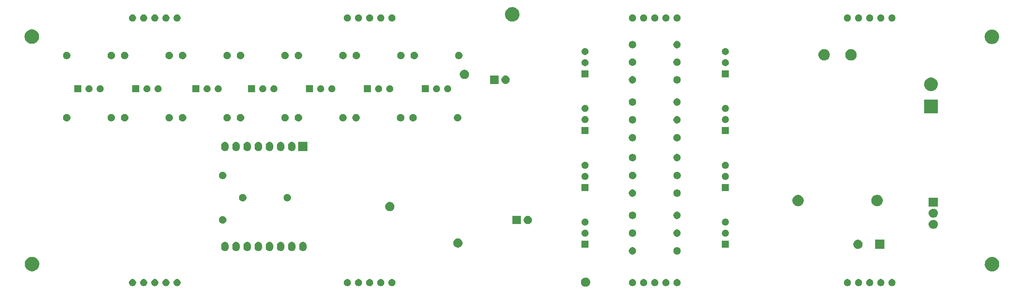
<source format=gbs>
G04 #@! TF.GenerationSoftware,KiCad,Pcbnew,5.1.4-e60b266~84~ubuntu18.04.1*
G04 #@! TF.CreationDate,2019-10-31T22:25:58+05:30*
G04 #@! TF.ProjectId,WemosClock,57656d6f-7343-46c6-9f63-6b2e6b696361,rev?*
G04 #@! TF.SameCoordinates,Original*
G04 #@! TF.FileFunction,Soldermask,Bot*
G04 #@! TF.FilePolarity,Negative*
%FSLAX46Y46*%
G04 Gerber Fmt 4.6, Leading zero omitted, Abs format (unit mm)*
G04 Created by KiCad (PCBNEW 5.1.4-e60b266~84~ubuntu18.04.1) date 2019-10-31 22:25:58*
%MOMM*%
%LPD*%
G04 APERTURE LIST*
%ADD10C,0.100000*%
G04 APERTURE END LIST*
D10*
G36*
X173488398Y-103157099D02*
G01*
X173679574Y-103236287D01*
X173679576Y-103236288D01*
X173851630Y-103351251D01*
X173997951Y-103497572D01*
X174112915Y-103669628D01*
X174192103Y-103860804D01*
X174232472Y-104063754D01*
X174232472Y-104270686D01*
X174192103Y-104473636D01*
X174186508Y-104487143D01*
X174112914Y-104664814D01*
X173997951Y-104836868D01*
X173851630Y-104983189D01*
X173679576Y-105098152D01*
X173679575Y-105098153D01*
X173679574Y-105098153D01*
X173488398Y-105177341D01*
X173285448Y-105217710D01*
X173078516Y-105217710D01*
X172875566Y-105177341D01*
X172684390Y-105098153D01*
X172684389Y-105098153D01*
X172684388Y-105098152D01*
X172512334Y-104983189D01*
X172366013Y-104836868D01*
X172251050Y-104664814D01*
X172177456Y-104487143D01*
X172171861Y-104473636D01*
X172131492Y-104270686D01*
X172131492Y-104063754D01*
X172171861Y-103860804D01*
X172251049Y-103669628D01*
X172366013Y-103497572D01*
X172512334Y-103351251D01*
X172684388Y-103236288D01*
X172684390Y-103236287D01*
X172875566Y-103157099D01*
X173078516Y-103116730D01*
X173285448Y-103116730D01*
X173488398Y-103157099D01*
X173488398Y-103157099D01*
G37*
G36*
X235651142Y-103468242D02*
G01*
X235799101Y-103529529D01*
X235932255Y-103618499D01*
X236045501Y-103731745D01*
X236134471Y-103864899D01*
X236195758Y-104012858D01*
X236227000Y-104169925D01*
X236227000Y-104330075D01*
X236195758Y-104487142D01*
X236134471Y-104635101D01*
X236045501Y-104768255D01*
X235932255Y-104881501D01*
X235799101Y-104970471D01*
X235651142Y-105031758D01*
X235494075Y-105063000D01*
X235333925Y-105063000D01*
X235176858Y-105031758D01*
X235028899Y-104970471D01*
X234895745Y-104881501D01*
X234782499Y-104768255D01*
X234693529Y-104635101D01*
X234632242Y-104487142D01*
X234601000Y-104330075D01*
X234601000Y-104169925D01*
X234632242Y-104012858D01*
X234693529Y-103864899D01*
X234782499Y-103731745D01*
X234895745Y-103618499D01*
X235028899Y-103529529D01*
X235176858Y-103468242D01*
X235333925Y-103437000D01*
X235494075Y-103437000D01*
X235651142Y-103468242D01*
X235651142Y-103468242D01*
G37*
G36*
X121649142Y-103468242D02*
G01*
X121797101Y-103529529D01*
X121930255Y-103618499D01*
X122043501Y-103731745D01*
X122132471Y-103864899D01*
X122193758Y-104012858D01*
X122225000Y-104169925D01*
X122225000Y-104330075D01*
X122193758Y-104487142D01*
X122132471Y-104635101D01*
X122043501Y-104768255D01*
X121930255Y-104881501D01*
X121797101Y-104970471D01*
X121649142Y-105031758D01*
X121492075Y-105063000D01*
X121331925Y-105063000D01*
X121174858Y-105031758D01*
X121026899Y-104970471D01*
X120893745Y-104881501D01*
X120780499Y-104768255D01*
X120691529Y-104635101D01*
X120630242Y-104487142D01*
X120599000Y-104330075D01*
X120599000Y-104169925D01*
X120630242Y-104012858D01*
X120691529Y-103864899D01*
X120780499Y-103731745D01*
X120893745Y-103618499D01*
X121026899Y-103529529D01*
X121174858Y-103468242D01*
X121331925Y-103437000D01*
X121492075Y-103437000D01*
X121649142Y-103468242D01*
X121649142Y-103468242D01*
G37*
G36*
X119109142Y-103468242D02*
G01*
X119257101Y-103529529D01*
X119390255Y-103618499D01*
X119503501Y-103731745D01*
X119592471Y-103864899D01*
X119653758Y-104012858D01*
X119685000Y-104169925D01*
X119685000Y-104330075D01*
X119653758Y-104487142D01*
X119592471Y-104635101D01*
X119503501Y-104768255D01*
X119390255Y-104881501D01*
X119257101Y-104970471D01*
X119109142Y-105031758D01*
X118952075Y-105063000D01*
X118791925Y-105063000D01*
X118634858Y-105031758D01*
X118486899Y-104970471D01*
X118353745Y-104881501D01*
X118240499Y-104768255D01*
X118151529Y-104635101D01*
X118090242Y-104487142D01*
X118059000Y-104330075D01*
X118059000Y-104169925D01*
X118090242Y-104012858D01*
X118151529Y-103864899D01*
X118240499Y-103731745D01*
X118353745Y-103618499D01*
X118486899Y-103529529D01*
X118634858Y-103468242D01*
X118791925Y-103437000D01*
X118952075Y-103437000D01*
X119109142Y-103468242D01*
X119109142Y-103468242D01*
G37*
G36*
X124189142Y-103468242D02*
G01*
X124337101Y-103529529D01*
X124470255Y-103618499D01*
X124583501Y-103731745D01*
X124672471Y-103864899D01*
X124733758Y-104012858D01*
X124765000Y-104169925D01*
X124765000Y-104330075D01*
X124733758Y-104487142D01*
X124672471Y-104635101D01*
X124583501Y-104768255D01*
X124470255Y-104881501D01*
X124337101Y-104970471D01*
X124189142Y-105031758D01*
X124032075Y-105063000D01*
X123871925Y-105063000D01*
X123714858Y-105031758D01*
X123566899Y-104970471D01*
X123433745Y-104881501D01*
X123320499Y-104768255D01*
X123231529Y-104635101D01*
X123170242Y-104487142D01*
X123139000Y-104330075D01*
X123139000Y-104169925D01*
X123170242Y-104012858D01*
X123231529Y-103864899D01*
X123320499Y-103731745D01*
X123433745Y-103618499D01*
X123566899Y-103529529D01*
X123714858Y-103468242D01*
X123871925Y-103437000D01*
X124032075Y-103437000D01*
X124189142Y-103468242D01*
X124189142Y-103468242D01*
G37*
G36*
X191733142Y-103468242D02*
G01*
X191881101Y-103529529D01*
X192014255Y-103618499D01*
X192127501Y-103731745D01*
X192216471Y-103864899D01*
X192277758Y-104012858D01*
X192309000Y-104169925D01*
X192309000Y-104330075D01*
X192277758Y-104487142D01*
X192216471Y-104635101D01*
X192127501Y-104768255D01*
X192014255Y-104881501D01*
X191881101Y-104970471D01*
X191733142Y-105031758D01*
X191576075Y-105063000D01*
X191415925Y-105063000D01*
X191258858Y-105031758D01*
X191110899Y-104970471D01*
X190977745Y-104881501D01*
X190864499Y-104768255D01*
X190775529Y-104635101D01*
X190714242Y-104487142D01*
X190683000Y-104330075D01*
X190683000Y-104169925D01*
X190714242Y-104012858D01*
X190775529Y-103864899D01*
X190864499Y-103731745D01*
X190977745Y-103618499D01*
X191110899Y-103529529D01*
X191258858Y-103468242D01*
X191415925Y-103437000D01*
X191576075Y-103437000D01*
X191733142Y-103468242D01*
X191733142Y-103468242D01*
G37*
G36*
X194273142Y-103468242D02*
G01*
X194421101Y-103529529D01*
X194554255Y-103618499D01*
X194667501Y-103731745D01*
X194756471Y-103864899D01*
X194817758Y-104012858D01*
X194849000Y-104169925D01*
X194849000Y-104330075D01*
X194817758Y-104487142D01*
X194756471Y-104635101D01*
X194667501Y-104768255D01*
X194554255Y-104881501D01*
X194421101Y-104970471D01*
X194273142Y-105031758D01*
X194116075Y-105063000D01*
X193955925Y-105063000D01*
X193798858Y-105031758D01*
X193650899Y-104970471D01*
X193517745Y-104881501D01*
X193404499Y-104768255D01*
X193315529Y-104635101D01*
X193254242Y-104487142D01*
X193223000Y-104330075D01*
X193223000Y-104169925D01*
X193254242Y-104012858D01*
X193315529Y-103864899D01*
X193404499Y-103731745D01*
X193517745Y-103618499D01*
X193650899Y-103529529D01*
X193798858Y-103468242D01*
X193955925Y-103437000D01*
X194116075Y-103437000D01*
X194273142Y-103468242D01*
X194273142Y-103468242D01*
G37*
G36*
X186653142Y-103468242D02*
G01*
X186801101Y-103529529D01*
X186934255Y-103618499D01*
X187047501Y-103731745D01*
X187136471Y-103864899D01*
X187197758Y-104012858D01*
X187229000Y-104169925D01*
X187229000Y-104330075D01*
X187197758Y-104487142D01*
X187136471Y-104635101D01*
X187047501Y-104768255D01*
X186934255Y-104881501D01*
X186801101Y-104970471D01*
X186653142Y-105031758D01*
X186496075Y-105063000D01*
X186335925Y-105063000D01*
X186178858Y-105031758D01*
X186030899Y-104970471D01*
X185897745Y-104881501D01*
X185784499Y-104768255D01*
X185695529Y-104635101D01*
X185634242Y-104487142D01*
X185603000Y-104330075D01*
X185603000Y-104169925D01*
X185634242Y-104012858D01*
X185695529Y-103864899D01*
X185784499Y-103731745D01*
X185897745Y-103618499D01*
X186030899Y-103529529D01*
X186178858Y-103468242D01*
X186335925Y-103437000D01*
X186496075Y-103437000D01*
X186653142Y-103468242D01*
X186653142Y-103468242D01*
G37*
G36*
X184113142Y-103468242D02*
G01*
X184261101Y-103529529D01*
X184394255Y-103618499D01*
X184507501Y-103731745D01*
X184596471Y-103864899D01*
X184657758Y-104012858D01*
X184689000Y-104169925D01*
X184689000Y-104330075D01*
X184657758Y-104487142D01*
X184596471Y-104635101D01*
X184507501Y-104768255D01*
X184394255Y-104881501D01*
X184261101Y-104970471D01*
X184113142Y-105031758D01*
X183956075Y-105063000D01*
X183795925Y-105063000D01*
X183638858Y-105031758D01*
X183490899Y-104970471D01*
X183357745Y-104881501D01*
X183244499Y-104768255D01*
X183155529Y-104635101D01*
X183094242Y-104487142D01*
X183063000Y-104330075D01*
X183063000Y-104169925D01*
X183094242Y-104012858D01*
X183155529Y-103864899D01*
X183244499Y-103731745D01*
X183357745Y-103618499D01*
X183490899Y-103529529D01*
X183638858Y-103468242D01*
X183795925Y-103437000D01*
X183956075Y-103437000D01*
X184113142Y-103468242D01*
X184113142Y-103468242D01*
G37*
G36*
X189193142Y-103468242D02*
G01*
X189341101Y-103529529D01*
X189474255Y-103618499D01*
X189587501Y-103731745D01*
X189676471Y-103864899D01*
X189737758Y-104012858D01*
X189769000Y-104169925D01*
X189769000Y-104330075D01*
X189737758Y-104487142D01*
X189676471Y-104635101D01*
X189587501Y-104768255D01*
X189474255Y-104881501D01*
X189341101Y-104970471D01*
X189193142Y-105031758D01*
X189036075Y-105063000D01*
X188875925Y-105063000D01*
X188718858Y-105031758D01*
X188570899Y-104970471D01*
X188437745Y-104881501D01*
X188324499Y-104768255D01*
X188235529Y-104635101D01*
X188174242Y-104487142D01*
X188143000Y-104330075D01*
X188143000Y-104169925D01*
X188174242Y-104012858D01*
X188235529Y-103864899D01*
X188324499Y-103731745D01*
X188437745Y-103618499D01*
X188570899Y-103529529D01*
X188718858Y-103468242D01*
X188875925Y-103437000D01*
X189036075Y-103437000D01*
X189193142Y-103468242D01*
X189193142Y-103468242D01*
G37*
G36*
X240731142Y-103468242D02*
G01*
X240879101Y-103529529D01*
X241012255Y-103618499D01*
X241125501Y-103731745D01*
X241214471Y-103864899D01*
X241275758Y-104012858D01*
X241307000Y-104169925D01*
X241307000Y-104330075D01*
X241275758Y-104487142D01*
X241214471Y-104635101D01*
X241125501Y-104768255D01*
X241012255Y-104881501D01*
X240879101Y-104970471D01*
X240731142Y-105031758D01*
X240574075Y-105063000D01*
X240413925Y-105063000D01*
X240256858Y-105031758D01*
X240108899Y-104970471D01*
X239975745Y-104881501D01*
X239862499Y-104768255D01*
X239773529Y-104635101D01*
X239712242Y-104487142D01*
X239681000Y-104330075D01*
X239681000Y-104169925D01*
X239712242Y-104012858D01*
X239773529Y-103864899D01*
X239862499Y-103731745D01*
X239975745Y-103618499D01*
X240108899Y-103529529D01*
X240256858Y-103468242D01*
X240413925Y-103437000D01*
X240574075Y-103437000D01*
X240731142Y-103468242D01*
X240731142Y-103468242D01*
G37*
G36*
X77732142Y-103468242D02*
G01*
X77880101Y-103529529D01*
X78013255Y-103618499D01*
X78126501Y-103731745D01*
X78215471Y-103864899D01*
X78276758Y-104012858D01*
X78308000Y-104169925D01*
X78308000Y-104330075D01*
X78276758Y-104487142D01*
X78215471Y-104635101D01*
X78126501Y-104768255D01*
X78013255Y-104881501D01*
X77880101Y-104970471D01*
X77732142Y-105031758D01*
X77575075Y-105063000D01*
X77414925Y-105063000D01*
X77257858Y-105031758D01*
X77109899Y-104970471D01*
X76976745Y-104881501D01*
X76863499Y-104768255D01*
X76774529Y-104635101D01*
X76713242Y-104487142D01*
X76682000Y-104330075D01*
X76682000Y-104169925D01*
X76713242Y-104012858D01*
X76774529Y-103864899D01*
X76863499Y-103731745D01*
X76976745Y-103618499D01*
X77109899Y-103529529D01*
X77257858Y-103468242D01*
X77414925Y-103437000D01*
X77575075Y-103437000D01*
X77732142Y-103468242D01*
X77732142Y-103468242D01*
G37*
G36*
X243271142Y-103468242D02*
G01*
X243419101Y-103529529D01*
X243552255Y-103618499D01*
X243665501Y-103731745D01*
X243754471Y-103864899D01*
X243815758Y-104012858D01*
X243847000Y-104169925D01*
X243847000Y-104330075D01*
X243815758Y-104487142D01*
X243754471Y-104635101D01*
X243665501Y-104768255D01*
X243552255Y-104881501D01*
X243419101Y-104970471D01*
X243271142Y-105031758D01*
X243114075Y-105063000D01*
X242953925Y-105063000D01*
X242796858Y-105031758D01*
X242648899Y-104970471D01*
X242515745Y-104881501D01*
X242402499Y-104768255D01*
X242313529Y-104635101D01*
X242252242Y-104487142D01*
X242221000Y-104330075D01*
X242221000Y-104169925D01*
X242252242Y-104012858D01*
X242313529Y-103864899D01*
X242402499Y-103731745D01*
X242515745Y-103618499D01*
X242648899Y-103529529D01*
X242796858Y-103468242D01*
X242953925Y-103437000D01*
X243114075Y-103437000D01*
X243271142Y-103468242D01*
X243271142Y-103468242D01*
G37*
G36*
X80272142Y-103468242D02*
G01*
X80420101Y-103529529D01*
X80553255Y-103618499D01*
X80666501Y-103731745D01*
X80755471Y-103864899D01*
X80816758Y-104012858D01*
X80848000Y-104169925D01*
X80848000Y-104330075D01*
X80816758Y-104487142D01*
X80755471Y-104635101D01*
X80666501Y-104768255D01*
X80553255Y-104881501D01*
X80420101Y-104970471D01*
X80272142Y-105031758D01*
X80115075Y-105063000D01*
X79954925Y-105063000D01*
X79797858Y-105031758D01*
X79649899Y-104970471D01*
X79516745Y-104881501D01*
X79403499Y-104768255D01*
X79314529Y-104635101D01*
X79253242Y-104487142D01*
X79222000Y-104330075D01*
X79222000Y-104169925D01*
X79253242Y-104012858D01*
X79314529Y-103864899D01*
X79403499Y-103731745D01*
X79516745Y-103618499D01*
X79649899Y-103529529D01*
X79797858Y-103468242D01*
X79954925Y-103437000D01*
X80115075Y-103437000D01*
X80272142Y-103468242D01*
X80272142Y-103468242D01*
G37*
G36*
X72652142Y-103468242D02*
G01*
X72800101Y-103529529D01*
X72933255Y-103618499D01*
X73046501Y-103731745D01*
X73135471Y-103864899D01*
X73196758Y-104012858D01*
X73228000Y-104169925D01*
X73228000Y-104330075D01*
X73196758Y-104487142D01*
X73135471Y-104635101D01*
X73046501Y-104768255D01*
X72933255Y-104881501D01*
X72800101Y-104970471D01*
X72652142Y-105031758D01*
X72495075Y-105063000D01*
X72334925Y-105063000D01*
X72177858Y-105031758D01*
X72029899Y-104970471D01*
X71896745Y-104881501D01*
X71783499Y-104768255D01*
X71694529Y-104635101D01*
X71633242Y-104487142D01*
X71602000Y-104330075D01*
X71602000Y-104169925D01*
X71633242Y-104012858D01*
X71694529Y-103864899D01*
X71783499Y-103731745D01*
X71896745Y-103618499D01*
X72029899Y-103529529D01*
X72177858Y-103468242D01*
X72334925Y-103437000D01*
X72495075Y-103437000D01*
X72652142Y-103468242D01*
X72652142Y-103468242D01*
G37*
G36*
X70112142Y-103468242D02*
G01*
X70260101Y-103529529D01*
X70393255Y-103618499D01*
X70506501Y-103731745D01*
X70595471Y-103864899D01*
X70656758Y-104012858D01*
X70688000Y-104169925D01*
X70688000Y-104330075D01*
X70656758Y-104487142D01*
X70595471Y-104635101D01*
X70506501Y-104768255D01*
X70393255Y-104881501D01*
X70260101Y-104970471D01*
X70112142Y-105031758D01*
X69955075Y-105063000D01*
X69794925Y-105063000D01*
X69637858Y-105031758D01*
X69489899Y-104970471D01*
X69356745Y-104881501D01*
X69243499Y-104768255D01*
X69154529Y-104635101D01*
X69093242Y-104487142D01*
X69062000Y-104330075D01*
X69062000Y-104169925D01*
X69093242Y-104012858D01*
X69154529Y-103864899D01*
X69243499Y-103731745D01*
X69356745Y-103618499D01*
X69489899Y-103529529D01*
X69637858Y-103468242D01*
X69794925Y-103437000D01*
X69955075Y-103437000D01*
X70112142Y-103468242D01*
X70112142Y-103468242D01*
G37*
G36*
X75192142Y-103468242D02*
G01*
X75340101Y-103529529D01*
X75473255Y-103618499D01*
X75586501Y-103731745D01*
X75675471Y-103864899D01*
X75736758Y-104012858D01*
X75768000Y-104169925D01*
X75768000Y-104330075D01*
X75736758Y-104487142D01*
X75675471Y-104635101D01*
X75586501Y-104768255D01*
X75473255Y-104881501D01*
X75340101Y-104970471D01*
X75192142Y-105031758D01*
X75035075Y-105063000D01*
X74874925Y-105063000D01*
X74717858Y-105031758D01*
X74569899Y-104970471D01*
X74436745Y-104881501D01*
X74323499Y-104768255D01*
X74234529Y-104635101D01*
X74173242Y-104487142D01*
X74142000Y-104330075D01*
X74142000Y-104169925D01*
X74173242Y-104012858D01*
X74234529Y-103864899D01*
X74323499Y-103731745D01*
X74436745Y-103618499D01*
X74569899Y-103529529D01*
X74717858Y-103468242D01*
X74874925Y-103437000D01*
X75035075Y-103437000D01*
X75192142Y-103468242D01*
X75192142Y-103468242D01*
G37*
G36*
X126729142Y-103468242D02*
G01*
X126877101Y-103529529D01*
X127010255Y-103618499D01*
X127123501Y-103731745D01*
X127212471Y-103864899D01*
X127273758Y-104012858D01*
X127305000Y-104169925D01*
X127305000Y-104330075D01*
X127273758Y-104487142D01*
X127212471Y-104635101D01*
X127123501Y-104768255D01*
X127010255Y-104881501D01*
X126877101Y-104970471D01*
X126729142Y-105031758D01*
X126572075Y-105063000D01*
X126411925Y-105063000D01*
X126254858Y-105031758D01*
X126106899Y-104970471D01*
X125973745Y-104881501D01*
X125860499Y-104768255D01*
X125771529Y-104635101D01*
X125710242Y-104487142D01*
X125679000Y-104330075D01*
X125679000Y-104169925D01*
X125710242Y-104012858D01*
X125771529Y-103864899D01*
X125860499Y-103731745D01*
X125973745Y-103618499D01*
X126106899Y-103529529D01*
X126254858Y-103468242D01*
X126411925Y-103437000D01*
X126572075Y-103437000D01*
X126729142Y-103468242D01*
X126729142Y-103468242D01*
G37*
G36*
X129269142Y-103468242D02*
G01*
X129417101Y-103529529D01*
X129550255Y-103618499D01*
X129663501Y-103731745D01*
X129752471Y-103864899D01*
X129813758Y-104012858D01*
X129845000Y-104169925D01*
X129845000Y-104330075D01*
X129813758Y-104487142D01*
X129752471Y-104635101D01*
X129663501Y-104768255D01*
X129550255Y-104881501D01*
X129417101Y-104970471D01*
X129269142Y-105031758D01*
X129112075Y-105063000D01*
X128951925Y-105063000D01*
X128794858Y-105031758D01*
X128646899Y-104970471D01*
X128513745Y-104881501D01*
X128400499Y-104768255D01*
X128311529Y-104635101D01*
X128250242Y-104487142D01*
X128219000Y-104330075D01*
X128219000Y-104169925D01*
X128250242Y-104012858D01*
X128311529Y-103864899D01*
X128400499Y-103731745D01*
X128513745Y-103618499D01*
X128646899Y-103529529D01*
X128794858Y-103468242D01*
X128951925Y-103437000D01*
X129112075Y-103437000D01*
X129269142Y-103468242D01*
X129269142Y-103468242D01*
G37*
G36*
X238191142Y-103468242D02*
G01*
X238339101Y-103529529D01*
X238472255Y-103618499D01*
X238585501Y-103731745D01*
X238674471Y-103864899D01*
X238735758Y-104012858D01*
X238767000Y-104169925D01*
X238767000Y-104330075D01*
X238735758Y-104487142D01*
X238674471Y-104635101D01*
X238585501Y-104768255D01*
X238472255Y-104881501D01*
X238339101Y-104970471D01*
X238191142Y-105031758D01*
X238034075Y-105063000D01*
X237873925Y-105063000D01*
X237716858Y-105031758D01*
X237568899Y-104970471D01*
X237435745Y-104881501D01*
X237322499Y-104768255D01*
X237233529Y-104635101D01*
X237172242Y-104487142D01*
X237141000Y-104330075D01*
X237141000Y-104169925D01*
X237172242Y-104012858D01*
X237233529Y-103864899D01*
X237322499Y-103731745D01*
X237435745Y-103618499D01*
X237568899Y-103529529D01*
X237716858Y-103468242D01*
X237873925Y-103437000D01*
X238034075Y-103437000D01*
X238191142Y-103468242D01*
X238191142Y-103468242D01*
G37*
G36*
X233111142Y-103468242D02*
G01*
X233259101Y-103529529D01*
X233392255Y-103618499D01*
X233505501Y-103731745D01*
X233594471Y-103864899D01*
X233655758Y-104012858D01*
X233687000Y-104169925D01*
X233687000Y-104330075D01*
X233655758Y-104487142D01*
X233594471Y-104635101D01*
X233505501Y-104768255D01*
X233392255Y-104881501D01*
X233259101Y-104970471D01*
X233111142Y-105031758D01*
X232954075Y-105063000D01*
X232793925Y-105063000D01*
X232636858Y-105031758D01*
X232488899Y-104970471D01*
X232355745Y-104881501D01*
X232242499Y-104768255D01*
X232153529Y-104635101D01*
X232092242Y-104487142D01*
X232061000Y-104330075D01*
X232061000Y-104169925D01*
X232092242Y-104012858D01*
X232153529Y-103864899D01*
X232242499Y-103731745D01*
X232355745Y-103618499D01*
X232488899Y-103529529D01*
X232636858Y-103468242D01*
X232793925Y-103437000D01*
X232954075Y-103437000D01*
X233111142Y-103468242D01*
X233111142Y-103468242D01*
G37*
G36*
X266220941Y-98439133D02*
G01*
X266361596Y-98467111D01*
X266662059Y-98591567D01*
X266932468Y-98772249D01*
X267162432Y-99002213D01*
X267343114Y-99272622D01*
X267455982Y-99545108D01*
X267467570Y-99573086D01*
X267525452Y-99864075D01*
X267531017Y-99892055D01*
X267531017Y-100217273D01*
X267467570Y-100536243D01*
X267343114Y-100836706D01*
X267162432Y-101107115D01*
X266932468Y-101337079D01*
X266662059Y-101517761D01*
X266361596Y-101642217D01*
X266255273Y-101663366D01*
X266042628Y-101705664D01*
X265717406Y-101705664D01*
X265504761Y-101663366D01*
X265398438Y-101642217D01*
X265097975Y-101517761D01*
X264827566Y-101337079D01*
X264597602Y-101107115D01*
X264416920Y-100836706D01*
X264292464Y-100536243D01*
X264229017Y-100217273D01*
X264229017Y-99892055D01*
X264234583Y-99864075D01*
X264292464Y-99573086D01*
X264304053Y-99545108D01*
X264416920Y-99272622D01*
X264597602Y-99002213D01*
X264827566Y-98772249D01*
X265097975Y-98591567D01*
X265398438Y-98467111D01*
X265539093Y-98439133D01*
X265717406Y-98403664D01*
X266042628Y-98403664D01*
X266220941Y-98439133D01*
X266220941Y-98439133D01*
G37*
G36*
X47329716Y-98417984D02*
G01*
X47436039Y-98439133D01*
X47736502Y-98563589D01*
X48006911Y-98744271D01*
X48236875Y-98974235D01*
X48417557Y-99244644D01*
X48417558Y-99244646D01*
X48542013Y-99545108D01*
X48605460Y-99864075D01*
X48605460Y-100189297D01*
X48563162Y-100401942D01*
X48542013Y-100508265D01*
X48417557Y-100808728D01*
X48236875Y-101079137D01*
X48006911Y-101309101D01*
X47736502Y-101489783D01*
X47436039Y-101614239D01*
X47329716Y-101635388D01*
X47117071Y-101677686D01*
X46791849Y-101677686D01*
X46579204Y-101635388D01*
X46472881Y-101614239D01*
X46172418Y-101489783D01*
X45902009Y-101309101D01*
X45672045Y-101079137D01*
X45491363Y-100808728D01*
X45366907Y-100508265D01*
X45345758Y-100401942D01*
X45303460Y-100189297D01*
X45303460Y-99864075D01*
X45366907Y-99545108D01*
X45491362Y-99244646D01*
X45491363Y-99244644D01*
X45672045Y-98974235D01*
X45902009Y-98744271D01*
X46172418Y-98563589D01*
X46472881Y-98439133D01*
X46579204Y-98417984D01*
X46791849Y-98375686D01*
X47117071Y-98375686D01*
X47329716Y-98417984D01*
X47329716Y-98417984D01*
G37*
G36*
X184124228Y-96185703D02*
G01*
X184279100Y-96249853D01*
X184418481Y-96342985D01*
X184537015Y-96461519D01*
X184630147Y-96600900D01*
X184694297Y-96755772D01*
X184727000Y-96920184D01*
X184727000Y-97087816D01*
X184694297Y-97252228D01*
X184630147Y-97407100D01*
X184537015Y-97546481D01*
X184418481Y-97665015D01*
X184279100Y-97758147D01*
X184124228Y-97822297D01*
X183959816Y-97855000D01*
X183792184Y-97855000D01*
X183627772Y-97822297D01*
X183472900Y-97758147D01*
X183333519Y-97665015D01*
X183214985Y-97546481D01*
X183121853Y-97407100D01*
X183057703Y-97252228D01*
X183025000Y-97087816D01*
X183025000Y-96920184D01*
X183057703Y-96755772D01*
X183121853Y-96600900D01*
X183214985Y-96461519D01*
X183333519Y-96342985D01*
X183472900Y-96249853D01*
X183627772Y-96185703D01*
X183792184Y-96153000D01*
X183959816Y-96153000D01*
X184124228Y-96185703D01*
X184124228Y-96185703D01*
G37*
G36*
X194202823Y-96165313D02*
G01*
X194363242Y-96213976D01*
X194466781Y-96269319D01*
X194511078Y-96292996D01*
X194640659Y-96399341D01*
X194747004Y-96528922D01*
X194752520Y-96539241D01*
X194826024Y-96676758D01*
X194874687Y-96837177D01*
X194891117Y-97004000D01*
X194874687Y-97170823D01*
X194826024Y-97331242D01*
X194785477Y-97407100D01*
X194747004Y-97479078D01*
X194640659Y-97608659D01*
X194511078Y-97715004D01*
X194511076Y-97715005D01*
X194363242Y-97794024D01*
X194202823Y-97842687D01*
X194077804Y-97855000D01*
X193994196Y-97855000D01*
X193869177Y-97842687D01*
X193708758Y-97794024D01*
X193560924Y-97715005D01*
X193560922Y-97715004D01*
X193431341Y-97608659D01*
X193324996Y-97479078D01*
X193286523Y-97407100D01*
X193245976Y-97331242D01*
X193197313Y-97170823D01*
X193180883Y-97004000D01*
X193197313Y-96837177D01*
X193245976Y-96676758D01*
X193319480Y-96539241D01*
X193324996Y-96528922D01*
X193431341Y-96399341D01*
X193560922Y-96292996D01*
X193605219Y-96269319D01*
X193708758Y-96213976D01*
X193869177Y-96165313D01*
X193994196Y-96153000D01*
X194077804Y-96153000D01*
X194202823Y-96165313D01*
X194202823Y-96165313D01*
G37*
G36*
X98718823Y-94973313D02*
G01*
X98879242Y-95021976D01*
X99011906Y-95092886D01*
X99027078Y-95100996D01*
X99156659Y-95207341D01*
X99263004Y-95336922D01*
X99263005Y-95336924D01*
X99342024Y-95484758D01*
X99390687Y-95645178D01*
X99403000Y-95770197D01*
X99403000Y-96253804D01*
X99390687Y-96378823D01*
X99342024Y-96539242D01*
X99333601Y-96555000D01*
X99263004Y-96687078D01*
X99206628Y-96755772D01*
X99156659Y-96816659D01*
X99027077Y-96923005D01*
X98879241Y-97002024D01*
X98718822Y-97050687D01*
X98552000Y-97067117D01*
X98385177Y-97050687D01*
X98224758Y-97002024D01*
X98076924Y-96923005D01*
X98076922Y-96923004D01*
X97947341Y-96816659D01*
X97897372Y-96755772D01*
X97840995Y-96687077D01*
X97761976Y-96539241D01*
X97754505Y-96514611D01*
X97752917Y-96509379D01*
X97713313Y-96378822D01*
X97701000Y-96253803D01*
X97701000Y-95770196D01*
X97713313Y-95645177D01*
X97761976Y-95484758D01*
X97840995Y-95336924D01*
X97840996Y-95336922D01*
X97947342Y-95207341D01*
X98076923Y-95100996D01*
X98092095Y-95092886D01*
X98224759Y-95021976D01*
X98385178Y-94973313D01*
X98552000Y-94956883D01*
X98718823Y-94973313D01*
X98718823Y-94973313D01*
G37*
G36*
X108878823Y-94973313D02*
G01*
X109039242Y-95021976D01*
X109171906Y-95092886D01*
X109187078Y-95100996D01*
X109316659Y-95207341D01*
X109423004Y-95336922D01*
X109423005Y-95336924D01*
X109502024Y-95484758D01*
X109550687Y-95645178D01*
X109563000Y-95770197D01*
X109563000Y-96253804D01*
X109550687Y-96378823D01*
X109502024Y-96539242D01*
X109493601Y-96555000D01*
X109423004Y-96687078D01*
X109366628Y-96755772D01*
X109316659Y-96816659D01*
X109187077Y-96923005D01*
X109039241Y-97002024D01*
X108878822Y-97050687D01*
X108712000Y-97067117D01*
X108545177Y-97050687D01*
X108384758Y-97002024D01*
X108236924Y-96923005D01*
X108236922Y-96923004D01*
X108107341Y-96816659D01*
X108057372Y-96755772D01*
X108000995Y-96687077D01*
X107921976Y-96539241D01*
X107914505Y-96514611D01*
X107912917Y-96509379D01*
X107873313Y-96378822D01*
X107861000Y-96253803D01*
X107861000Y-95770196D01*
X107873313Y-95645177D01*
X107921976Y-95484758D01*
X108000995Y-95336924D01*
X108000996Y-95336922D01*
X108107342Y-95207341D01*
X108236923Y-95100996D01*
X108252095Y-95092886D01*
X108384759Y-95021976D01*
X108545178Y-94973313D01*
X108712000Y-94956883D01*
X108878823Y-94973313D01*
X108878823Y-94973313D01*
G37*
G36*
X106338823Y-94973313D02*
G01*
X106499242Y-95021976D01*
X106631906Y-95092886D01*
X106647078Y-95100996D01*
X106776659Y-95207341D01*
X106883004Y-95336922D01*
X106883005Y-95336924D01*
X106962024Y-95484758D01*
X107010687Y-95645178D01*
X107023000Y-95770197D01*
X107023000Y-96253804D01*
X107010687Y-96378823D01*
X106962024Y-96539242D01*
X106953601Y-96555000D01*
X106883004Y-96687078D01*
X106826628Y-96755772D01*
X106776659Y-96816659D01*
X106647077Y-96923005D01*
X106499241Y-97002024D01*
X106338822Y-97050687D01*
X106172000Y-97067117D01*
X106005177Y-97050687D01*
X105844758Y-97002024D01*
X105696924Y-96923005D01*
X105696922Y-96923004D01*
X105567341Y-96816659D01*
X105517372Y-96755772D01*
X105460995Y-96687077D01*
X105381976Y-96539241D01*
X105374505Y-96514611D01*
X105372917Y-96509379D01*
X105333313Y-96378822D01*
X105321000Y-96253803D01*
X105321000Y-95770196D01*
X105333313Y-95645177D01*
X105381976Y-95484758D01*
X105460995Y-95336924D01*
X105460996Y-95336922D01*
X105567342Y-95207341D01*
X105696923Y-95100996D01*
X105712095Y-95092886D01*
X105844759Y-95021976D01*
X106005178Y-94973313D01*
X106172000Y-94956883D01*
X106338823Y-94973313D01*
X106338823Y-94973313D01*
G37*
G36*
X103798823Y-94973313D02*
G01*
X103959242Y-95021976D01*
X104091906Y-95092886D01*
X104107078Y-95100996D01*
X104236659Y-95207341D01*
X104343004Y-95336922D01*
X104343005Y-95336924D01*
X104422024Y-95484758D01*
X104470687Y-95645178D01*
X104483000Y-95770197D01*
X104483000Y-96253804D01*
X104470687Y-96378823D01*
X104422024Y-96539242D01*
X104413601Y-96555000D01*
X104343004Y-96687078D01*
X104286628Y-96755772D01*
X104236659Y-96816659D01*
X104107077Y-96923005D01*
X103959241Y-97002024D01*
X103798822Y-97050687D01*
X103632000Y-97067117D01*
X103465177Y-97050687D01*
X103304758Y-97002024D01*
X103156924Y-96923005D01*
X103156922Y-96923004D01*
X103027341Y-96816659D01*
X102977372Y-96755772D01*
X102920995Y-96687077D01*
X102841976Y-96539241D01*
X102834505Y-96514611D01*
X102832917Y-96509379D01*
X102793313Y-96378822D01*
X102781000Y-96253803D01*
X102781000Y-95770196D01*
X102793313Y-95645177D01*
X102841976Y-95484758D01*
X102920995Y-95336924D01*
X102920996Y-95336922D01*
X103027342Y-95207341D01*
X103156923Y-95100996D01*
X103172095Y-95092886D01*
X103304759Y-95021976D01*
X103465178Y-94973313D01*
X103632000Y-94956883D01*
X103798823Y-94973313D01*
X103798823Y-94973313D01*
G37*
G36*
X96178823Y-94973313D02*
G01*
X96339242Y-95021976D01*
X96471906Y-95092886D01*
X96487078Y-95100996D01*
X96616659Y-95207341D01*
X96723004Y-95336922D01*
X96723005Y-95336924D01*
X96802024Y-95484758D01*
X96850687Y-95645178D01*
X96863000Y-95770197D01*
X96863000Y-96253804D01*
X96850687Y-96378823D01*
X96802024Y-96539242D01*
X96793601Y-96555000D01*
X96723004Y-96687078D01*
X96666628Y-96755772D01*
X96616659Y-96816659D01*
X96487077Y-96923005D01*
X96339241Y-97002024D01*
X96178822Y-97050687D01*
X96012000Y-97067117D01*
X95845177Y-97050687D01*
X95684758Y-97002024D01*
X95536924Y-96923005D01*
X95536922Y-96923004D01*
X95407341Y-96816659D01*
X95357372Y-96755772D01*
X95300995Y-96687077D01*
X95221976Y-96539241D01*
X95214505Y-96514611D01*
X95212917Y-96509379D01*
X95173313Y-96378822D01*
X95161000Y-96253803D01*
X95161000Y-95770196D01*
X95173313Y-95645177D01*
X95221976Y-95484758D01*
X95300995Y-95336924D01*
X95300996Y-95336922D01*
X95407342Y-95207341D01*
X95536923Y-95100996D01*
X95552095Y-95092886D01*
X95684759Y-95021976D01*
X95845178Y-94973313D01*
X96012000Y-94956883D01*
X96178823Y-94973313D01*
X96178823Y-94973313D01*
G37*
G36*
X93638823Y-94973313D02*
G01*
X93799242Y-95021976D01*
X93931906Y-95092886D01*
X93947078Y-95100996D01*
X94076659Y-95207341D01*
X94183004Y-95336922D01*
X94183005Y-95336924D01*
X94262024Y-95484758D01*
X94310687Y-95645178D01*
X94323000Y-95770197D01*
X94323000Y-96253804D01*
X94310687Y-96378823D01*
X94262024Y-96539242D01*
X94253601Y-96555000D01*
X94183004Y-96687078D01*
X94126628Y-96755772D01*
X94076659Y-96816659D01*
X93947077Y-96923005D01*
X93799241Y-97002024D01*
X93638822Y-97050687D01*
X93472000Y-97067117D01*
X93305177Y-97050687D01*
X93144758Y-97002024D01*
X92996924Y-96923005D01*
X92996922Y-96923004D01*
X92867341Y-96816659D01*
X92817372Y-96755772D01*
X92760995Y-96687077D01*
X92681976Y-96539241D01*
X92674505Y-96514611D01*
X92672917Y-96509379D01*
X92633313Y-96378822D01*
X92621000Y-96253803D01*
X92621000Y-95770196D01*
X92633313Y-95645177D01*
X92681976Y-95484758D01*
X92760995Y-95336924D01*
X92760996Y-95336922D01*
X92867342Y-95207341D01*
X92996923Y-95100996D01*
X93012095Y-95092886D01*
X93144759Y-95021976D01*
X93305178Y-94973313D01*
X93472000Y-94956883D01*
X93638823Y-94973313D01*
X93638823Y-94973313D01*
G37*
G36*
X91098823Y-94973313D02*
G01*
X91259242Y-95021976D01*
X91391906Y-95092886D01*
X91407078Y-95100996D01*
X91536659Y-95207341D01*
X91643004Y-95336922D01*
X91643005Y-95336924D01*
X91722024Y-95484758D01*
X91770687Y-95645178D01*
X91783000Y-95770197D01*
X91783000Y-96253804D01*
X91770687Y-96378823D01*
X91722024Y-96539242D01*
X91713601Y-96555000D01*
X91643004Y-96687078D01*
X91586628Y-96755772D01*
X91536659Y-96816659D01*
X91407077Y-96923005D01*
X91259241Y-97002024D01*
X91098822Y-97050687D01*
X90932000Y-97067117D01*
X90765177Y-97050687D01*
X90604758Y-97002024D01*
X90456924Y-96923005D01*
X90456922Y-96923004D01*
X90327341Y-96816659D01*
X90277372Y-96755772D01*
X90220995Y-96687077D01*
X90141976Y-96539241D01*
X90134505Y-96514611D01*
X90132917Y-96509379D01*
X90093313Y-96378822D01*
X90081000Y-96253803D01*
X90081000Y-95770196D01*
X90093313Y-95645177D01*
X90141976Y-95484758D01*
X90220995Y-95336924D01*
X90220996Y-95336922D01*
X90327342Y-95207341D01*
X90456923Y-95100996D01*
X90472095Y-95092886D01*
X90604759Y-95021976D01*
X90765178Y-94973313D01*
X90932000Y-94956883D01*
X91098823Y-94973313D01*
X91098823Y-94973313D01*
G37*
G36*
X101258823Y-94973313D02*
G01*
X101419242Y-95021976D01*
X101551906Y-95092886D01*
X101567078Y-95100996D01*
X101696659Y-95207341D01*
X101803004Y-95336922D01*
X101803005Y-95336924D01*
X101882024Y-95484758D01*
X101930687Y-95645178D01*
X101943000Y-95770197D01*
X101943000Y-96253804D01*
X101930687Y-96378823D01*
X101882024Y-96539242D01*
X101873601Y-96555000D01*
X101803004Y-96687078D01*
X101746628Y-96755772D01*
X101696659Y-96816659D01*
X101567077Y-96923005D01*
X101419241Y-97002024D01*
X101258822Y-97050687D01*
X101092000Y-97067117D01*
X100925177Y-97050687D01*
X100764758Y-97002024D01*
X100616924Y-96923005D01*
X100616922Y-96923004D01*
X100487341Y-96816659D01*
X100437372Y-96755772D01*
X100380995Y-96687077D01*
X100301976Y-96539241D01*
X100294505Y-96514611D01*
X100292917Y-96509379D01*
X100253313Y-96378822D01*
X100241000Y-96253803D01*
X100241000Y-95770196D01*
X100253313Y-95645177D01*
X100301976Y-95484758D01*
X100380995Y-95336924D01*
X100380996Y-95336922D01*
X100487342Y-95207341D01*
X100616923Y-95100996D01*
X100632095Y-95092886D01*
X100764759Y-95021976D01*
X100925178Y-94973313D01*
X101092000Y-94956883D01*
X101258823Y-94973313D01*
X101258823Y-94973313D01*
G37*
G36*
X235590564Y-94493389D02*
G01*
X235781833Y-94572615D01*
X235781835Y-94572616D01*
X235953973Y-94687635D01*
X236100365Y-94834027D01*
X236193434Y-94973314D01*
X236215385Y-95006167D01*
X236294611Y-95197436D01*
X236335000Y-95400484D01*
X236335000Y-95607516D01*
X236294611Y-95810564D01*
X236262338Y-95888477D01*
X236215384Y-96001835D01*
X236100365Y-96173973D01*
X235953973Y-96320365D01*
X235781835Y-96435384D01*
X235781834Y-96435385D01*
X235781833Y-96435385D01*
X235590564Y-96514611D01*
X235387516Y-96555000D01*
X235180484Y-96555000D01*
X234977436Y-96514611D01*
X234786167Y-96435385D01*
X234786166Y-96435385D01*
X234786165Y-96435384D01*
X234614027Y-96320365D01*
X234467635Y-96173973D01*
X234352616Y-96001835D01*
X234305662Y-95888477D01*
X234273389Y-95810564D01*
X234233000Y-95607516D01*
X234233000Y-95400484D01*
X234273389Y-95197436D01*
X234352615Y-95006167D01*
X234374567Y-94973314D01*
X234467635Y-94834027D01*
X234614027Y-94687635D01*
X234786165Y-94572616D01*
X234786167Y-94572615D01*
X234977436Y-94493389D01*
X235180484Y-94453000D01*
X235387516Y-94453000D01*
X235590564Y-94493389D01*
X235590564Y-94493389D01*
G37*
G36*
X241335000Y-96555000D02*
G01*
X239233000Y-96555000D01*
X239233000Y-94453000D01*
X241335000Y-94453000D01*
X241335000Y-96555000D01*
X241335000Y-96555000D01*
G37*
G36*
X173861000Y-96301000D02*
G01*
X172259000Y-96301000D01*
X172259000Y-94699000D01*
X173861000Y-94699000D01*
X173861000Y-96301000D01*
X173861000Y-96301000D01*
G37*
G36*
X205861000Y-96301000D02*
G01*
X204259000Y-96301000D01*
X204259000Y-94699000D01*
X205861000Y-94699000D01*
X205861000Y-96301000D01*
X205861000Y-96301000D01*
G37*
G36*
X144366877Y-94208708D02*
G01*
X144558053Y-94287896D01*
X144558055Y-94287897D01*
X144730109Y-94402860D01*
X144876430Y-94549181D01*
X144991394Y-94721237D01*
X145070582Y-94912413D01*
X145110951Y-95115363D01*
X145110951Y-95322295D01*
X145070582Y-95525245D01*
X145036505Y-95607514D01*
X144991393Y-95716423D01*
X144876430Y-95888477D01*
X144730109Y-96034798D01*
X144558055Y-96149761D01*
X144558054Y-96149762D01*
X144558053Y-96149762D01*
X144366877Y-96228950D01*
X144163927Y-96269319D01*
X143956995Y-96269319D01*
X143754045Y-96228950D01*
X143562869Y-96149762D01*
X143562868Y-96149762D01*
X143562867Y-96149761D01*
X143390813Y-96034798D01*
X143244492Y-95888477D01*
X143129529Y-95716423D01*
X143084417Y-95607514D01*
X143050340Y-95525245D01*
X143009971Y-95322295D01*
X143009971Y-95115363D01*
X143050340Y-94912413D01*
X143129528Y-94721237D01*
X143244492Y-94549181D01*
X143390813Y-94402860D01*
X143562867Y-94287897D01*
X143562869Y-94287896D01*
X143754045Y-94208708D01*
X143956995Y-94168339D01*
X144163927Y-94168339D01*
X144366877Y-94208708D01*
X144366877Y-94208708D01*
G37*
G36*
X194284228Y-92121703D02*
G01*
X194439100Y-92185853D01*
X194578481Y-92278985D01*
X194697015Y-92397519D01*
X194790147Y-92536900D01*
X194854297Y-92691772D01*
X194887000Y-92856184D01*
X194887000Y-93023816D01*
X194854297Y-93188228D01*
X194790147Y-93343100D01*
X194697015Y-93482481D01*
X194578481Y-93601015D01*
X194439100Y-93694147D01*
X194284228Y-93758297D01*
X194119816Y-93791000D01*
X193952184Y-93791000D01*
X193787772Y-93758297D01*
X193632900Y-93694147D01*
X193493519Y-93601015D01*
X193374985Y-93482481D01*
X193281853Y-93343100D01*
X193217703Y-93188228D01*
X193185000Y-93023816D01*
X193185000Y-92856184D01*
X193217703Y-92691772D01*
X193281853Y-92536900D01*
X193374985Y-92397519D01*
X193493519Y-92278985D01*
X193632900Y-92185853D01*
X193787772Y-92121703D01*
X193952184Y-92089000D01*
X194119816Y-92089000D01*
X194284228Y-92121703D01*
X194284228Y-92121703D01*
G37*
G36*
X184042823Y-92101313D02*
G01*
X184203242Y-92149976D01*
X184335906Y-92220886D01*
X184351078Y-92228996D01*
X184480659Y-92335341D01*
X184587004Y-92464922D01*
X184587005Y-92464924D01*
X184666024Y-92612758D01*
X184714687Y-92773177D01*
X184731117Y-92940000D01*
X184714687Y-93106823D01*
X184666024Y-93267242D01*
X184625477Y-93343100D01*
X184587004Y-93415078D01*
X184480659Y-93544659D01*
X184351078Y-93651004D01*
X184351076Y-93651005D01*
X184203242Y-93730024D01*
X184203239Y-93730025D01*
X184202599Y-93730219D01*
X184042823Y-93778687D01*
X183917804Y-93791000D01*
X183834196Y-93791000D01*
X183709177Y-93778687D01*
X183549401Y-93730219D01*
X183548761Y-93730025D01*
X183548758Y-93730024D01*
X183400924Y-93651005D01*
X183400922Y-93651004D01*
X183271341Y-93544659D01*
X183164996Y-93415078D01*
X183126523Y-93343100D01*
X183085976Y-93267242D01*
X183037313Y-93106823D01*
X183020883Y-92940000D01*
X183037313Y-92773177D01*
X183085976Y-92612758D01*
X183164995Y-92464924D01*
X183164996Y-92464922D01*
X183271341Y-92335341D01*
X183400922Y-92228996D01*
X183416094Y-92220886D01*
X183548758Y-92149976D01*
X183709177Y-92101313D01*
X183834196Y-92089000D01*
X183917804Y-92089000D01*
X184042823Y-92101313D01*
X184042823Y-92101313D01*
G37*
G36*
X205293642Y-92189781D02*
G01*
X205439414Y-92250162D01*
X205439416Y-92250163D01*
X205570608Y-92337822D01*
X205682178Y-92449392D01*
X205769837Y-92580584D01*
X205769838Y-92580586D01*
X205830219Y-92726358D01*
X205861000Y-92881107D01*
X205861000Y-93038893D01*
X205830219Y-93193642D01*
X205769838Y-93339414D01*
X205769837Y-93339416D01*
X205682178Y-93470608D01*
X205570608Y-93582178D01*
X205439416Y-93669837D01*
X205439415Y-93669838D01*
X205439414Y-93669838D01*
X205293642Y-93730219D01*
X205138893Y-93761000D01*
X204981107Y-93761000D01*
X204826358Y-93730219D01*
X204680586Y-93669838D01*
X204680585Y-93669838D01*
X204680584Y-93669837D01*
X204549392Y-93582178D01*
X204437822Y-93470608D01*
X204350163Y-93339416D01*
X204350162Y-93339414D01*
X204289781Y-93193642D01*
X204259000Y-93038893D01*
X204259000Y-92881107D01*
X204289781Y-92726358D01*
X204350162Y-92580586D01*
X204350163Y-92580584D01*
X204437822Y-92449392D01*
X204549392Y-92337822D01*
X204680584Y-92250163D01*
X204680586Y-92250162D01*
X204826358Y-92189781D01*
X204981107Y-92159000D01*
X205138893Y-92159000D01*
X205293642Y-92189781D01*
X205293642Y-92189781D01*
G37*
G36*
X173293642Y-92189781D02*
G01*
X173439414Y-92250162D01*
X173439416Y-92250163D01*
X173570608Y-92337822D01*
X173682178Y-92449392D01*
X173769837Y-92580584D01*
X173769838Y-92580586D01*
X173830219Y-92726358D01*
X173861000Y-92881107D01*
X173861000Y-93038893D01*
X173830219Y-93193642D01*
X173769838Y-93339414D01*
X173769837Y-93339416D01*
X173682178Y-93470608D01*
X173570608Y-93582178D01*
X173439416Y-93669837D01*
X173439415Y-93669838D01*
X173439414Y-93669838D01*
X173293642Y-93730219D01*
X173138893Y-93761000D01*
X172981107Y-93761000D01*
X172826358Y-93730219D01*
X172680586Y-93669838D01*
X172680585Y-93669838D01*
X172680584Y-93669837D01*
X172549392Y-93582178D01*
X172437822Y-93470608D01*
X172350163Y-93339416D01*
X172350162Y-93339414D01*
X172289781Y-93193642D01*
X172259000Y-93038893D01*
X172259000Y-92881107D01*
X172289781Y-92726358D01*
X172350162Y-92580586D01*
X172350163Y-92580584D01*
X172437822Y-92449392D01*
X172549392Y-92337822D01*
X172680584Y-92250163D01*
X172680586Y-92250162D01*
X172826358Y-92189781D01*
X172981107Y-92159000D01*
X173138893Y-92159000D01*
X173293642Y-92189781D01*
X173293642Y-92189781D01*
G37*
G36*
X252621936Y-89933340D02*
G01*
X252720220Y-89943020D01*
X252909381Y-90000401D01*
X253083712Y-90093583D01*
X253236515Y-90218985D01*
X253361917Y-90371788D01*
X253455099Y-90546119D01*
X253512480Y-90735280D01*
X253531855Y-90932000D01*
X253512480Y-91128720D01*
X253455099Y-91317881D01*
X253361917Y-91492212D01*
X253236515Y-91645015D01*
X253083712Y-91770417D01*
X252909381Y-91863599D01*
X252720220Y-91920980D01*
X252621936Y-91930660D01*
X252572795Y-91935500D01*
X252379205Y-91935500D01*
X252330064Y-91930660D01*
X252231780Y-91920980D01*
X252042619Y-91863599D01*
X251868288Y-91770417D01*
X251715485Y-91645015D01*
X251590083Y-91492212D01*
X251496901Y-91317881D01*
X251439520Y-91128720D01*
X251420145Y-90932000D01*
X251439520Y-90735280D01*
X251496901Y-90546119D01*
X251590083Y-90371788D01*
X251715485Y-90218985D01*
X251868288Y-90093583D01*
X252042619Y-90000401D01*
X252231780Y-89943020D01*
X252330064Y-89933340D01*
X252379205Y-89928500D01*
X252572795Y-89928500D01*
X252621936Y-89933340D01*
X252621936Y-89933340D01*
G37*
G36*
X205293642Y-89649781D02*
G01*
X205439414Y-89710162D01*
X205439416Y-89710163D01*
X205570608Y-89797822D01*
X205682178Y-89909392D01*
X205742988Y-90000402D01*
X205769838Y-90040586D01*
X205830219Y-90186358D01*
X205861000Y-90341107D01*
X205861000Y-90498893D01*
X205830219Y-90653642D01*
X205783264Y-90767000D01*
X205769837Y-90799416D01*
X205682178Y-90930608D01*
X205570608Y-91042178D01*
X205439416Y-91129837D01*
X205439415Y-91129838D01*
X205439414Y-91129838D01*
X205293642Y-91190219D01*
X205138893Y-91221000D01*
X204981107Y-91221000D01*
X204826358Y-91190219D01*
X204680586Y-91129838D01*
X204680585Y-91129838D01*
X204680584Y-91129837D01*
X204549392Y-91042178D01*
X204437822Y-90930608D01*
X204350163Y-90799416D01*
X204336736Y-90767000D01*
X204289781Y-90653642D01*
X204259000Y-90498893D01*
X204259000Y-90341107D01*
X204289781Y-90186358D01*
X204350162Y-90040586D01*
X204377012Y-90000402D01*
X204437822Y-89909392D01*
X204549392Y-89797822D01*
X204680584Y-89710163D01*
X204680586Y-89710162D01*
X204826358Y-89649781D01*
X204981107Y-89619000D01*
X205138893Y-89619000D01*
X205293642Y-89649781D01*
X205293642Y-89649781D01*
G37*
G36*
X173293642Y-89649781D02*
G01*
X173439414Y-89710162D01*
X173439416Y-89710163D01*
X173570608Y-89797822D01*
X173682178Y-89909392D01*
X173742988Y-90000402D01*
X173769838Y-90040586D01*
X173830219Y-90186358D01*
X173861000Y-90341107D01*
X173861000Y-90498893D01*
X173830219Y-90653642D01*
X173783264Y-90767000D01*
X173769837Y-90799416D01*
X173682178Y-90930608D01*
X173570608Y-91042178D01*
X173439416Y-91129837D01*
X173439415Y-91129838D01*
X173439414Y-91129838D01*
X173293642Y-91190219D01*
X173138893Y-91221000D01*
X172981107Y-91221000D01*
X172826358Y-91190219D01*
X172680586Y-91129838D01*
X172680585Y-91129838D01*
X172680584Y-91129837D01*
X172549392Y-91042178D01*
X172437822Y-90930608D01*
X172350163Y-90799416D01*
X172336736Y-90767000D01*
X172289781Y-90653642D01*
X172259000Y-90498893D01*
X172259000Y-90341107D01*
X172289781Y-90186358D01*
X172350162Y-90040586D01*
X172377012Y-90000402D01*
X172437822Y-89909392D01*
X172549392Y-89797822D01*
X172680584Y-89710163D01*
X172680586Y-89710162D01*
X172826358Y-89649781D01*
X172981107Y-89619000D01*
X173138893Y-89619000D01*
X173293642Y-89649781D01*
X173293642Y-89649781D01*
G37*
G36*
X158431000Y-90907000D02*
G01*
X156529000Y-90907000D01*
X156529000Y-89005000D01*
X158431000Y-89005000D01*
X158431000Y-90907000D01*
X158431000Y-90907000D01*
G37*
G36*
X160297395Y-89041546D02*
G01*
X160470466Y-89113234D01*
X160547818Y-89164919D01*
X160626227Y-89217310D01*
X160758690Y-89349773D01*
X160759562Y-89351078D01*
X160862766Y-89505534D01*
X160934454Y-89678605D01*
X160971000Y-89862333D01*
X160971000Y-90049667D01*
X160934454Y-90233395D01*
X160862766Y-90406466D01*
X160862765Y-90406467D01*
X160758690Y-90562227D01*
X160626227Y-90694690D01*
X160565479Y-90735280D01*
X160470466Y-90798766D01*
X160297395Y-90870454D01*
X160113667Y-90907000D01*
X159926333Y-90907000D01*
X159742605Y-90870454D01*
X159569534Y-90798766D01*
X159474521Y-90735280D01*
X159413773Y-90694690D01*
X159281310Y-90562227D01*
X159177235Y-90406467D01*
X159177234Y-90406466D01*
X159105546Y-90233395D01*
X159069000Y-90049667D01*
X159069000Y-89862333D01*
X159105546Y-89678605D01*
X159177234Y-89505534D01*
X159280438Y-89351078D01*
X159281310Y-89349773D01*
X159413773Y-89217310D01*
X159492182Y-89164919D01*
X159569534Y-89113234D01*
X159742605Y-89041546D01*
X159926333Y-89005000D01*
X160113667Y-89005000D01*
X160297395Y-89041546D01*
X160297395Y-89041546D01*
G37*
G36*
X90590823Y-89077313D02*
G01*
X90751242Y-89125976D01*
X90883906Y-89196886D01*
X90899078Y-89204996D01*
X91028659Y-89311341D01*
X91135004Y-89440922D01*
X91135005Y-89440924D01*
X91214024Y-89588758D01*
X91262687Y-89749177D01*
X91279117Y-89916000D01*
X91262687Y-90082823D01*
X91214024Y-90243242D01*
X91161714Y-90341107D01*
X91135004Y-90391078D01*
X91028659Y-90520659D01*
X90899078Y-90627004D01*
X90899076Y-90627005D01*
X90751242Y-90706024D01*
X90590823Y-90754687D01*
X90465804Y-90767000D01*
X90382196Y-90767000D01*
X90257177Y-90754687D01*
X90096758Y-90706024D01*
X89948924Y-90627005D01*
X89948922Y-90627004D01*
X89819341Y-90520659D01*
X89712996Y-90391078D01*
X89686286Y-90341107D01*
X89633976Y-90243242D01*
X89585313Y-90082823D01*
X89568883Y-89916000D01*
X89585313Y-89749177D01*
X89633976Y-89588758D01*
X89712995Y-89440924D01*
X89712996Y-89440922D01*
X89819341Y-89311341D01*
X89948922Y-89204996D01*
X89964094Y-89196886D01*
X90096758Y-89125976D01*
X90257177Y-89077313D01*
X90382196Y-89065000D01*
X90465804Y-89065000D01*
X90590823Y-89077313D01*
X90590823Y-89077313D01*
G37*
G36*
X184042823Y-88037313D02*
G01*
X184203242Y-88085976D01*
X184270361Y-88121852D01*
X184351078Y-88164996D01*
X184480659Y-88271341D01*
X184587004Y-88400922D01*
X184587005Y-88400924D01*
X184666024Y-88548758D01*
X184714687Y-88709177D01*
X184731117Y-88876000D01*
X184714687Y-89042823D01*
X184666024Y-89203242D01*
X184625477Y-89279100D01*
X184587004Y-89351078D01*
X184480659Y-89480659D01*
X184351078Y-89587004D01*
X184351076Y-89587005D01*
X184203242Y-89666024D01*
X184042823Y-89714687D01*
X183917804Y-89727000D01*
X183834196Y-89727000D01*
X183709177Y-89714687D01*
X183548758Y-89666024D01*
X183400924Y-89587005D01*
X183400922Y-89587004D01*
X183271341Y-89480659D01*
X183164996Y-89351078D01*
X183126523Y-89279100D01*
X183085976Y-89203242D01*
X183037313Y-89042823D01*
X183020883Y-88876000D01*
X183037313Y-88709177D01*
X183085976Y-88548758D01*
X183164995Y-88400924D01*
X183164996Y-88400922D01*
X183271341Y-88271341D01*
X183400922Y-88164996D01*
X183481639Y-88121852D01*
X183548758Y-88085976D01*
X183709177Y-88037313D01*
X183834196Y-88025000D01*
X183917804Y-88025000D01*
X184042823Y-88037313D01*
X184042823Y-88037313D01*
G37*
G36*
X194284228Y-88057703D02*
G01*
X194439100Y-88121853D01*
X194578481Y-88214985D01*
X194697015Y-88333519D01*
X194790147Y-88472900D01*
X194854297Y-88627772D01*
X194887000Y-88792184D01*
X194887000Y-88959816D01*
X194854297Y-89124228D01*
X194790147Y-89279100D01*
X194697015Y-89418481D01*
X194578481Y-89537015D01*
X194439100Y-89630147D01*
X194284228Y-89694297D01*
X194119816Y-89727000D01*
X193952184Y-89727000D01*
X193787772Y-89694297D01*
X193632900Y-89630147D01*
X193493519Y-89537015D01*
X193374985Y-89418481D01*
X193281853Y-89279100D01*
X193217703Y-89124228D01*
X193185000Y-88959816D01*
X193185000Y-88792184D01*
X193217703Y-88627772D01*
X193281853Y-88472900D01*
X193374985Y-88333519D01*
X193493519Y-88214985D01*
X193632900Y-88121853D01*
X193787772Y-88057703D01*
X193952184Y-88025000D01*
X194119816Y-88025000D01*
X194284228Y-88057703D01*
X194284228Y-88057703D01*
G37*
G36*
X252621936Y-87393340D02*
G01*
X252720220Y-87403020D01*
X252909381Y-87460401D01*
X253083712Y-87553583D01*
X253236515Y-87678985D01*
X253361917Y-87831788D01*
X253455099Y-88006119D01*
X253512480Y-88195280D01*
X253531855Y-88392000D01*
X253512480Y-88588720D01*
X253455099Y-88777881D01*
X253361917Y-88952212D01*
X253236515Y-89105015D01*
X253083712Y-89230417D01*
X252909381Y-89323599D01*
X252720220Y-89380980D01*
X252621936Y-89390660D01*
X252572795Y-89395500D01*
X252379205Y-89395500D01*
X252330064Y-89390660D01*
X252231780Y-89380980D01*
X252042619Y-89323599D01*
X251868288Y-89230417D01*
X251715485Y-89105015D01*
X251590083Y-88952212D01*
X251496901Y-88777881D01*
X251439520Y-88588720D01*
X251420145Y-88392000D01*
X251439520Y-88195280D01*
X251496901Y-88006119D01*
X251590083Y-87831788D01*
X251715485Y-87678985D01*
X251868288Y-87553583D01*
X252042619Y-87460401D01*
X252231780Y-87403020D01*
X252330064Y-87393340D01*
X252379205Y-87388500D01*
X252572795Y-87388500D01*
X252621936Y-87393340D01*
X252621936Y-87393340D01*
G37*
G36*
X128830416Y-85857879D02*
G01*
X129021592Y-85937067D01*
X129021594Y-85937068D01*
X129193648Y-86052031D01*
X129339969Y-86198352D01*
X129427839Y-86329858D01*
X129454933Y-86370408D01*
X129534121Y-86561584D01*
X129574490Y-86764534D01*
X129574490Y-86971466D01*
X129534121Y-87174416D01*
X129454933Y-87365592D01*
X129454932Y-87365594D01*
X129339969Y-87537648D01*
X129193648Y-87683969D01*
X129021594Y-87798932D01*
X129021593Y-87798933D01*
X129021592Y-87798933D01*
X128830416Y-87878121D01*
X128627466Y-87918490D01*
X128420534Y-87918490D01*
X128217584Y-87878121D01*
X128026408Y-87798933D01*
X128026407Y-87798933D01*
X128026406Y-87798932D01*
X127854352Y-87683969D01*
X127708031Y-87537648D01*
X127593068Y-87365594D01*
X127593067Y-87365592D01*
X127513879Y-87174416D01*
X127473510Y-86971466D01*
X127473510Y-86764534D01*
X127513879Y-86561584D01*
X127593067Y-86370408D01*
X127620162Y-86329858D01*
X127708031Y-86198352D01*
X127854352Y-86052031D01*
X128026406Y-85937068D01*
X128026408Y-85937067D01*
X128217584Y-85857879D01*
X128420534Y-85817510D01*
X128627466Y-85817510D01*
X128830416Y-85857879D01*
X128830416Y-85857879D01*
G37*
G36*
X253527000Y-86855500D02*
G01*
X251425000Y-86855500D01*
X251425000Y-84848500D01*
X253527000Y-84848500D01*
X253527000Y-86855500D01*
X253527000Y-86855500D01*
G37*
G36*
X222018426Y-84249515D02*
G01*
X222233208Y-84338481D01*
X222255194Y-84347588D01*
X222468278Y-84489966D01*
X222649492Y-84671180D01*
X222779797Y-84866195D01*
X222791871Y-84884266D01*
X222889943Y-85121032D01*
X222939939Y-85372380D01*
X222939939Y-85628658D01*
X222889943Y-85880006D01*
X222791871Y-86116772D01*
X222791870Y-86116774D01*
X222649492Y-86329858D01*
X222468278Y-86511072D01*
X222255194Y-86653450D01*
X222255193Y-86653451D01*
X222255192Y-86653451D01*
X222018426Y-86751523D01*
X221767078Y-86801519D01*
X221510800Y-86801519D01*
X221259452Y-86751523D01*
X221022686Y-86653451D01*
X221022685Y-86653451D01*
X221022684Y-86653450D01*
X220809600Y-86511072D01*
X220628386Y-86329858D01*
X220486008Y-86116774D01*
X220486007Y-86116772D01*
X220387935Y-85880006D01*
X220337939Y-85628658D01*
X220337939Y-85372380D01*
X220387935Y-85121032D01*
X220486007Y-84884266D01*
X220498082Y-84866195D01*
X220628386Y-84671180D01*
X220809600Y-84489966D01*
X221022684Y-84347588D01*
X221044670Y-84338481D01*
X221259452Y-84249515D01*
X221510800Y-84199519D01*
X221767078Y-84199519D01*
X222018426Y-84249515D01*
X222018426Y-84249515D01*
G37*
G36*
X240034394Y-84231446D02*
G01*
X240184253Y-84293520D01*
X240271162Y-84329519D01*
X240484246Y-84471897D01*
X240665460Y-84653111D01*
X240796015Y-84848500D01*
X240807839Y-84866197D01*
X240905911Y-85102963D01*
X240955907Y-85354311D01*
X240955907Y-85610589D01*
X240905911Y-85861937D01*
X240827171Y-86052031D01*
X240807838Y-86098705D01*
X240665460Y-86311789D01*
X240484246Y-86493003D01*
X240271162Y-86635381D01*
X240271161Y-86635382D01*
X240271160Y-86635382D01*
X240034394Y-86733454D01*
X239783046Y-86783450D01*
X239526768Y-86783450D01*
X239275420Y-86733454D01*
X239038654Y-86635382D01*
X239038653Y-86635382D01*
X239038652Y-86635381D01*
X238825568Y-86493003D01*
X238644354Y-86311789D01*
X238501976Y-86098705D01*
X238482643Y-86052031D01*
X238403903Y-85861937D01*
X238353907Y-85610589D01*
X238353907Y-85354311D01*
X238403903Y-85102963D01*
X238501975Y-84866197D01*
X238513800Y-84848500D01*
X238644354Y-84653111D01*
X238825568Y-84471897D01*
X239038652Y-84329519D01*
X239125561Y-84293520D01*
X239275420Y-84231446D01*
X239526768Y-84181450D01*
X239783046Y-84181450D01*
X240034394Y-84231446D01*
X240034394Y-84231446D01*
G37*
G36*
X105404228Y-84017703D02*
G01*
X105559100Y-84081853D01*
X105698481Y-84174985D01*
X105817015Y-84293519D01*
X105910147Y-84432900D01*
X105974297Y-84587772D01*
X106007000Y-84752184D01*
X106007000Y-84919816D01*
X105974297Y-85084228D01*
X105910147Y-85239100D01*
X105817015Y-85378481D01*
X105698481Y-85497015D01*
X105559100Y-85590147D01*
X105404228Y-85654297D01*
X105239816Y-85687000D01*
X105072184Y-85687000D01*
X104907772Y-85654297D01*
X104752900Y-85590147D01*
X104613519Y-85497015D01*
X104494985Y-85378481D01*
X104401853Y-85239100D01*
X104337703Y-85084228D01*
X104305000Y-84919816D01*
X104305000Y-84752184D01*
X104337703Y-84587772D01*
X104401853Y-84432900D01*
X104494985Y-84293519D01*
X104613519Y-84174985D01*
X104752900Y-84081853D01*
X104907772Y-84017703D01*
X105072184Y-83985000D01*
X105239816Y-83985000D01*
X105404228Y-84017703D01*
X105404228Y-84017703D01*
G37*
G36*
X95162823Y-83997313D02*
G01*
X95323242Y-84045976D01*
X95390361Y-84081852D01*
X95471078Y-84124996D01*
X95600659Y-84231341D01*
X95707004Y-84360922D01*
X95707005Y-84360924D01*
X95786024Y-84508758D01*
X95834687Y-84669177D01*
X95851117Y-84836000D01*
X95834687Y-85002823D01*
X95786024Y-85163242D01*
X95745477Y-85239100D01*
X95707004Y-85311078D01*
X95600659Y-85440659D01*
X95471078Y-85547004D01*
X95471076Y-85547005D01*
X95323242Y-85626024D01*
X95162823Y-85674687D01*
X95037804Y-85687000D01*
X94954196Y-85687000D01*
X94829177Y-85674687D01*
X94668758Y-85626024D01*
X94520924Y-85547005D01*
X94520922Y-85547004D01*
X94391341Y-85440659D01*
X94284996Y-85311078D01*
X94246523Y-85239100D01*
X94205976Y-85163242D01*
X94157313Y-85002823D01*
X94140883Y-84836000D01*
X94157313Y-84669177D01*
X94205976Y-84508758D01*
X94284995Y-84360924D01*
X94284996Y-84360922D01*
X94391341Y-84231341D01*
X94520922Y-84124996D01*
X94601639Y-84081852D01*
X94668758Y-84045976D01*
X94829177Y-83997313D01*
X94954196Y-83985000D01*
X95037804Y-83985000D01*
X95162823Y-83997313D01*
X95162823Y-83997313D01*
G37*
G36*
X194202823Y-82957313D02*
G01*
X194363242Y-83005976D01*
X194430361Y-83041852D01*
X194511078Y-83084996D01*
X194640659Y-83191341D01*
X194747004Y-83320922D01*
X194747005Y-83320924D01*
X194826024Y-83468758D01*
X194874687Y-83629177D01*
X194891117Y-83796000D01*
X194874687Y-83962823D01*
X194826024Y-84123242D01*
X194785477Y-84199100D01*
X194747004Y-84271078D01*
X194640659Y-84400659D01*
X194511078Y-84507004D01*
X194511076Y-84507005D01*
X194363242Y-84586024D01*
X194202823Y-84634687D01*
X194077804Y-84647000D01*
X193994196Y-84647000D01*
X193869177Y-84634687D01*
X193708758Y-84586024D01*
X193560924Y-84507005D01*
X193560922Y-84507004D01*
X193431341Y-84400659D01*
X193324996Y-84271078D01*
X193286523Y-84199100D01*
X193245976Y-84123242D01*
X193197313Y-83962823D01*
X193180883Y-83796000D01*
X193197313Y-83629177D01*
X193245976Y-83468758D01*
X193324995Y-83320924D01*
X193324996Y-83320922D01*
X193431341Y-83191341D01*
X193560922Y-83084996D01*
X193641639Y-83041852D01*
X193708758Y-83005976D01*
X193869177Y-82957313D01*
X193994196Y-82945000D01*
X194077804Y-82945000D01*
X194202823Y-82957313D01*
X194202823Y-82957313D01*
G37*
G36*
X184124228Y-82977703D02*
G01*
X184279100Y-83041853D01*
X184418481Y-83134985D01*
X184537015Y-83253519D01*
X184630147Y-83392900D01*
X184694297Y-83547772D01*
X184727000Y-83712184D01*
X184727000Y-83879816D01*
X184694297Y-84044228D01*
X184630147Y-84199100D01*
X184537015Y-84338481D01*
X184418481Y-84457015D01*
X184279100Y-84550147D01*
X184124228Y-84614297D01*
X183959816Y-84647000D01*
X183792184Y-84647000D01*
X183627772Y-84614297D01*
X183472900Y-84550147D01*
X183333519Y-84457015D01*
X183214985Y-84338481D01*
X183121853Y-84199100D01*
X183057703Y-84044228D01*
X183025000Y-83879816D01*
X183025000Y-83712184D01*
X183057703Y-83547772D01*
X183121853Y-83392900D01*
X183214985Y-83253519D01*
X183333519Y-83134985D01*
X183472900Y-83041853D01*
X183627772Y-82977703D01*
X183792184Y-82945000D01*
X183959816Y-82945000D01*
X184124228Y-82977703D01*
X184124228Y-82977703D01*
G37*
G36*
X173861000Y-83301000D02*
G01*
X172259000Y-83301000D01*
X172259000Y-81699000D01*
X173861000Y-81699000D01*
X173861000Y-83301000D01*
X173861000Y-83301000D01*
G37*
G36*
X205861000Y-83301000D02*
G01*
X204259000Y-83301000D01*
X204259000Y-81699000D01*
X205861000Y-81699000D01*
X205861000Y-83301000D01*
X205861000Y-83301000D01*
G37*
G36*
X205293642Y-79189781D02*
G01*
X205439414Y-79250162D01*
X205439416Y-79250163D01*
X205570608Y-79337822D01*
X205682178Y-79449392D01*
X205769837Y-79580584D01*
X205769838Y-79580586D01*
X205830219Y-79726358D01*
X205861000Y-79881107D01*
X205861000Y-80038893D01*
X205830219Y-80193642D01*
X205814713Y-80231076D01*
X205769837Y-80339416D01*
X205682178Y-80470608D01*
X205570608Y-80582178D01*
X205439416Y-80669837D01*
X205439415Y-80669838D01*
X205439414Y-80669838D01*
X205293642Y-80730219D01*
X205138893Y-80761000D01*
X204981107Y-80761000D01*
X204826358Y-80730219D01*
X204680586Y-80669838D01*
X204680585Y-80669838D01*
X204680584Y-80669837D01*
X204549392Y-80582178D01*
X204437822Y-80470608D01*
X204350163Y-80339416D01*
X204305287Y-80231076D01*
X204289781Y-80193642D01*
X204259000Y-80038893D01*
X204259000Y-79881107D01*
X204289781Y-79726358D01*
X204350162Y-79580586D01*
X204350163Y-79580584D01*
X204437822Y-79449392D01*
X204549392Y-79337822D01*
X204680584Y-79250163D01*
X204680586Y-79250162D01*
X204826358Y-79189781D01*
X204981107Y-79159000D01*
X205138893Y-79159000D01*
X205293642Y-79189781D01*
X205293642Y-79189781D01*
G37*
G36*
X173293642Y-79189781D02*
G01*
X173439414Y-79250162D01*
X173439416Y-79250163D01*
X173570608Y-79337822D01*
X173682178Y-79449392D01*
X173769837Y-79580584D01*
X173769838Y-79580586D01*
X173830219Y-79726358D01*
X173861000Y-79881107D01*
X173861000Y-80038893D01*
X173830219Y-80193642D01*
X173814713Y-80231076D01*
X173769837Y-80339416D01*
X173682178Y-80470608D01*
X173570608Y-80582178D01*
X173439416Y-80669837D01*
X173439415Y-80669838D01*
X173439414Y-80669838D01*
X173293642Y-80730219D01*
X173138893Y-80761000D01*
X172981107Y-80761000D01*
X172826358Y-80730219D01*
X172680586Y-80669838D01*
X172680585Y-80669838D01*
X172680584Y-80669837D01*
X172549392Y-80582178D01*
X172437822Y-80470608D01*
X172350163Y-80339416D01*
X172305287Y-80231076D01*
X172289781Y-80193642D01*
X172259000Y-80038893D01*
X172259000Y-79881107D01*
X172289781Y-79726358D01*
X172350162Y-79580586D01*
X172350163Y-79580584D01*
X172437822Y-79449392D01*
X172549392Y-79337822D01*
X172680584Y-79250163D01*
X172680586Y-79250162D01*
X172826358Y-79189781D01*
X172981107Y-79159000D01*
X173138893Y-79159000D01*
X173293642Y-79189781D01*
X173293642Y-79189781D01*
G37*
G36*
X184062823Y-78917313D02*
G01*
X184223242Y-78965976D01*
X184290361Y-79001852D01*
X184371078Y-79044996D01*
X184500659Y-79151341D01*
X184607004Y-79280922D01*
X184607005Y-79280924D01*
X184686024Y-79428758D01*
X184734687Y-79589177D01*
X184751117Y-79756000D01*
X184734687Y-79922823D01*
X184686024Y-80083242D01*
X184645477Y-80159100D01*
X184607004Y-80231078D01*
X184500659Y-80360659D01*
X184371078Y-80467004D01*
X184371076Y-80467005D01*
X184223242Y-80546024D01*
X184062823Y-80594687D01*
X183937804Y-80607000D01*
X183854196Y-80607000D01*
X183729177Y-80594687D01*
X183568758Y-80546024D01*
X183420924Y-80467005D01*
X183420922Y-80467004D01*
X183291341Y-80360659D01*
X183184996Y-80231078D01*
X183146523Y-80159100D01*
X183105976Y-80083242D01*
X183057313Y-79922823D01*
X183040883Y-79756000D01*
X183057313Y-79589177D01*
X183105976Y-79428758D01*
X183184995Y-79280924D01*
X183184996Y-79280922D01*
X183291341Y-79151341D01*
X183420922Y-79044996D01*
X183501639Y-79001852D01*
X183568758Y-78965976D01*
X183729177Y-78917313D01*
X183854196Y-78905000D01*
X183937804Y-78905000D01*
X184062823Y-78917313D01*
X184062823Y-78917313D01*
G37*
G36*
X90672228Y-78937703D02*
G01*
X90827100Y-79001853D01*
X90966481Y-79094985D01*
X91085015Y-79213519D01*
X91178147Y-79352900D01*
X91242297Y-79507772D01*
X91275000Y-79672184D01*
X91275000Y-79839816D01*
X91242297Y-80004228D01*
X91178147Y-80159100D01*
X91085015Y-80298481D01*
X90966481Y-80417015D01*
X90827100Y-80510147D01*
X90672228Y-80574297D01*
X90507816Y-80607000D01*
X90340184Y-80607000D01*
X90175772Y-80574297D01*
X90020900Y-80510147D01*
X89881519Y-80417015D01*
X89762985Y-80298481D01*
X89669853Y-80159100D01*
X89605703Y-80004228D01*
X89573000Y-79839816D01*
X89573000Y-79672184D01*
X89605703Y-79507772D01*
X89669853Y-79352900D01*
X89762985Y-79213519D01*
X89881519Y-79094985D01*
X90020900Y-79001853D01*
X90175772Y-78937703D01*
X90340184Y-78905000D01*
X90507816Y-78905000D01*
X90672228Y-78937703D01*
X90672228Y-78937703D01*
G37*
G36*
X194304228Y-78937703D02*
G01*
X194459100Y-79001853D01*
X194598481Y-79094985D01*
X194717015Y-79213519D01*
X194810147Y-79352900D01*
X194874297Y-79507772D01*
X194907000Y-79672184D01*
X194907000Y-79839816D01*
X194874297Y-80004228D01*
X194810147Y-80159100D01*
X194717015Y-80298481D01*
X194598481Y-80417015D01*
X194459100Y-80510147D01*
X194304228Y-80574297D01*
X194139816Y-80607000D01*
X193972184Y-80607000D01*
X193807772Y-80574297D01*
X193652900Y-80510147D01*
X193513519Y-80417015D01*
X193394985Y-80298481D01*
X193301853Y-80159100D01*
X193237703Y-80004228D01*
X193205000Y-79839816D01*
X193205000Y-79672184D01*
X193237703Y-79507772D01*
X193301853Y-79352900D01*
X193394985Y-79213519D01*
X193513519Y-79094985D01*
X193652900Y-79001853D01*
X193807772Y-78937703D01*
X193972184Y-78905000D01*
X194139816Y-78905000D01*
X194304228Y-78937703D01*
X194304228Y-78937703D01*
G37*
G36*
X205293642Y-76649781D02*
G01*
X205439414Y-76710162D01*
X205439416Y-76710163D01*
X205570608Y-76797822D01*
X205682178Y-76909392D01*
X205769837Y-77040584D01*
X205769838Y-77040586D01*
X205830219Y-77186358D01*
X205861000Y-77341107D01*
X205861000Y-77498893D01*
X205830219Y-77653642D01*
X205769838Y-77799414D01*
X205769837Y-77799416D01*
X205682178Y-77930608D01*
X205570608Y-78042178D01*
X205439416Y-78129837D01*
X205439415Y-78129838D01*
X205439414Y-78129838D01*
X205293642Y-78190219D01*
X205138893Y-78221000D01*
X204981107Y-78221000D01*
X204826358Y-78190219D01*
X204680586Y-78129838D01*
X204680585Y-78129838D01*
X204680584Y-78129837D01*
X204549392Y-78042178D01*
X204437822Y-77930608D01*
X204350163Y-77799416D01*
X204350162Y-77799414D01*
X204289781Y-77653642D01*
X204259000Y-77498893D01*
X204259000Y-77341107D01*
X204289781Y-77186358D01*
X204350162Y-77040586D01*
X204350163Y-77040584D01*
X204437822Y-76909392D01*
X204549392Y-76797822D01*
X204680584Y-76710163D01*
X204680586Y-76710162D01*
X204826358Y-76649781D01*
X204981107Y-76619000D01*
X205138893Y-76619000D01*
X205293642Y-76649781D01*
X205293642Y-76649781D01*
G37*
G36*
X173293642Y-76649781D02*
G01*
X173439414Y-76710162D01*
X173439416Y-76710163D01*
X173570608Y-76797822D01*
X173682178Y-76909392D01*
X173769837Y-77040584D01*
X173769838Y-77040586D01*
X173830219Y-77186358D01*
X173861000Y-77341107D01*
X173861000Y-77498893D01*
X173830219Y-77653642D01*
X173769838Y-77799414D01*
X173769837Y-77799416D01*
X173682178Y-77930608D01*
X173570608Y-78042178D01*
X173439416Y-78129837D01*
X173439415Y-78129838D01*
X173439414Y-78129838D01*
X173293642Y-78190219D01*
X173138893Y-78221000D01*
X172981107Y-78221000D01*
X172826358Y-78190219D01*
X172680586Y-78129838D01*
X172680585Y-78129838D01*
X172680584Y-78129837D01*
X172549392Y-78042178D01*
X172437822Y-77930608D01*
X172350163Y-77799416D01*
X172350162Y-77799414D01*
X172289781Y-77653642D01*
X172259000Y-77498893D01*
X172259000Y-77341107D01*
X172289781Y-77186358D01*
X172350162Y-77040586D01*
X172350163Y-77040584D01*
X172437822Y-76909392D01*
X172549392Y-76797822D01*
X172680584Y-76710163D01*
X172680586Y-76710162D01*
X172826358Y-76649781D01*
X172981107Y-76619000D01*
X173138893Y-76619000D01*
X173293642Y-76649781D01*
X173293642Y-76649781D01*
G37*
G36*
X194284228Y-74849703D02*
G01*
X194439100Y-74913853D01*
X194578481Y-75006985D01*
X194697015Y-75125519D01*
X194790147Y-75264900D01*
X194854297Y-75419772D01*
X194887000Y-75584184D01*
X194887000Y-75751816D01*
X194854297Y-75916228D01*
X194790147Y-76071100D01*
X194697015Y-76210481D01*
X194578481Y-76329015D01*
X194439100Y-76422147D01*
X194284228Y-76486297D01*
X194119816Y-76519000D01*
X193952184Y-76519000D01*
X193787772Y-76486297D01*
X193632900Y-76422147D01*
X193493519Y-76329015D01*
X193374985Y-76210481D01*
X193281853Y-76071100D01*
X193217703Y-75916228D01*
X193185000Y-75751816D01*
X193185000Y-75584184D01*
X193217703Y-75419772D01*
X193281853Y-75264900D01*
X193374985Y-75125519D01*
X193493519Y-75006985D01*
X193632900Y-74913853D01*
X193787772Y-74849703D01*
X193952184Y-74817000D01*
X194119816Y-74817000D01*
X194284228Y-74849703D01*
X194284228Y-74849703D01*
G37*
G36*
X184042823Y-74829313D02*
G01*
X184203242Y-74877976D01*
X184270361Y-74913852D01*
X184351078Y-74956996D01*
X184480659Y-75063341D01*
X184587004Y-75192922D01*
X184587005Y-75192924D01*
X184666024Y-75340758D01*
X184714687Y-75501177D01*
X184731117Y-75668000D01*
X184714687Y-75834823D01*
X184666024Y-75995242D01*
X184625477Y-76071100D01*
X184587004Y-76143078D01*
X184480659Y-76272659D01*
X184351078Y-76379004D01*
X184351076Y-76379005D01*
X184203242Y-76458024D01*
X184042823Y-76506687D01*
X183917804Y-76519000D01*
X183834196Y-76519000D01*
X183709177Y-76506687D01*
X183548758Y-76458024D01*
X183400924Y-76379005D01*
X183400922Y-76379004D01*
X183271341Y-76272659D01*
X183164996Y-76143078D01*
X183126523Y-76071100D01*
X183085976Y-75995242D01*
X183037313Y-75834823D01*
X183020883Y-75668000D01*
X183037313Y-75501177D01*
X183085976Y-75340758D01*
X183164995Y-75192924D01*
X183164996Y-75192922D01*
X183271341Y-75063341D01*
X183400922Y-74956996D01*
X183481639Y-74913852D01*
X183548758Y-74877976D01*
X183709177Y-74829313D01*
X183834196Y-74817000D01*
X183917804Y-74817000D01*
X184042823Y-74829313D01*
X184042823Y-74829313D01*
G37*
G36*
X98718823Y-72113313D02*
G01*
X98879242Y-72161976D01*
X99011906Y-72232886D01*
X99027078Y-72240996D01*
X99156659Y-72347341D01*
X99263004Y-72476922D01*
X99263005Y-72476924D01*
X99342024Y-72624758D01*
X99390687Y-72785178D01*
X99403000Y-72910197D01*
X99403000Y-73393804D01*
X99390687Y-73518823D01*
X99342024Y-73679242D01*
X99271114Y-73811906D01*
X99263004Y-73827078D01*
X99156659Y-73956659D01*
X99027077Y-74063005D01*
X98879241Y-74142024D01*
X98718822Y-74190687D01*
X98552000Y-74207117D01*
X98385177Y-74190687D01*
X98224758Y-74142024D01*
X98076924Y-74063005D01*
X98076922Y-74063004D01*
X97947341Y-73956659D01*
X97840995Y-73827077D01*
X97761976Y-73679241D01*
X97713313Y-73518822D01*
X97701000Y-73393803D01*
X97701000Y-72910196D01*
X97713313Y-72785177D01*
X97761976Y-72624758D01*
X97840995Y-72476924D01*
X97840996Y-72476922D01*
X97947342Y-72347341D01*
X98076923Y-72240996D01*
X98092095Y-72232886D01*
X98224759Y-72161976D01*
X98385178Y-72113313D01*
X98552000Y-72096883D01*
X98718823Y-72113313D01*
X98718823Y-72113313D01*
G37*
G36*
X96178823Y-72113313D02*
G01*
X96339242Y-72161976D01*
X96471906Y-72232886D01*
X96487078Y-72240996D01*
X96616659Y-72347341D01*
X96723004Y-72476922D01*
X96723005Y-72476924D01*
X96802024Y-72624758D01*
X96850687Y-72785178D01*
X96863000Y-72910197D01*
X96863000Y-73393804D01*
X96850687Y-73518823D01*
X96802024Y-73679242D01*
X96731114Y-73811906D01*
X96723004Y-73827078D01*
X96616659Y-73956659D01*
X96487077Y-74063005D01*
X96339241Y-74142024D01*
X96178822Y-74190687D01*
X96012000Y-74207117D01*
X95845177Y-74190687D01*
X95684758Y-74142024D01*
X95536924Y-74063005D01*
X95536922Y-74063004D01*
X95407341Y-73956659D01*
X95300995Y-73827077D01*
X95221976Y-73679241D01*
X95173313Y-73518822D01*
X95161000Y-73393803D01*
X95161000Y-72910196D01*
X95173313Y-72785177D01*
X95221976Y-72624758D01*
X95300995Y-72476924D01*
X95300996Y-72476922D01*
X95407342Y-72347341D01*
X95536923Y-72240996D01*
X95552095Y-72232886D01*
X95684759Y-72161976D01*
X95845178Y-72113313D01*
X96012000Y-72096883D01*
X96178823Y-72113313D01*
X96178823Y-72113313D01*
G37*
G36*
X106338823Y-72113313D02*
G01*
X106499242Y-72161976D01*
X106631906Y-72232886D01*
X106647078Y-72240996D01*
X106776659Y-72347341D01*
X106883004Y-72476922D01*
X106883005Y-72476924D01*
X106962024Y-72624758D01*
X107010687Y-72785178D01*
X107023000Y-72910197D01*
X107023000Y-73393804D01*
X107010687Y-73518823D01*
X106962024Y-73679242D01*
X106891114Y-73811906D01*
X106883004Y-73827078D01*
X106776659Y-73956659D01*
X106647077Y-74063005D01*
X106499241Y-74142024D01*
X106338822Y-74190687D01*
X106172000Y-74207117D01*
X106005177Y-74190687D01*
X105844758Y-74142024D01*
X105696924Y-74063005D01*
X105696922Y-74063004D01*
X105567341Y-73956659D01*
X105460995Y-73827077D01*
X105381976Y-73679241D01*
X105333313Y-73518822D01*
X105321000Y-73393803D01*
X105321000Y-72910196D01*
X105333313Y-72785177D01*
X105381976Y-72624758D01*
X105460995Y-72476924D01*
X105460996Y-72476922D01*
X105567342Y-72347341D01*
X105696923Y-72240996D01*
X105712095Y-72232886D01*
X105844759Y-72161976D01*
X106005178Y-72113313D01*
X106172000Y-72096883D01*
X106338823Y-72113313D01*
X106338823Y-72113313D01*
G37*
G36*
X101258823Y-72113313D02*
G01*
X101419242Y-72161976D01*
X101551906Y-72232886D01*
X101567078Y-72240996D01*
X101696659Y-72347341D01*
X101803004Y-72476922D01*
X101803005Y-72476924D01*
X101882024Y-72624758D01*
X101930687Y-72785178D01*
X101943000Y-72910197D01*
X101943000Y-73393804D01*
X101930687Y-73518823D01*
X101882024Y-73679242D01*
X101811114Y-73811906D01*
X101803004Y-73827078D01*
X101696659Y-73956659D01*
X101567077Y-74063005D01*
X101419241Y-74142024D01*
X101258822Y-74190687D01*
X101092000Y-74207117D01*
X100925177Y-74190687D01*
X100764758Y-74142024D01*
X100616924Y-74063005D01*
X100616922Y-74063004D01*
X100487341Y-73956659D01*
X100380995Y-73827077D01*
X100301976Y-73679241D01*
X100253313Y-73518822D01*
X100241000Y-73393803D01*
X100241000Y-72910196D01*
X100253313Y-72785177D01*
X100301976Y-72624758D01*
X100380995Y-72476924D01*
X100380996Y-72476922D01*
X100487342Y-72347341D01*
X100616923Y-72240996D01*
X100632095Y-72232886D01*
X100764759Y-72161976D01*
X100925178Y-72113313D01*
X101092000Y-72096883D01*
X101258823Y-72113313D01*
X101258823Y-72113313D01*
G37*
G36*
X93638823Y-72113313D02*
G01*
X93799242Y-72161976D01*
X93931906Y-72232886D01*
X93947078Y-72240996D01*
X94076659Y-72347341D01*
X94183004Y-72476922D01*
X94183005Y-72476924D01*
X94262024Y-72624758D01*
X94310687Y-72785178D01*
X94323000Y-72910197D01*
X94323000Y-73393804D01*
X94310687Y-73518823D01*
X94262024Y-73679242D01*
X94191114Y-73811906D01*
X94183004Y-73827078D01*
X94076659Y-73956659D01*
X93947077Y-74063005D01*
X93799241Y-74142024D01*
X93638822Y-74190687D01*
X93472000Y-74207117D01*
X93305177Y-74190687D01*
X93144758Y-74142024D01*
X92996924Y-74063005D01*
X92996922Y-74063004D01*
X92867341Y-73956659D01*
X92760995Y-73827077D01*
X92681976Y-73679241D01*
X92633313Y-73518822D01*
X92621000Y-73393803D01*
X92621000Y-72910196D01*
X92633313Y-72785177D01*
X92681976Y-72624758D01*
X92760995Y-72476924D01*
X92760996Y-72476922D01*
X92867342Y-72347341D01*
X92996923Y-72240996D01*
X93012095Y-72232886D01*
X93144759Y-72161976D01*
X93305178Y-72113313D01*
X93472000Y-72096883D01*
X93638823Y-72113313D01*
X93638823Y-72113313D01*
G37*
G36*
X103798823Y-72113313D02*
G01*
X103959242Y-72161976D01*
X104091906Y-72232886D01*
X104107078Y-72240996D01*
X104236659Y-72347341D01*
X104343004Y-72476922D01*
X104343005Y-72476924D01*
X104422024Y-72624758D01*
X104470687Y-72785178D01*
X104483000Y-72910197D01*
X104483000Y-73393804D01*
X104470687Y-73518823D01*
X104422024Y-73679242D01*
X104351114Y-73811906D01*
X104343004Y-73827078D01*
X104236659Y-73956659D01*
X104107077Y-74063005D01*
X103959241Y-74142024D01*
X103798822Y-74190687D01*
X103632000Y-74207117D01*
X103465177Y-74190687D01*
X103304758Y-74142024D01*
X103156924Y-74063005D01*
X103156922Y-74063004D01*
X103027341Y-73956659D01*
X102920995Y-73827077D01*
X102841976Y-73679241D01*
X102793313Y-73518822D01*
X102781000Y-73393803D01*
X102781000Y-72910196D01*
X102793313Y-72785177D01*
X102841976Y-72624758D01*
X102920995Y-72476924D01*
X102920996Y-72476922D01*
X103027342Y-72347341D01*
X103156923Y-72240996D01*
X103172095Y-72232886D01*
X103304759Y-72161976D01*
X103465178Y-72113313D01*
X103632000Y-72096883D01*
X103798823Y-72113313D01*
X103798823Y-72113313D01*
G37*
G36*
X91098823Y-72113313D02*
G01*
X91259242Y-72161976D01*
X91391906Y-72232886D01*
X91407078Y-72240996D01*
X91536659Y-72347341D01*
X91643004Y-72476922D01*
X91643005Y-72476924D01*
X91722024Y-72624758D01*
X91770687Y-72785178D01*
X91783000Y-72910197D01*
X91783000Y-73393804D01*
X91770687Y-73518823D01*
X91722024Y-73679242D01*
X91651114Y-73811906D01*
X91643004Y-73827078D01*
X91536659Y-73956659D01*
X91407077Y-74063005D01*
X91259241Y-74142024D01*
X91098822Y-74190687D01*
X90932000Y-74207117D01*
X90765177Y-74190687D01*
X90604758Y-74142024D01*
X90456924Y-74063005D01*
X90456922Y-74063004D01*
X90327341Y-73956659D01*
X90220995Y-73827077D01*
X90141976Y-73679241D01*
X90093313Y-73518822D01*
X90081000Y-73393803D01*
X90081000Y-72910196D01*
X90093313Y-72785177D01*
X90141976Y-72624758D01*
X90220995Y-72476924D01*
X90220996Y-72476922D01*
X90327342Y-72347341D01*
X90456923Y-72240996D01*
X90472095Y-72232886D01*
X90604759Y-72161976D01*
X90765178Y-72113313D01*
X90932000Y-72096883D01*
X91098823Y-72113313D01*
X91098823Y-72113313D01*
G37*
G36*
X109763000Y-74203000D02*
G01*
X107661000Y-74203000D01*
X107661000Y-72101000D01*
X109763000Y-72101000D01*
X109763000Y-74203000D01*
X109763000Y-74203000D01*
G37*
G36*
X194202823Y-70281313D02*
G01*
X194363242Y-70329976D01*
X194430361Y-70365852D01*
X194511078Y-70408996D01*
X194640659Y-70515341D01*
X194747004Y-70644922D01*
X194747005Y-70644924D01*
X194826024Y-70792758D01*
X194874687Y-70953177D01*
X194891117Y-71120000D01*
X194874687Y-71286823D01*
X194826024Y-71447242D01*
X194785477Y-71523100D01*
X194747004Y-71595078D01*
X194640659Y-71724659D01*
X194511078Y-71831004D01*
X194511076Y-71831005D01*
X194363242Y-71910024D01*
X194202823Y-71958687D01*
X194077804Y-71971000D01*
X193994196Y-71971000D01*
X193869177Y-71958687D01*
X193708758Y-71910024D01*
X193560924Y-71831005D01*
X193560922Y-71831004D01*
X193431341Y-71724659D01*
X193324996Y-71595078D01*
X193286523Y-71523100D01*
X193245976Y-71447242D01*
X193197313Y-71286823D01*
X193180883Y-71120000D01*
X193197313Y-70953177D01*
X193245976Y-70792758D01*
X193324995Y-70644924D01*
X193324996Y-70644922D01*
X193431341Y-70515341D01*
X193560922Y-70408996D01*
X193641639Y-70365852D01*
X193708758Y-70329976D01*
X193869177Y-70281313D01*
X193994196Y-70269000D01*
X194077804Y-70269000D01*
X194202823Y-70281313D01*
X194202823Y-70281313D01*
G37*
G36*
X184124228Y-70301703D02*
G01*
X184279100Y-70365853D01*
X184418481Y-70458985D01*
X184537015Y-70577519D01*
X184630147Y-70716900D01*
X184694297Y-70871772D01*
X184727000Y-71036184D01*
X184727000Y-71203816D01*
X184694297Y-71368228D01*
X184630147Y-71523100D01*
X184537015Y-71662481D01*
X184418481Y-71781015D01*
X184279100Y-71874147D01*
X184124228Y-71938297D01*
X183959816Y-71971000D01*
X183792184Y-71971000D01*
X183627772Y-71938297D01*
X183472900Y-71874147D01*
X183333519Y-71781015D01*
X183214985Y-71662481D01*
X183121853Y-71523100D01*
X183057703Y-71368228D01*
X183025000Y-71203816D01*
X183025000Y-71036184D01*
X183057703Y-70871772D01*
X183121853Y-70716900D01*
X183214985Y-70577519D01*
X183333519Y-70458985D01*
X183472900Y-70365853D01*
X183627772Y-70301703D01*
X183792184Y-70269000D01*
X183959816Y-70269000D01*
X184124228Y-70301703D01*
X184124228Y-70301703D01*
G37*
G36*
X205861000Y-70301000D02*
G01*
X204259000Y-70301000D01*
X204259000Y-68699000D01*
X205861000Y-68699000D01*
X205861000Y-70301000D01*
X205861000Y-70301000D01*
G37*
G36*
X173861000Y-70301000D02*
G01*
X172259000Y-70301000D01*
X172259000Y-68699000D01*
X173861000Y-68699000D01*
X173861000Y-70301000D01*
X173861000Y-70301000D01*
G37*
G36*
X184042823Y-66193313D02*
G01*
X184203242Y-66241976D01*
X184335906Y-66312886D01*
X184351078Y-66320996D01*
X184480659Y-66427341D01*
X184587004Y-66556922D01*
X184587005Y-66556924D01*
X184666024Y-66704758D01*
X184714687Y-66865177D01*
X184731117Y-67032000D01*
X184714687Y-67198823D01*
X184666024Y-67359242D01*
X184595114Y-67491906D01*
X184587004Y-67507078D01*
X184480659Y-67636659D01*
X184351078Y-67743004D01*
X184351076Y-67743005D01*
X184203242Y-67822024D01*
X184042823Y-67870687D01*
X183917804Y-67883000D01*
X183834196Y-67883000D01*
X183709177Y-67870687D01*
X183548758Y-67822024D01*
X183400924Y-67743005D01*
X183400922Y-67743004D01*
X183271341Y-67636659D01*
X183164996Y-67507078D01*
X183156886Y-67491906D01*
X183085976Y-67359242D01*
X183037313Y-67198823D01*
X183020883Y-67032000D01*
X183037313Y-66865177D01*
X183085976Y-66704758D01*
X183164995Y-66556924D01*
X183164996Y-66556922D01*
X183271341Y-66427341D01*
X183400922Y-66320996D01*
X183416094Y-66312886D01*
X183548758Y-66241976D01*
X183709177Y-66193313D01*
X183834196Y-66181000D01*
X183917804Y-66181000D01*
X184042823Y-66193313D01*
X184042823Y-66193313D01*
G37*
G36*
X194284228Y-66213703D02*
G01*
X194439100Y-66277853D01*
X194578481Y-66370985D01*
X194697015Y-66489519D01*
X194790147Y-66628900D01*
X194854297Y-66783772D01*
X194887000Y-66948184D01*
X194887000Y-67115816D01*
X194854297Y-67280228D01*
X194790147Y-67435100D01*
X194697015Y-67574481D01*
X194578481Y-67693015D01*
X194439100Y-67786147D01*
X194284228Y-67850297D01*
X194119816Y-67883000D01*
X193952184Y-67883000D01*
X193787772Y-67850297D01*
X193632900Y-67786147D01*
X193493519Y-67693015D01*
X193374985Y-67574481D01*
X193281853Y-67435100D01*
X193217703Y-67280228D01*
X193185000Y-67115816D01*
X193185000Y-66948184D01*
X193217703Y-66783772D01*
X193281853Y-66628900D01*
X193374985Y-66489519D01*
X193493519Y-66370985D01*
X193632900Y-66277853D01*
X193787772Y-66213703D01*
X193952184Y-66181000D01*
X194119816Y-66181000D01*
X194284228Y-66213703D01*
X194284228Y-66213703D01*
G37*
G36*
X205293642Y-66189781D02*
G01*
X205419651Y-66241976D01*
X205439416Y-66250163D01*
X205570608Y-66337822D01*
X205682178Y-66449392D01*
X205754028Y-66556924D01*
X205769838Y-66580586D01*
X205830219Y-66726358D01*
X205861000Y-66881107D01*
X205861000Y-67038893D01*
X205830219Y-67193642D01*
X205785274Y-67302148D01*
X205769837Y-67339416D01*
X205682178Y-67470608D01*
X205570608Y-67582178D01*
X205439416Y-67669837D01*
X205439415Y-67669838D01*
X205439414Y-67669838D01*
X205293642Y-67730219D01*
X205138893Y-67761000D01*
X204981107Y-67761000D01*
X204826358Y-67730219D01*
X204680586Y-67669838D01*
X204680585Y-67669838D01*
X204680584Y-67669837D01*
X204549392Y-67582178D01*
X204437822Y-67470608D01*
X204350163Y-67339416D01*
X204334726Y-67302148D01*
X204289781Y-67193642D01*
X204259000Y-67038893D01*
X204259000Y-66881107D01*
X204289781Y-66726358D01*
X204350162Y-66580586D01*
X204365972Y-66556924D01*
X204437822Y-66449392D01*
X204549392Y-66337822D01*
X204680584Y-66250163D01*
X204700349Y-66241976D01*
X204826358Y-66189781D01*
X204981107Y-66159000D01*
X205138893Y-66159000D01*
X205293642Y-66189781D01*
X205293642Y-66189781D01*
G37*
G36*
X173293642Y-66189781D02*
G01*
X173419651Y-66241976D01*
X173439416Y-66250163D01*
X173570608Y-66337822D01*
X173682178Y-66449392D01*
X173754028Y-66556924D01*
X173769838Y-66580586D01*
X173830219Y-66726358D01*
X173861000Y-66881107D01*
X173861000Y-67038893D01*
X173830219Y-67193642D01*
X173785274Y-67302148D01*
X173769837Y-67339416D01*
X173682178Y-67470608D01*
X173570608Y-67582178D01*
X173439416Y-67669837D01*
X173439415Y-67669838D01*
X173439414Y-67669838D01*
X173293642Y-67730219D01*
X173138893Y-67761000D01*
X172981107Y-67761000D01*
X172826358Y-67730219D01*
X172680586Y-67669838D01*
X172680585Y-67669838D01*
X172680584Y-67669837D01*
X172549392Y-67582178D01*
X172437822Y-67470608D01*
X172350163Y-67339416D01*
X172334726Y-67302148D01*
X172289781Y-67193642D01*
X172259000Y-67038893D01*
X172259000Y-66881107D01*
X172289781Y-66726358D01*
X172350162Y-66580586D01*
X172365972Y-66556924D01*
X172437822Y-66449392D01*
X172549392Y-66337822D01*
X172680584Y-66250163D01*
X172700349Y-66241976D01*
X172826358Y-66189781D01*
X172981107Y-66159000D01*
X173138893Y-66159000D01*
X173293642Y-66189781D01*
X173293642Y-66189781D01*
G37*
G36*
X78480228Y-65729703D02*
G01*
X78635100Y-65793853D01*
X78774481Y-65886985D01*
X78893015Y-66005519D01*
X78986147Y-66144900D01*
X79050297Y-66299772D01*
X79083000Y-66464184D01*
X79083000Y-66631816D01*
X79050297Y-66796228D01*
X78986147Y-66951100D01*
X78893015Y-67090481D01*
X78774481Y-67209015D01*
X78635100Y-67302147D01*
X78480228Y-67366297D01*
X78315816Y-67399000D01*
X78148184Y-67399000D01*
X77983772Y-67366297D01*
X77828900Y-67302147D01*
X77689519Y-67209015D01*
X77570985Y-67090481D01*
X77477853Y-66951100D01*
X77413703Y-66796228D01*
X77381000Y-66631816D01*
X77381000Y-66464184D01*
X77413703Y-66299772D01*
X77477853Y-66144900D01*
X77570985Y-66005519D01*
X77689519Y-65886985D01*
X77828900Y-65793853D01*
X77983772Y-65729703D01*
X78148184Y-65697000D01*
X78315816Y-65697000D01*
X78480228Y-65729703D01*
X78480228Y-65729703D01*
G37*
G36*
X144248228Y-65729703D02*
G01*
X144403100Y-65793853D01*
X144542481Y-65886985D01*
X144661015Y-66005519D01*
X144754147Y-66144900D01*
X144818297Y-66299772D01*
X144851000Y-66464184D01*
X144851000Y-66631816D01*
X144818297Y-66796228D01*
X144754147Y-66951100D01*
X144661015Y-67090481D01*
X144542481Y-67209015D01*
X144403100Y-67302147D01*
X144248228Y-67366297D01*
X144083816Y-67399000D01*
X143916184Y-67399000D01*
X143751772Y-67366297D01*
X143596900Y-67302147D01*
X143457519Y-67209015D01*
X143338985Y-67090481D01*
X143245853Y-66951100D01*
X143181703Y-66796228D01*
X143149000Y-66631816D01*
X143149000Y-66464184D01*
X143181703Y-66299772D01*
X143245853Y-66144900D01*
X143338985Y-66005519D01*
X143457519Y-65886985D01*
X143596900Y-65793853D01*
X143751772Y-65729703D01*
X143916184Y-65697000D01*
X144083816Y-65697000D01*
X144248228Y-65729703D01*
X144248228Y-65729703D01*
G37*
G36*
X121006823Y-65709313D02*
G01*
X121167242Y-65757976D01*
X121234361Y-65793852D01*
X121315078Y-65836996D01*
X121444659Y-65943341D01*
X121551004Y-66072922D01*
X121551005Y-66072924D01*
X121630024Y-66220758D01*
X121678687Y-66381177D01*
X121695117Y-66548000D01*
X121678687Y-66714823D01*
X121630024Y-66875242D01*
X121589477Y-66951100D01*
X121551004Y-67023078D01*
X121444659Y-67152659D01*
X121315078Y-67259004D01*
X121315076Y-67259005D01*
X121167242Y-67338024D01*
X121006823Y-67386687D01*
X120881804Y-67399000D01*
X120798196Y-67399000D01*
X120673177Y-67386687D01*
X120512758Y-67338024D01*
X120364924Y-67259005D01*
X120364922Y-67259004D01*
X120235341Y-67152659D01*
X120128996Y-67023078D01*
X120090523Y-66951100D01*
X120049976Y-66875242D01*
X120001313Y-66714823D01*
X119984883Y-66548000D01*
X120001313Y-66381177D01*
X120049976Y-66220758D01*
X120128995Y-66072924D01*
X120128996Y-66072922D01*
X120235341Y-65943341D01*
X120364922Y-65836996D01*
X120445639Y-65793852D01*
X120512758Y-65757976D01*
X120673177Y-65709313D01*
X120798196Y-65697000D01*
X120881804Y-65697000D01*
X121006823Y-65709313D01*
X121006823Y-65709313D01*
G37*
G36*
X131248228Y-65729703D02*
G01*
X131403100Y-65793853D01*
X131542481Y-65886985D01*
X131661015Y-66005519D01*
X131754147Y-66144900D01*
X131818297Y-66299772D01*
X131851000Y-66464184D01*
X131851000Y-66631816D01*
X131818297Y-66796228D01*
X131754147Y-66951100D01*
X131661015Y-67090481D01*
X131542481Y-67209015D01*
X131403100Y-67302147D01*
X131248228Y-67366297D01*
X131083816Y-67399000D01*
X130916184Y-67399000D01*
X130751772Y-67366297D01*
X130596900Y-67302147D01*
X130457519Y-67209015D01*
X130338985Y-67090481D01*
X130245853Y-66951100D01*
X130181703Y-66796228D01*
X130149000Y-66631816D01*
X130149000Y-66464184D01*
X130181703Y-66299772D01*
X130245853Y-66144900D01*
X130338985Y-66005519D01*
X130457519Y-65886985D01*
X130596900Y-65793853D01*
X130751772Y-65729703D01*
X130916184Y-65697000D01*
X131083816Y-65697000D01*
X131248228Y-65729703D01*
X131248228Y-65729703D01*
G37*
G36*
X107862823Y-65709313D02*
G01*
X108023242Y-65757976D01*
X108090361Y-65793852D01*
X108171078Y-65836996D01*
X108300659Y-65943341D01*
X108407004Y-66072922D01*
X108407005Y-66072924D01*
X108486024Y-66220758D01*
X108534687Y-66381177D01*
X108551117Y-66548000D01*
X108534687Y-66714823D01*
X108486024Y-66875242D01*
X108445477Y-66951100D01*
X108407004Y-67023078D01*
X108300659Y-67152659D01*
X108171078Y-67259004D01*
X108171076Y-67259005D01*
X108023242Y-67338024D01*
X107862823Y-67386687D01*
X107737804Y-67399000D01*
X107654196Y-67399000D01*
X107529177Y-67386687D01*
X107368758Y-67338024D01*
X107220924Y-67259005D01*
X107220922Y-67259004D01*
X107091341Y-67152659D01*
X106984996Y-67023078D01*
X106946523Y-66951100D01*
X106905976Y-66875242D01*
X106857313Y-66714823D01*
X106840883Y-66548000D01*
X106857313Y-66381177D01*
X106905976Y-66220758D01*
X106984995Y-66072924D01*
X106984996Y-66072922D01*
X107091341Y-65943341D01*
X107220922Y-65836996D01*
X107301639Y-65793852D01*
X107368758Y-65757976D01*
X107529177Y-65709313D01*
X107654196Y-65697000D01*
X107737804Y-65697000D01*
X107862823Y-65709313D01*
X107862823Y-65709313D01*
G37*
G36*
X118104228Y-65729703D02*
G01*
X118259100Y-65793853D01*
X118398481Y-65886985D01*
X118517015Y-66005519D01*
X118610147Y-66144900D01*
X118674297Y-66299772D01*
X118707000Y-66464184D01*
X118707000Y-66631816D01*
X118674297Y-66796228D01*
X118610147Y-66951100D01*
X118517015Y-67090481D01*
X118398481Y-67209015D01*
X118259100Y-67302147D01*
X118104228Y-67366297D01*
X117939816Y-67399000D01*
X117772184Y-67399000D01*
X117607772Y-67366297D01*
X117452900Y-67302147D01*
X117313519Y-67209015D01*
X117194985Y-67090481D01*
X117101853Y-66951100D01*
X117037703Y-66796228D01*
X117005000Y-66631816D01*
X117005000Y-66464184D01*
X117037703Y-66299772D01*
X117101853Y-66144900D01*
X117194985Y-66005519D01*
X117313519Y-65886985D01*
X117452900Y-65793853D01*
X117607772Y-65729703D01*
X117772184Y-65697000D01*
X117939816Y-65697000D01*
X118104228Y-65729703D01*
X118104228Y-65729703D01*
G37*
G36*
X104896228Y-65729703D02*
G01*
X105051100Y-65793853D01*
X105190481Y-65886985D01*
X105309015Y-66005519D01*
X105402147Y-66144900D01*
X105466297Y-66299772D01*
X105499000Y-66464184D01*
X105499000Y-66631816D01*
X105466297Y-66796228D01*
X105402147Y-66951100D01*
X105309015Y-67090481D01*
X105190481Y-67209015D01*
X105051100Y-67302147D01*
X104896228Y-67366297D01*
X104731816Y-67399000D01*
X104564184Y-67399000D01*
X104399772Y-67366297D01*
X104244900Y-67302147D01*
X104105519Y-67209015D01*
X103986985Y-67090481D01*
X103893853Y-66951100D01*
X103829703Y-66796228D01*
X103797000Y-66631816D01*
X103797000Y-66464184D01*
X103829703Y-66299772D01*
X103893853Y-66144900D01*
X103986985Y-66005519D01*
X104105519Y-65886985D01*
X104244900Y-65793853D01*
X104399772Y-65729703D01*
X104564184Y-65697000D01*
X104731816Y-65697000D01*
X104896228Y-65729703D01*
X104896228Y-65729703D01*
G37*
G36*
X91688228Y-65729703D02*
G01*
X91843100Y-65793853D01*
X91982481Y-65886985D01*
X92101015Y-66005519D01*
X92194147Y-66144900D01*
X92258297Y-66299772D01*
X92291000Y-66464184D01*
X92291000Y-66631816D01*
X92258297Y-66796228D01*
X92194147Y-66951100D01*
X92101015Y-67090481D01*
X91982481Y-67209015D01*
X91843100Y-67302147D01*
X91688228Y-67366297D01*
X91523816Y-67399000D01*
X91356184Y-67399000D01*
X91191772Y-67366297D01*
X91036900Y-67302147D01*
X90897519Y-67209015D01*
X90778985Y-67090481D01*
X90685853Y-66951100D01*
X90621703Y-66796228D01*
X90589000Y-66631816D01*
X90589000Y-66464184D01*
X90621703Y-66299772D01*
X90685853Y-66144900D01*
X90778985Y-66005519D01*
X90897519Y-65886985D01*
X91036900Y-65793853D01*
X91191772Y-65729703D01*
X91356184Y-65697000D01*
X91523816Y-65697000D01*
X91688228Y-65729703D01*
X91688228Y-65729703D01*
G37*
G36*
X134006823Y-65709313D02*
G01*
X134167242Y-65757976D01*
X134234361Y-65793852D01*
X134315078Y-65836996D01*
X134444659Y-65943341D01*
X134551004Y-66072922D01*
X134551005Y-66072924D01*
X134630024Y-66220758D01*
X134678687Y-66381177D01*
X134695117Y-66548000D01*
X134678687Y-66714823D01*
X134630024Y-66875242D01*
X134589477Y-66951100D01*
X134551004Y-67023078D01*
X134444659Y-67152659D01*
X134315078Y-67259004D01*
X134315076Y-67259005D01*
X134167242Y-67338024D01*
X134006823Y-67386687D01*
X133881804Y-67399000D01*
X133798196Y-67399000D01*
X133673177Y-67386687D01*
X133512758Y-67338024D01*
X133364924Y-67259005D01*
X133364922Y-67259004D01*
X133235341Y-67152659D01*
X133128996Y-67023078D01*
X133090523Y-66951100D01*
X133049976Y-66875242D01*
X133001313Y-66714823D01*
X132984883Y-66548000D01*
X133001313Y-66381177D01*
X133049976Y-66220758D01*
X133128995Y-66072924D01*
X133128996Y-66072922D01*
X133235341Y-65943341D01*
X133364922Y-65836996D01*
X133445639Y-65793852D01*
X133512758Y-65757976D01*
X133673177Y-65709313D01*
X133798196Y-65697000D01*
X133881804Y-65697000D01*
X134006823Y-65709313D01*
X134006823Y-65709313D01*
G37*
G36*
X81446823Y-65709313D02*
G01*
X81607242Y-65757976D01*
X81674361Y-65793852D01*
X81755078Y-65836996D01*
X81884659Y-65943341D01*
X81991004Y-66072922D01*
X81991005Y-66072924D01*
X82070024Y-66220758D01*
X82118687Y-66381177D01*
X82135117Y-66548000D01*
X82118687Y-66714823D01*
X82070024Y-66875242D01*
X82029477Y-66951100D01*
X81991004Y-67023078D01*
X81884659Y-67152659D01*
X81755078Y-67259004D01*
X81755076Y-67259005D01*
X81607242Y-67338024D01*
X81446823Y-67386687D01*
X81321804Y-67399000D01*
X81238196Y-67399000D01*
X81113177Y-67386687D01*
X80952758Y-67338024D01*
X80804924Y-67259005D01*
X80804922Y-67259004D01*
X80675341Y-67152659D01*
X80568996Y-67023078D01*
X80530523Y-66951100D01*
X80489976Y-66875242D01*
X80441313Y-66714823D01*
X80424883Y-66548000D01*
X80441313Y-66381177D01*
X80489976Y-66220758D01*
X80568995Y-66072924D01*
X80568996Y-66072922D01*
X80675341Y-65943341D01*
X80804922Y-65836996D01*
X80885639Y-65793852D01*
X80952758Y-65757976D01*
X81113177Y-65709313D01*
X81238196Y-65697000D01*
X81321804Y-65697000D01*
X81446823Y-65709313D01*
X81446823Y-65709313D01*
G37*
G36*
X94654823Y-65709313D02*
G01*
X94815242Y-65757976D01*
X94882361Y-65793852D01*
X94963078Y-65836996D01*
X95092659Y-65943341D01*
X95199004Y-66072922D01*
X95199005Y-66072924D01*
X95278024Y-66220758D01*
X95326687Y-66381177D01*
X95343117Y-66548000D01*
X95326687Y-66714823D01*
X95278024Y-66875242D01*
X95237477Y-66951100D01*
X95199004Y-67023078D01*
X95092659Y-67152659D01*
X94963078Y-67259004D01*
X94963076Y-67259005D01*
X94815242Y-67338024D01*
X94654823Y-67386687D01*
X94529804Y-67399000D01*
X94446196Y-67399000D01*
X94321177Y-67386687D01*
X94160758Y-67338024D01*
X94012924Y-67259005D01*
X94012922Y-67259004D01*
X93883341Y-67152659D01*
X93776996Y-67023078D01*
X93738523Y-66951100D01*
X93697976Y-66875242D01*
X93649313Y-66714823D01*
X93632883Y-66548000D01*
X93649313Y-66381177D01*
X93697976Y-66220758D01*
X93776995Y-66072924D01*
X93776996Y-66072922D01*
X93883341Y-65943341D01*
X94012922Y-65836996D01*
X94093639Y-65793852D01*
X94160758Y-65757976D01*
X94321177Y-65709313D01*
X94446196Y-65697000D01*
X94529804Y-65697000D01*
X94654823Y-65709313D01*
X94654823Y-65709313D01*
G37*
G36*
X55030823Y-65709313D02*
G01*
X55191242Y-65757976D01*
X55258361Y-65793852D01*
X55339078Y-65836996D01*
X55468659Y-65943341D01*
X55575004Y-66072922D01*
X55575005Y-66072924D01*
X55654024Y-66220758D01*
X55702687Y-66381177D01*
X55719117Y-66548000D01*
X55702687Y-66714823D01*
X55654024Y-66875242D01*
X55613477Y-66951100D01*
X55575004Y-67023078D01*
X55468659Y-67152659D01*
X55339078Y-67259004D01*
X55339076Y-67259005D01*
X55191242Y-67338024D01*
X55030823Y-67386687D01*
X54905804Y-67399000D01*
X54822196Y-67399000D01*
X54697177Y-67386687D01*
X54536758Y-67338024D01*
X54388924Y-67259005D01*
X54388922Y-67259004D01*
X54259341Y-67152659D01*
X54152996Y-67023078D01*
X54114523Y-66951100D01*
X54073976Y-66875242D01*
X54025313Y-66714823D01*
X54008883Y-66548000D01*
X54025313Y-66381177D01*
X54073976Y-66220758D01*
X54152995Y-66072924D01*
X54152996Y-66072922D01*
X54259341Y-65943341D01*
X54388922Y-65836996D01*
X54469639Y-65793852D01*
X54536758Y-65757976D01*
X54697177Y-65709313D01*
X54822196Y-65697000D01*
X54905804Y-65697000D01*
X55030823Y-65709313D01*
X55030823Y-65709313D01*
G37*
G36*
X68238823Y-65709313D02*
G01*
X68399242Y-65757976D01*
X68466361Y-65793852D01*
X68547078Y-65836996D01*
X68676659Y-65943341D01*
X68783004Y-66072922D01*
X68783005Y-66072924D01*
X68862024Y-66220758D01*
X68910687Y-66381177D01*
X68927117Y-66548000D01*
X68910687Y-66714823D01*
X68862024Y-66875242D01*
X68821477Y-66951100D01*
X68783004Y-67023078D01*
X68676659Y-67152659D01*
X68547078Y-67259004D01*
X68547076Y-67259005D01*
X68399242Y-67338024D01*
X68238823Y-67386687D01*
X68113804Y-67399000D01*
X68030196Y-67399000D01*
X67905177Y-67386687D01*
X67744758Y-67338024D01*
X67596924Y-67259005D01*
X67596922Y-67259004D01*
X67467341Y-67152659D01*
X67360996Y-67023078D01*
X67322523Y-66951100D01*
X67281976Y-66875242D01*
X67233313Y-66714823D01*
X67216883Y-66548000D01*
X67233313Y-66381177D01*
X67281976Y-66220758D01*
X67360995Y-66072924D01*
X67360996Y-66072922D01*
X67467341Y-65943341D01*
X67596922Y-65836996D01*
X67677639Y-65793852D01*
X67744758Y-65757976D01*
X67905177Y-65709313D01*
X68030196Y-65697000D01*
X68113804Y-65697000D01*
X68238823Y-65709313D01*
X68238823Y-65709313D01*
G37*
G36*
X65272228Y-65729703D02*
G01*
X65427100Y-65793853D01*
X65566481Y-65886985D01*
X65685015Y-66005519D01*
X65778147Y-66144900D01*
X65842297Y-66299772D01*
X65875000Y-66464184D01*
X65875000Y-66631816D01*
X65842297Y-66796228D01*
X65778147Y-66951100D01*
X65685015Y-67090481D01*
X65566481Y-67209015D01*
X65427100Y-67302147D01*
X65272228Y-67366297D01*
X65107816Y-67399000D01*
X64940184Y-67399000D01*
X64775772Y-67366297D01*
X64620900Y-67302147D01*
X64481519Y-67209015D01*
X64362985Y-67090481D01*
X64269853Y-66951100D01*
X64205703Y-66796228D01*
X64173000Y-66631816D01*
X64173000Y-66464184D01*
X64205703Y-66299772D01*
X64269853Y-66144900D01*
X64362985Y-66005519D01*
X64481519Y-65886985D01*
X64620900Y-65793853D01*
X64775772Y-65729703D01*
X64940184Y-65697000D01*
X65107816Y-65697000D01*
X65272228Y-65729703D01*
X65272228Y-65729703D01*
G37*
G36*
X253519000Y-65559000D02*
G01*
X250417000Y-65559000D01*
X250417000Y-62457000D01*
X253519000Y-62457000D01*
X253519000Y-65559000D01*
X253519000Y-65559000D01*
G37*
G36*
X173293642Y-63649781D02*
G01*
X173439414Y-63710162D01*
X173439416Y-63710163D01*
X173570608Y-63797822D01*
X173682178Y-63909392D01*
X173769837Y-64040584D01*
X173769838Y-64040586D01*
X173830219Y-64186358D01*
X173861000Y-64341107D01*
X173861000Y-64498893D01*
X173830219Y-64653642D01*
X173769838Y-64799414D01*
X173769837Y-64799416D01*
X173682178Y-64930608D01*
X173570608Y-65042178D01*
X173439416Y-65129837D01*
X173439415Y-65129838D01*
X173439414Y-65129838D01*
X173293642Y-65190219D01*
X173138893Y-65221000D01*
X172981107Y-65221000D01*
X172826358Y-65190219D01*
X172680586Y-65129838D01*
X172680585Y-65129838D01*
X172680584Y-65129837D01*
X172549392Y-65042178D01*
X172437822Y-64930608D01*
X172350163Y-64799416D01*
X172350162Y-64799414D01*
X172289781Y-64653642D01*
X172259000Y-64498893D01*
X172259000Y-64341107D01*
X172289781Y-64186358D01*
X172350162Y-64040586D01*
X172350163Y-64040584D01*
X172437822Y-63909392D01*
X172549392Y-63797822D01*
X172680584Y-63710163D01*
X172680586Y-63710162D01*
X172826358Y-63649781D01*
X172981107Y-63619000D01*
X173138893Y-63619000D01*
X173293642Y-63649781D01*
X173293642Y-63649781D01*
G37*
G36*
X205293642Y-63649781D02*
G01*
X205439414Y-63710162D01*
X205439416Y-63710163D01*
X205570608Y-63797822D01*
X205682178Y-63909392D01*
X205769837Y-64040584D01*
X205769838Y-64040586D01*
X205830219Y-64186358D01*
X205861000Y-64341107D01*
X205861000Y-64498893D01*
X205830219Y-64653642D01*
X205769838Y-64799414D01*
X205769837Y-64799416D01*
X205682178Y-64930608D01*
X205570608Y-65042178D01*
X205439416Y-65129837D01*
X205439415Y-65129838D01*
X205439414Y-65129838D01*
X205293642Y-65190219D01*
X205138893Y-65221000D01*
X204981107Y-65221000D01*
X204826358Y-65190219D01*
X204680586Y-65129838D01*
X204680585Y-65129838D01*
X204680584Y-65129837D01*
X204549392Y-65042178D01*
X204437822Y-64930608D01*
X204350163Y-64799416D01*
X204350162Y-64799414D01*
X204289781Y-64653642D01*
X204259000Y-64498893D01*
X204259000Y-64341107D01*
X204289781Y-64186358D01*
X204350162Y-64040586D01*
X204350163Y-64040584D01*
X204437822Y-63909392D01*
X204549392Y-63797822D01*
X204680584Y-63710163D01*
X204680586Y-63710162D01*
X204826358Y-63649781D01*
X204981107Y-63619000D01*
X205138893Y-63619000D01*
X205293642Y-63649781D01*
X205293642Y-63649781D01*
G37*
G36*
X184042823Y-62129313D02*
G01*
X184203242Y-62177976D01*
X184270361Y-62213852D01*
X184351078Y-62256996D01*
X184480659Y-62363341D01*
X184587004Y-62492922D01*
X184587005Y-62492924D01*
X184666024Y-62640758D01*
X184714687Y-62801177D01*
X184731117Y-62968000D01*
X184714687Y-63134823D01*
X184666024Y-63295242D01*
X184625477Y-63371100D01*
X184587004Y-63443078D01*
X184480659Y-63572659D01*
X184351078Y-63679004D01*
X184351076Y-63679005D01*
X184203242Y-63758024D01*
X184042823Y-63806687D01*
X183917804Y-63819000D01*
X183834196Y-63819000D01*
X183709177Y-63806687D01*
X183548758Y-63758024D01*
X183400924Y-63679005D01*
X183400922Y-63679004D01*
X183271341Y-63572659D01*
X183164996Y-63443078D01*
X183126523Y-63371100D01*
X183085976Y-63295242D01*
X183037313Y-63134823D01*
X183020883Y-62968000D01*
X183037313Y-62801177D01*
X183085976Y-62640758D01*
X183164995Y-62492924D01*
X183164996Y-62492922D01*
X183271341Y-62363341D01*
X183400922Y-62256996D01*
X183481639Y-62213852D01*
X183548758Y-62177976D01*
X183709177Y-62129313D01*
X183834196Y-62117000D01*
X183917804Y-62117000D01*
X184042823Y-62129313D01*
X184042823Y-62129313D01*
G37*
G36*
X194284228Y-62149703D02*
G01*
X194439100Y-62213853D01*
X194578481Y-62306985D01*
X194697015Y-62425519D01*
X194790147Y-62564900D01*
X194854297Y-62719772D01*
X194887000Y-62884184D01*
X194887000Y-63051816D01*
X194854297Y-63216228D01*
X194790147Y-63371100D01*
X194697015Y-63510481D01*
X194578481Y-63629015D01*
X194439100Y-63722147D01*
X194284228Y-63786297D01*
X194119816Y-63819000D01*
X193952184Y-63819000D01*
X193787772Y-63786297D01*
X193632900Y-63722147D01*
X193493519Y-63629015D01*
X193374985Y-63510481D01*
X193281853Y-63371100D01*
X193217703Y-63216228D01*
X193185000Y-63051816D01*
X193185000Y-62884184D01*
X193217703Y-62719772D01*
X193281853Y-62564900D01*
X193374985Y-62425519D01*
X193493519Y-62306985D01*
X193632900Y-62213853D01*
X193787772Y-62149703D01*
X193952184Y-62117000D01*
X194119816Y-62117000D01*
X194284228Y-62149703D01*
X194284228Y-62149703D01*
G37*
G36*
X97829000Y-60745000D02*
G01*
X96227000Y-60745000D01*
X96227000Y-59143000D01*
X97829000Y-59143000D01*
X97829000Y-60745000D01*
X97829000Y-60745000D01*
G37*
G36*
X89641642Y-59173781D02*
G01*
X89787414Y-59234162D01*
X89787416Y-59234163D01*
X89918608Y-59321822D01*
X90030178Y-59433392D01*
X90117837Y-59564584D01*
X90117838Y-59564586D01*
X90178219Y-59710358D01*
X90209000Y-59865107D01*
X90209000Y-60022893D01*
X90178219Y-60177642D01*
X90117838Y-60323414D01*
X90117837Y-60323416D01*
X90030178Y-60454608D01*
X89918608Y-60566178D01*
X89787416Y-60653837D01*
X89787415Y-60653838D01*
X89787414Y-60653838D01*
X89641642Y-60714219D01*
X89486893Y-60745000D01*
X89329107Y-60745000D01*
X89174358Y-60714219D01*
X89028586Y-60653838D01*
X89028585Y-60653838D01*
X89028584Y-60653837D01*
X88897392Y-60566178D01*
X88785822Y-60454608D01*
X88698163Y-60323416D01*
X88698162Y-60323414D01*
X88637781Y-60177642D01*
X88607000Y-60022893D01*
X88607000Y-59865107D01*
X88637781Y-59710358D01*
X88698162Y-59564586D01*
X88698163Y-59564584D01*
X88785822Y-59433392D01*
X88897392Y-59321822D01*
X89028584Y-59234163D01*
X89028586Y-59234162D01*
X89174358Y-59173781D01*
X89329107Y-59143000D01*
X89486893Y-59143000D01*
X89641642Y-59173781D01*
X89641642Y-59173781D01*
G37*
G36*
X87101642Y-59173781D02*
G01*
X87247414Y-59234162D01*
X87247416Y-59234163D01*
X87378608Y-59321822D01*
X87490178Y-59433392D01*
X87577837Y-59564584D01*
X87577838Y-59564586D01*
X87638219Y-59710358D01*
X87669000Y-59865107D01*
X87669000Y-60022893D01*
X87638219Y-60177642D01*
X87577838Y-60323414D01*
X87577837Y-60323416D01*
X87490178Y-60454608D01*
X87378608Y-60566178D01*
X87247416Y-60653837D01*
X87247415Y-60653838D01*
X87247414Y-60653838D01*
X87101642Y-60714219D01*
X86946893Y-60745000D01*
X86789107Y-60745000D01*
X86634358Y-60714219D01*
X86488586Y-60653838D01*
X86488585Y-60653838D01*
X86488584Y-60653837D01*
X86357392Y-60566178D01*
X86245822Y-60454608D01*
X86158163Y-60323416D01*
X86158162Y-60323414D01*
X86097781Y-60177642D01*
X86067000Y-60022893D01*
X86067000Y-59865107D01*
X86097781Y-59710358D01*
X86158162Y-59564586D01*
X86158163Y-59564584D01*
X86245822Y-59433392D01*
X86357392Y-59321822D01*
X86488584Y-59234163D01*
X86488586Y-59234162D01*
X86634358Y-59173781D01*
X86789107Y-59143000D01*
X86946893Y-59143000D01*
X87101642Y-59173781D01*
X87101642Y-59173781D01*
G37*
G36*
X85129000Y-60745000D02*
G01*
X83527000Y-60745000D01*
X83527000Y-59143000D01*
X85129000Y-59143000D01*
X85129000Y-60745000D01*
X85129000Y-60745000D01*
G37*
G36*
X75925642Y-59173781D02*
G01*
X76071414Y-59234162D01*
X76071416Y-59234163D01*
X76202608Y-59321822D01*
X76314178Y-59433392D01*
X76401837Y-59564584D01*
X76401838Y-59564586D01*
X76462219Y-59710358D01*
X76493000Y-59865107D01*
X76493000Y-60022893D01*
X76462219Y-60177642D01*
X76401838Y-60323414D01*
X76401837Y-60323416D01*
X76314178Y-60454608D01*
X76202608Y-60566178D01*
X76071416Y-60653837D01*
X76071415Y-60653838D01*
X76071414Y-60653838D01*
X75925642Y-60714219D01*
X75770893Y-60745000D01*
X75613107Y-60745000D01*
X75458358Y-60714219D01*
X75312586Y-60653838D01*
X75312585Y-60653838D01*
X75312584Y-60653837D01*
X75181392Y-60566178D01*
X75069822Y-60454608D01*
X74982163Y-60323416D01*
X74982162Y-60323414D01*
X74921781Y-60177642D01*
X74891000Y-60022893D01*
X74891000Y-59865107D01*
X74921781Y-59710358D01*
X74982162Y-59564586D01*
X74982163Y-59564584D01*
X75069822Y-59433392D01*
X75181392Y-59321822D01*
X75312584Y-59234163D01*
X75312586Y-59234162D01*
X75458358Y-59173781D01*
X75613107Y-59143000D01*
X75770893Y-59143000D01*
X75925642Y-59173781D01*
X75925642Y-59173781D01*
G37*
G36*
X73385642Y-59173781D02*
G01*
X73531414Y-59234162D01*
X73531416Y-59234163D01*
X73662608Y-59321822D01*
X73774178Y-59433392D01*
X73861837Y-59564584D01*
X73861838Y-59564586D01*
X73922219Y-59710358D01*
X73953000Y-59865107D01*
X73953000Y-60022893D01*
X73922219Y-60177642D01*
X73861838Y-60323414D01*
X73861837Y-60323416D01*
X73774178Y-60454608D01*
X73662608Y-60566178D01*
X73531416Y-60653837D01*
X73531415Y-60653838D01*
X73531414Y-60653838D01*
X73385642Y-60714219D01*
X73230893Y-60745000D01*
X73073107Y-60745000D01*
X72918358Y-60714219D01*
X72772586Y-60653838D01*
X72772585Y-60653838D01*
X72772584Y-60653837D01*
X72641392Y-60566178D01*
X72529822Y-60454608D01*
X72442163Y-60323416D01*
X72442162Y-60323414D01*
X72381781Y-60177642D01*
X72351000Y-60022893D01*
X72351000Y-59865107D01*
X72381781Y-59710358D01*
X72442162Y-59564586D01*
X72442163Y-59564584D01*
X72529822Y-59433392D01*
X72641392Y-59321822D01*
X72772584Y-59234163D01*
X72772586Y-59234162D01*
X72918358Y-59173781D01*
X73073107Y-59143000D01*
X73230893Y-59143000D01*
X73385642Y-59173781D01*
X73385642Y-59173781D01*
G37*
G36*
X71413000Y-60745000D02*
G01*
X69811000Y-60745000D01*
X69811000Y-59143000D01*
X71413000Y-59143000D01*
X71413000Y-60745000D01*
X71413000Y-60745000D01*
G37*
G36*
X139425642Y-59173781D02*
G01*
X139571414Y-59234162D01*
X139571416Y-59234163D01*
X139702608Y-59321822D01*
X139814178Y-59433392D01*
X139901837Y-59564584D01*
X139901838Y-59564586D01*
X139962219Y-59710358D01*
X139993000Y-59865107D01*
X139993000Y-60022893D01*
X139962219Y-60177642D01*
X139901838Y-60323414D01*
X139901837Y-60323416D01*
X139814178Y-60454608D01*
X139702608Y-60566178D01*
X139571416Y-60653837D01*
X139571415Y-60653838D01*
X139571414Y-60653838D01*
X139425642Y-60714219D01*
X139270893Y-60745000D01*
X139113107Y-60745000D01*
X138958358Y-60714219D01*
X138812586Y-60653838D01*
X138812585Y-60653838D01*
X138812584Y-60653837D01*
X138681392Y-60566178D01*
X138569822Y-60454608D01*
X138482163Y-60323416D01*
X138482162Y-60323414D01*
X138421781Y-60177642D01*
X138391000Y-60022893D01*
X138391000Y-59865107D01*
X138421781Y-59710358D01*
X138482162Y-59564586D01*
X138482163Y-59564584D01*
X138569822Y-59433392D01*
X138681392Y-59321822D01*
X138812584Y-59234163D01*
X138812586Y-59234162D01*
X138958358Y-59173781D01*
X139113107Y-59143000D01*
X139270893Y-59143000D01*
X139425642Y-59173781D01*
X139425642Y-59173781D01*
G37*
G36*
X141965642Y-59173781D02*
G01*
X142111414Y-59234162D01*
X142111416Y-59234163D01*
X142242608Y-59321822D01*
X142354178Y-59433392D01*
X142441837Y-59564584D01*
X142441838Y-59564586D01*
X142502219Y-59710358D01*
X142533000Y-59865107D01*
X142533000Y-60022893D01*
X142502219Y-60177642D01*
X142441838Y-60323414D01*
X142441837Y-60323416D01*
X142354178Y-60454608D01*
X142242608Y-60566178D01*
X142111416Y-60653837D01*
X142111415Y-60653838D01*
X142111414Y-60653838D01*
X141965642Y-60714219D01*
X141810893Y-60745000D01*
X141653107Y-60745000D01*
X141498358Y-60714219D01*
X141352586Y-60653838D01*
X141352585Y-60653838D01*
X141352584Y-60653837D01*
X141221392Y-60566178D01*
X141109822Y-60454608D01*
X141022163Y-60323416D01*
X141022162Y-60323414D01*
X140961781Y-60177642D01*
X140931000Y-60022893D01*
X140931000Y-59865107D01*
X140961781Y-59710358D01*
X141022162Y-59564586D01*
X141022163Y-59564584D01*
X141109822Y-59433392D01*
X141221392Y-59321822D01*
X141352584Y-59234163D01*
X141352586Y-59234162D01*
X141498358Y-59173781D01*
X141653107Y-59143000D01*
X141810893Y-59143000D01*
X141965642Y-59173781D01*
X141965642Y-59173781D01*
G37*
G36*
X62717642Y-59173781D02*
G01*
X62863414Y-59234162D01*
X62863416Y-59234163D01*
X62994608Y-59321822D01*
X63106178Y-59433392D01*
X63193837Y-59564584D01*
X63193838Y-59564586D01*
X63254219Y-59710358D01*
X63285000Y-59865107D01*
X63285000Y-60022893D01*
X63254219Y-60177642D01*
X63193838Y-60323414D01*
X63193837Y-60323416D01*
X63106178Y-60454608D01*
X62994608Y-60566178D01*
X62863416Y-60653837D01*
X62863415Y-60653838D01*
X62863414Y-60653838D01*
X62717642Y-60714219D01*
X62562893Y-60745000D01*
X62405107Y-60745000D01*
X62250358Y-60714219D01*
X62104586Y-60653838D01*
X62104585Y-60653838D01*
X62104584Y-60653837D01*
X61973392Y-60566178D01*
X61861822Y-60454608D01*
X61774163Y-60323416D01*
X61774162Y-60323414D01*
X61713781Y-60177642D01*
X61683000Y-60022893D01*
X61683000Y-59865107D01*
X61713781Y-59710358D01*
X61774162Y-59564586D01*
X61774163Y-59564584D01*
X61861822Y-59433392D01*
X61973392Y-59321822D01*
X62104584Y-59234163D01*
X62104586Y-59234162D01*
X62250358Y-59173781D01*
X62405107Y-59143000D01*
X62562893Y-59143000D01*
X62717642Y-59173781D01*
X62717642Y-59173781D01*
G37*
G36*
X102341642Y-59173781D02*
G01*
X102487414Y-59234162D01*
X102487416Y-59234163D01*
X102618608Y-59321822D01*
X102730178Y-59433392D01*
X102817837Y-59564584D01*
X102817838Y-59564586D01*
X102878219Y-59710358D01*
X102909000Y-59865107D01*
X102909000Y-60022893D01*
X102878219Y-60177642D01*
X102817838Y-60323414D01*
X102817837Y-60323416D01*
X102730178Y-60454608D01*
X102618608Y-60566178D01*
X102487416Y-60653837D01*
X102487415Y-60653838D01*
X102487414Y-60653838D01*
X102341642Y-60714219D01*
X102186893Y-60745000D01*
X102029107Y-60745000D01*
X101874358Y-60714219D01*
X101728586Y-60653838D01*
X101728585Y-60653838D01*
X101728584Y-60653837D01*
X101597392Y-60566178D01*
X101485822Y-60454608D01*
X101398163Y-60323416D01*
X101398162Y-60323414D01*
X101337781Y-60177642D01*
X101307000Y-60022893D01*
X101307000Y-59865107D01*
X101337781Y-59710358D01*
X101398162Y-59564586D01*
X101398163Y-59564584D01*
X101485822Y-59433392D01*
X101597392Y-59321822D01*
X101728584Y-59234163D01*
X101728586Y-59234162D01*
X101874358Y-59173781D01*
X102029107Y-59143000D01*
X102186893Y-59143000D01*
X102341642Y-59173781D01*
X102341642Y-59173781D01*
G37*
G36*
X111037000Y-60745000D02*
G01*
X109435000Y-60745000D01*
X109435000Y-59143000D01*
X111037000Y-59143000D01*
X111037000Y-60745000D01*
X111037000Y-60745000D01*
G37*
G36*
X60177642Y-59173781D02*
G01*
X60323414Y-59234162D01*
X60323416Y-59234163D01*
X60454608Y-59321822D01*
X60566178Y-59433392D01*
X60653837Y-59564584D01*
X60653838Y-59564586D01*
X60714219Y-59710358D01*
X60745000Y-59865107D01*
X60745000Y-60022893D01*
X60714219Y-60177642D01*
X60653838Y-60323414D01*
X60653837Y-60323416D01*
X60566178Y-60454608D01*
X60454608Y-60566178D01*
X60323416Y-60653837D01*
X60323415Y-60653838D01*
X60323414Y-60653838D01*
X60177642Y-60714219D01*
X60022893Y-60745000D01*
X59865107Y-60745000D01*
X59710358Y-60714219D01*
X59564586Y-60653838D01*
X59564585Y-60653838D01*
X59564584Y-60653837D01*
X59433392Y-60566178D01*
X59321822Y-60454608D01*
X59234163Y-60323416D01*
X59234162Y-60323414D01*
X59173781Y-60177642D01*
X59143000Y-60022893D01*
X59143000Y-59865107D01*
X59173781Y-59710358D01*
X59234162Y-59564586D01*
X59234163Y-59564584D01*
X59321822Y-59433392D01*
X59433392Y-59321822D01*
X59564584Y-59234163D01*
X59564586Y-59234162D01*
X59710358Y-59173781D01*
X59865107Y-59143000D01*
X60022893Y-59143000D01*
X60177642Y-59173781D01*
X60177642Y-59173781D01*
G37*
G36*
X113009642Y-59173781D02*
G01*
X113155414Y-59234162D01*
X113155416Y-59234163D01*
X113286608Y-59321822D01*
X113398178Y-59433392D01*
X113485837Y-59564584D01*
X113485838Y-59564586D01*
X113546219Y-59710358D01*
X113577000Y-59865107D01*
X113577000Y-60022893D01*
X113546219Y-60177642D01*
X113485838Y-60323414D01*
X113485837Y-60323416D01*
X113398178Y-60454608D01*
X113286608Y-60566178D01*
X113155416Y-60653837D01*
X113155415Y-60653838D01*
X113155414Y-60653838D01*
X113009642Y-60714219D01*
X112854893Y-60745000D01*
X112697107Y-60745000D01*
X112542358Y-60714219D01*
X112396586Y-60653838D01*
X112396585Y-60653838D01*
X112396584Y-60653837D01*
X112265392Y-60566178D01*
X112153822Y-60454608D01*
X112066163Y-60323416D01*
X112066162Y-60323414D01*
X112005781Y-60177642D01*
X111975000Y-60022893D01*
X111975000Y-59865107D01*
X112005781Y-59710358D01*
X112066162Y-59564586D01*
X112066163Y-59564584D01*
X112153822Y-59433392D01*
X112265392Y-59321822D01*
X112396584Y-59234163D01*
X112396586Y-59234162D01*
X112542358Y-59173781D01*
X112697107Y-59143000D01*
X112854893Y-59143000D01*
X113009642Y-59173781D01*
X113009642Y-59173781D01*
G37*
G36*
X115549642Y-59173781D02*
G01*
X115695414Y-59234162D01*
X115695416Y-59234163D01*
X115826608Y-59321822D01*
X115938178Y-59433392D01*
X116025837Y-59564584D01*
X116025838Y-59564586D01*
X116086219Y-59710358D01*
X116117000Y-59865107D01*
X116117000Y-60022893D01*
X116086219Y-60177642D01*
X116025838Y-60323414D01*
X116025837Y-60323416D01*
X115938178Y-60454608D01*
X115826608Y-60566178D01*
X115695416Y-60653837D01*
X115695415Y-60653838D01*
X115695414Y-60653838D01*
X115549642Y-60714219D01*
X115394893Y-60745000D01*
X115237107Y-60745000D01*
X115082358Y-60714219D01*
X114936586Y-60653838D01*
X114936585Y-60653838D01*
X114936584Y-60653837D01*
X114805392Y-60566178D01*
X114693822Y-60454608D01*
X114606163Y-60323416D01*
X114606162Y-60323414D01*
X114545781Y-60177642D01*
X114515000Y-60022893D01*
X114515000Y-59865107D01*
X114545781Y-59710358D01*
X114606162Y-59564586D01*
X114606163Y-59564584D01*
X114693822Y-59433392D01*
X114805392Y-59321822D01*
X114936584Y-59234163D01*
X114936586Y-59234162D01*
X115082358Y-59173781D01*
X115237107Y-59143000D01*
X115394893Y-59143000D01*
X115549642Y-59173781D01*
X115549642Y-59173781D01*
G37*
G36*
X124245000Y-60745000D02*
G01*
X122643000Y-60745000D01*
X122643000Y-59143000D01*
X124245000Y-59143000D01*
X124245000Y-60745000D01*
X124245000Y-60745000D01*
G37*
G36*
X126217642Y-59173781D02*
G01*
X126363414Y-59234162D01*
X126363416Y-59234163D01*
X126494608Y-59321822D01*
X126606178Y-59433392D01*
X126693837Y-59564584D01*
X126693838Y-59564586D01*
X126754219Y-59710358D01*
X126785000Y-59865107D01*
X126785000Y-60022893D01*
X126754219Y-60177642D01*
X126693838Y-60323414D01*
X126693837Y-60323416D01*
X126606178Y-60454608D01*
X126494608Y-60566178D01*
X126363416Y-60653837D01*
X126363415Y-60653838D01*
X126363414Y-60653838D01*
X126217642Y-60714219D01*
X126062893Y-60745000D01*
X125905107Y-60745000D01*
X125750358Y-60714219D01*
X125604586Y-60653838D01*
X125604585Y-60653838D01*
X125604584Y-60653837D01*
X125473392Y-60566178D01*
X125361822Y-60454608D01*
X125274163Y-60323416D01*
X125274162Y-60323414D01*
X125213781Y-60177642D01*
X125183000Y-60022893D01*
X125183000Y-59865107D01*
X125213781Y-59710358D01*
X125274162Y-59564586D01*
X125274163Y-59564584D01*
X125361822Y-59433392D01*
X125473392Y-59321822D01*
X125604584Y-59234163D01*
X125604586Y-59234162D01*
X125750358Y-59173781D01*
X125905107Y-59143000D01*
X126062893Y-59143000D01*
X126217642Y-59173781D01*
X126217642Y-59173781D01*
G37*
G36*
X128757642Y-59173781D02*
G01*
X128903414Y-59234162D01*
X128903416Y-59234163D01*
X129034608Y-59321822D01*
X129146178Y-59433392D01*
X129233837Y-59564584D01*
X129233838Y-59564586D01*
X129294219Y-59710358D01*
X129325000Y-59865107D01*
X129325000Y-60022893D01*
X129294219Y-60177642D01*
X129233838Y-60323414D01*
X129233837Y-60323416D01*
X129146178Y-60454608D01*
X129034608Y-60566178D01*
X128903416Y-60653837D01*
X128903415Y-60653838D01*
X128903414Y-60653838D01*
X128757642Y-60714219D01*
X128602893Y-60745000D01*
X128445107Y-60745000D01*
X128290358Y-60714219D01*
X128144586Y-60653838D01*
X128144585Y-60653838D01*
X128144584Y-60653837D01*
X128013392Y-60566178D01*
X127901822Y-60454608D01*
X127814163Y-60323416D01*
X127814162Y-60323414D01*
X127753781Y-60177642D01*
X127723000Y-60022893D01*
X127723000Y-59865107D01*
X127753781Y-59710358D01*
X127814162Y-59564586D01*
X127814163Y-59564584D01*
X127901822Y-59433392D01*
X128013392Y-59321822D01*
X128144584Y-59234163D01*
X128144586Y-59234162D01*
X128290358Y-59173781D01*
X128445107Y-59143000D01*
X128602893Y-59143000D01*
X128757642Y-59173781D01*
X128757642Y-59173781D01*
G37*
G36*
X58205000Y-60745000D02*
G01*
X56603000Y-60745000D01*
X56603000Y-59143000D01*
X58205000Y-59143000D01*
X58205000Y-60745000D01*
X58205000Y-60745000D01*
G37*
G36*
X137453000Y-60745000D02*
G01*
X135851000Y-60745000D01*
X135851000Y-59143000D01*
X137453000Y-59143000D01*
X137453000Y-60745000D01*
X137453000Y-60745000D01*
G37*
G36*
X99801642Y-59173781D02*
G01*
X99947414Y-59234162D01*
X99947416Y-59234163D01*
X100078608Y-59321822D01*
X100190178Y-59433392D01*
X100277837Y-59564584D01*
X100277838Y-59564586D01*
X100338219Y-59710358D01*
X100369000Y-59865107D01*
X100369000Y-60022893D01*
X100338219Y-60177642D01*
X100277838Y-60323414D01*
X100277837Y-60323416D01*
X100190178Y-60454608D01*
X100078608Y-60566178D01*
X99947416Y-60653837D01*
X99947415Y-60653838D01*
X99947414Y-60653838D01*
X99801642Y-60714219D01*
X99646893Y-60745000D01*
X99489107Y-60745000D01*
X99334358Y-60714219D01*
X99188586Y-60653838D01*
X99188585Y-60653838D01*
X99188584Y-60653837D01*
X99057392Y-60566178D01*
X98945822Y-60454608D01*
X98858163Y-60323416D01*
X98858162Y-60323414D01*
X98797781Y-60177642D01*
X98767000Y-60022893D01*
X98767000Y-59865107D01*
X98797781Y-59710358D01*
X98858162Y-59564586D01*
X98858163Y-59564584D01*
X98945822Y-59433392D01*
X99057392Y-59321822D01*
X99188584Y-59234163D01*
X99188586Y-59234162D01*
X99334358Y-59173781D01*
X99489107Y-59143000D01*
X99646893Y-59143000D01*
X99801642Y-59173781D01*
X99801642Y-59173781D01*
G37*
G36*
X252270585Y-57406802D02*
G01*
X252420410Y-57436604D01*
X252702674Y-57553521D01*
X252956705Y-57723259D01*
X253172741Y-57939295D01*
X253342479Y-58193326D01*
X253459396Y-58475590D01*
X253483945Y-58599005D01*
X253511792Y-58739000D01*
X253519000Y-58775240D01*
X253519000Y-59080760D01*
X253459396Y-59380410D01*
X253342479Y-59662674D01*
X253172741Y-59916705D01*
X252956705Y-60132741D01*
X252702674Y-60302479D01*
X252420410Y-60419396D01*
X252270585Y-60449198D01*
X252120761Y-60479000D01*
X251815239Y-60479000D01*
X251665415Y-60449198D01*
X251515590Y-60419396D01*
X251233326Y-60302479D01*
X250979295Y-60132741D01*
X250763259Y-59916705D01*
X250593521Y-59662674D01*
X250476604Y-59380410D01*
X250417000Y-59080760D01*
X250417000Y-58775240D01*
X250424209Y-58739000D01*
X250452055Y-58599005D01*
X250476604Y-58475590D01*
X250593521Y-58193326D01*
X250763259Y-57939295D01*
X250979295Y-57723259D01*
X251233326Y-57553521D01*
X251515590Y-57436604D01*
X251665415Y-57406802D01*
X251815239Y-57377000D01*
X252120761Y-57377000D01*
X252270585Y-57406802D01*
X252270585Y-57406802D01*
G37*
G36*
X153351000Y-58823000D02*
G01*
X151449000Y-58823000D01*
X151449000Y-56921000D01*
X153351000Y-56921000D01*
X153351000Y-58823000D01*
X153351000Y-58823000D01*
G37*
G36*
X155217395Y-56957546D02*
G01*
X155390466Y-57029234D01*
X155451032Y-57069703D01*
X155546227Y-57133310D01*
X155678690Y-57265773D01*
X155701626Y-57300099D01*
X155782766Y-57421534D01*
X155854454Y-57594605D01*
X155891000Y-57778333D01*
X155891000Y-57965667D01*
X155854454Y-58149395D01*
X155782766Y-58322466D01*
X155782765Y-58322467D01*
X155678690Y-58478227D01*
X155546227Y-58610690D01*
X155467818Y-58663081D01*
X155390466Y-58714766D01*
X155217395Y-58786454D01*
X155033667Y-58823000D01*
X154846333Y-58823000D01*
X154662605Y-58786454D01*
X154489534Y-58714766D01*
X154412182Y-58663081D01*
X154333773Y-58610690D01*
X154201310Y-58478227D01*
X154097235Y-58322467D01*
X154097234Y-58322466D01*
X154025546Y-58149395D01*
X153989000Y-57965667D01*
X153989000Y-57778333D01*
X154025546Y-57594605D01*
X154097234Y-57421534D01*
X154178374Y-57300099D01*
X154201310Y-57265773D01*
X154333773Y-57133310D01*
X154428968Y-57069703D01*
X154489534Y-57029234D01*
X154662605Y-56957546D01*
X154846333Y-56921000D01*
X155033667Y-56921000D01*
X155217395Y-56957546D01*
X155217395Y-56957546D01*
G37*
G36*
X194202823Y-57049313D02*
G01*
X194363242Y-57097976D01*
X194429345Y-57133309D01*
X194511078Y-57176996D01*
X194640659Y-57283341D01*
X194747004Y-57412922D01*
X194747005Y-57412924D01*
X194826024Y-57560758D01*
X194874687Y-57721177D01*
X194891117Y-57888000D01*
X194874687Y-58054823D01*
X194826024Y-58215242D01*
X194768711Y-58322467D01*
X194747004Y-58363078D01*
X194640659Y-58492659D01*
X194511078Y-58599004D01*
X194511076Y-58599005D01*
X194363242Y-58678024D01*
X194202823Y-58726687D01*
X194077804Y-58739000D01*
X193994196Y-58739000D01*
X193869177Y-58726687D01*
X193708758Y-58678024D01*
X193560924Y-58599005D01*
X193560922Y-58599004D01*
X193431341Y-58492659D01*
X193324996Y-58363078D01*
X193303289Y-58322467D01*
X193245976Y-58215242D01*
X193197313Y-58054823D01*
X193180883Y-57888000D01*
X193197313Y-57721177D01*
X193245976Y-57560758D01*
X193324995Y-57412924D01*
X193324996Y-57412922D01*
X193431341Y-57283341D01*
X193560922Y-57176996D01*
X193642655Y-57133309D01*
X193708758Y-57097976D01*
X193869177Y-57049313D01*
X193994196Y-57037000D01*
X194077804Y-57037000D01*
X194202823Y-57049313D01*
X194202823Y-57049313D01*
G37*
G36*
X184124228Y-57069703D02*
G01*
X184279100Y-57133853D01*
X184418481Y-57226985D01*
X184537015Y-57345519D01*
X184630147Y-57484900D01*
X184694297Y-57639772D01*
X184727000Y-57804184D01*
X184727000Y-57971816D01*
X184694297Y-58136228D01*
X184630147Y-58291100D01*
X184537015Y-58430481D01*
X184418481Y-58549015D01*
X184279100Y-58642147D01*
X184124228Y-58706297D01*
X183959816Y-58739000D01*
X183792184Y-58739000D01*
X183627772Y-58706297D01*
X183472900Y-58642147D01*
X183333519Y-58549015D01*
X183214985Y-58430481D01*
X183121853Y-58291100D01*
X183057703Y-58136228D01*
X183025000Y-57971816D01*
X183025000Y-57804184D01*
X183057703Y-57639772D01*
X183121853Y-57484900D01*
X183214985Y-57345519D01*
X183333519Y-57226985D01*
X183472900Y-57133853D01*
X183627772Y-57069703D01*
X183792184Y-57037000D01*
X183959816Y-57037000D01*
X184124228Y-57069703D01*
X184124228Y-57069703D01*
G37*
G36*
X145854652Y-55620330D02*
G01*
X146044577Y-55699000D01*
X146045830Y-55699519D01*
X146217884Y-55814482D01*
X146364205Y-55960803D01*
X146479169Y-56132859D01*
X146558357Y-56324035D01*
X146598726Y-56526985D01*
X146598726Y-56733917D01*
X146558357Y-56936867D01*
X146491623Y-57097976D01*
X146479168Y-57128045D01*
X146364205Y-57300099D01*
X146217884Y-57446420D01*
X146045830Y-57561383D01*
X146045829Y-57561384D01*
X146045828Y-57561384D01*
X145854652Y-57640572D01*
X145651702Y-57680941D01*
X145444770Y-57680941D01*
X145241820Y-57640572D01*
X145050644Y-57561384D01*
X145050643Y-57561384D01*
X145050642Y-57561383D01*
X144878588Y-57446420D01*
X144732267Y-57300099D01*
X144617304Y-57128045D01*
X144604849Y-57097976D01*
X144538115Y-56936867D01*
X144497746Y-56733917D01*
X144497746Y-56526985D01*
X144538115Y-56324035D01*
X144617303Y-56132859D01*
X144732267Y-55960803D01*
X144878588Y-55814482D01*
X145050642Y-55699519D01*
X145051895Y-55699000D01*
X145241820Y-55620330D01*
X145444770Y-55579961D01*
X145651702Y-55579961D01*
X145854652Y-55620330D01*
X145854652Y-55620330D01*
G37*
G36*
X173861000Y-57301000D02*
G01*
X172259000Y-57301000D01*
X172259000Y-55699000D01*
X173861000Y-55699000D01*
X173861000Y-57301000D01*
X173861000Y-57301000D01*
G37*
G36*
X205861000Y-57301000D02*
G01*
X204259000Y-57301000D01*
X204259000Y-55699000D01*
X205861000Y-55699000D01*
X205861000Y-57301000D01*
X205861000Y-57301000D01*
G37*
G36*
X205293642Y-53189781D02*
G01*
X205439414Y-53250162D01*
X205439416Y-53250163D01*
X205570608Y-53337822D01*
X205682178Y-53449392D01*
X205769837Y-53580584D01*
X205769838Y-53580586D01*
X205830219Y-53726358D01*
X205861000Y-53881107D01*
X205861000Y-54038893D01*
X205830219Y-54193642D01*
X205769838Y-54339414D01*
X205769837Y-54339416D01*
X205682178Y-54470608D01*
X205570608Y-54582178D01*
X205439416Y-54669837D01*
X205439415Y-54669838D01*
X205439414Y-54669838D01*
X205293642Y-54730219D01*
X205138893Y-54761000D01*
X204981107Y-54761000D01*
X204826358Y-54730219D01*
X204680586Y-54669838D01*
X204680585Y-54669838D01*
X204680584Y-54669837D01*
X204549392Y-54582178D01*
X204437822Y-54470608D01*
X204350163Y-54339416D01*
X204350162Y-54339414D01*
X204289781Y-54193642D01*
X204259000Y-54038893D01*
X204259000Y-53881107D01*
X204289781Y-53726358D01*
X204350162Y-53580586D01*
X204350163Y-53580584D01*
X204437822Y-53449392D01*
X204549392Y-53337822D01*
X204680584Y-53250163D01*
X204680586Y-53250162D01*
X204826358Y-53189781D01*
X204981107Y-53159000D01*
X205138893Y-53159000D01*
X205293642Y-53189781D01*
X205293642Y-53189781D01*
G37*
G36*
X173293642Y-53189781D02*
G01*
X173439414Y-53250162D01*
X173439416Y-53250163D01*
X173570608Y-53337822D01*
X173682178Y-53449392D01*
X173769837Y-53580584D01*
X173769838Y-53580586D01*
X173830219Y-53726358D01*
X173861000Y-53881107D01*
X173861000Y-54038893D01*
X173830219Y-54193642D01*
X173769838Y-54339414D01*
X173769837Y-54339416D01*
X173682178Y-54470608D01*
X173570608Y-54582178D01*
X173439416Y-54669837D01*
X173439415Y-54669838D01*
X173439414Y-54669838D01*
X173293642Y-54730219D01*
X173138893Y-54761000D01*
X172981107Y-54761000D01*
X172826358Y-54730219D01*
X172680586Y-54669838D01*
X172680585Y-54669838D01*
X172680584Y-54669837D01*
X172549392Y-54582178D01*
X172437822Y-54470608D01*
X172350163Y-54339416D01*
X172350162Y-54339414D01*
X172289781Y-54193642D01*
X172259000Y-54038893D01*
X172259000Y-53881107D01*
X172289781Y-53726358D01*
X172350162Y-53580586D01*
X172350163Y-53580584D01*
X172437822Y-53449392D01*
X172549392Y-53337822D01*
X172680584Y-53250163D01*
X172680586Y-53250162D01*
X172826358Y-53189781D01*
X172981107Y-53159000D01*
X173138893Y-53159000D01*
X173293642Y-53189781D01*
X173293642Y-53189781D01*
G37*
G36*
X184042823Y-53009313D02*
G01*
X184203242Y-53057976D01*
X184270361Y-53093852D01*
X184351078Y-53136996D01*
X184480659Y-53243341D01*
X184587004Y-53372922D01*
X184587005Y-53372924D01*
X184666024Y-53520758D01*
X184714687Y-53681177D01*
X184731117Y-53848000D01*
X184714687Y-54014823D01*
X184666024Y-54175242D01*
X184625477Y-54251100D01*
X184587004Y-54323078D01*
X184480659Y-54452659D01*
X184351078Y-54559004D01*
X184351076Y-54559005D01*
X184203242Y-54638024D01*
X184042823Y-54686687D01*
X183917804Y-54699000D01*
X183834196Y-54699000D01*
X183709177Y-54686687D01*
X183548758Y-54638024D01*
X183400924Y-54559005D01*
X183400922Y-54559004D01*
X183271341Y-54452659D01*
X183164996Y-54323078D01*
X183126523Y-54251100D01*
X183085976Y-54175242D01*
X183037313Y-54014823D01*
X183020883Y-53848000D01*
X183037313Y-53681177D01*
X183085976Y-53520758D01*
X183164995Y-53372924D01*
X183164996Y-53372922D01*
X183271341Y-53243341D01*
X183400922Y-53136996D01*
X183481639Y-53093852D01*
X183548758Y-53057976D01*
X183709177Y-53009313D01*
X183834196Y-52997000D01*
X183917804Y-52997000D01*
X184042823Y-53009313D01*
X184042823Y-53009313D01*
G37*
G36*
X194284228Y-53029703D02*
G01*
X194439100Y-53093853D01*
X194578481Y-53186985D01*
X194697015Y-53305519D01*
X194790147Y-53444900D01*
X194854297Y-53599772D01*
X194887000Y-53764184D01*
X194887000Y-53931816D01*
X194854297Y-54096228D01*
X194790147Y-54251100D01*
X194697015Y-54390481D01*
X194578481Y-54509015D01*
X194439100Y-54602147D01*
X194284228Y-54666297D01*
X194119816Y-54699000D01*
X193952184Y-54699000D01*
X193787772Y-54666297D01*
X193632900Y-54602147D01*
X193493519Y-54509015D01*
X193374985Y-54390481D01*
X193281853Y-54251100D01*
X193217703Y-54096228D01*
X193185000Y-53931816D01*
X193185000Y-53764184D01*
X193217703Y-53599772D01*
X193281853Y-53444900D01*
X193374985Y-53305519D01*
X193493519Y-53186985D01*
X193632900Y-53093853D01*
X193787772Y-53029703D01*
X193952184Y-52997000D01*
X194119816Y-52997000D01*
X194284228Y-53029703D01*
X194284228Y-53029703D01*
G37*
G36*
X234078207Y-50931397D02*
G01*
X234269943Y-51010817D01*
X234314975Y-51029470D01*
X234528059Y-51171848D01*
X234709273Y-51353062D01*
X234830156Y-51533976D01*
X234851652Y-51566148D01*
X234949724Y-51802914D01*
X234999720Y-52054262D01*
X234999720Y-52310540D01*
X234949724Y-52561888D01*
X234851652Y-52798654D01*
X234851651Y-52798656D01*
X234709273Y-53011740D01*
X234528059Y-53192954D01*
X234314975Y-53335332D01*
X234314974Y-53335333D01*
X234314973Y-53335333D01*
X234078207Y-53433405D01*
X233826859Y-53483401D01*
X233570581Y-53483401D01*
X233319233Y-53433405D01*
X233082467Y-53335333D01*
X233082466Y-53335333D01*
X233082465Y-53335332D01*
X232869381Y-53192954D01*
X232688167Y-53011740D01*
X232545789Y-52798656D01*
X232545788Y-52798654D01*
X232447716Y-52561888D01*
X232397720Y-52310540D01*
X232397720Y-52054262D01*
X232447716Y-51802914D01*
X232545788Y-51566148D01*
X232567285Y-51533976D01*
X232688167Y-51353062D01*
X232869381Y-51171848D01*
X233082465Y-51029470D01*
X233127497Y-51010817D01*
X233319233Y-50931397D01*
X233570581Y-50881401D01*
X233826859Y-50881401D01*
X234078207Y-50931397D01*
X234078207Y-50931397D01*
G37*
G36*
X227968117Y-50912744D02*
G01*
X228204883Y-51010816D01*
X228204885Y-51010817D01*
X228417969Y-51153195D01*
X228599183Y-51334409D01*
X228732529Y-51533975D01*
X228741562Y-51547495D01*
X228839634Y-51784261D01*
X228889630Y-52035609D01*
X228889630Y-52291887D01*
X228839634Y-52543235D01*
X228763474Y-52727100D01*
X228741561Y-52780003D01*
X228599183Y-52993087D01*
X228417969Y-53174301D01*
X228204885Y-53316679D01*
X228204884Y-53316680D01*
X228204883Y-53316680D01*
X227968117Y-53414752D01*
X227716769Y-53464748D01*
X227460491Y-53464748D01*
X227209143Y-53414752D01*
X226972377Y-53316680D01*
X226972376Y-53316680D01*
X226972375Y-53316679D01*
X226759291Y-53174301D01*
X226578077Y-52993087D01*
X226435699Y-52780003D01*
X226413786Y-52727100D01*
X226337626Y-52543235D01*
X226287630Y-52291887D01*
X226287630Y-52035609D01*
X226337626Y-51784261D01*
X226435698Y-51547495D01*
X226444732Y-51533975D01*
X226578077Y-51334409D01*
X226759291Y-51153195D01*
X226972375Y-51010817D01*
X226972377Y-51010816D01*
X227209143Y-50912744D01*
X227460491Y-50862748D01*
X227716769Y-50862748D01*
X227968117Y-50912744D01*
X227968117Y-50912744D01*
G37*
G36*
X134278823Y-51485313D02*
G01*
X134439242Y-51533976D01*
X134506361Y-51569852D01*
X134587078Y-51612996D01*
X134716659Y-51719341D01*
X134823004Y-51848922D01*
X134823005Y-51848924D01*
X134902024Y-51996758D01*
X134950687Y-52157177D01*
X134967117Y-52324000D01*
X134950687Y-52490823D01*
X134902024Y-52651242D01*
X134861477Y-52727100D01*
X134823004Y-52799078D01*
X134716659Y-52928659D01*
X134587078Y-53035004D01*
X134587076Y-53035005D01*
X134439242Y-53114024D01*
X134278823Y-53162687D01*
X134153804Y-53175000D01*
X134070196Y-53175000D01*
X133945177Y-53162687D01*
X133784758Y-53114024D01*
X133636924Y-53035005D01*
X133636922Y-53035004D01*
X133507341Y-52928659D01*
X133400996Y-52799078D01*
X133362523Y-52727100D01*
X133321976Y-52651242D01*
X133273313Y-52490823D01*
X133256883Y-52324000D01*
X133273313Y-52157177D01*
X133321976Y-51996758D01*
X133400995Y-51848924D01*
X133400996Y-51848922D01*
X133507341Y-51719341D01*
X133636922Y-51612996D01*
X133717639Y-51569852D01*
X133784758Y-51533976D01*
X133945177Y-51485313D01*
X134070196Y-51473000D01*
X134153804Y-51473000D01*
X134278823Y-51485313D01*
X134278823Y-51485313D01*
G37*
G36*
X81446823Y-51485313D02*
G01*
X81607242Y-51533976D01*
X81674361Y-51569852D01*
X81755078Y-51612996D01*
X81884659Y-51719341D01*
X81991004Y-51848922D01*
X81991005Y-51848924D01*
X82070024Y-51996758D01*
X82118687Y-52157177D01*
X82135117Y-52324000D01*
X82118687Y-52490823D01*
X82070024Y-52651242D01*
X82029477Y-52727100D01*
X81991004Y-52799078D01*
X81884659Y-52928659D01*
X81755078Y-53035004D01*
X81755076Y-53035005D01*
X81607242Y-53114024D01*
X81446823Y-53162687D01*
X81321804Y-53175000D01*
X81238196Y-53175000D01*
X81113177Y-53162687D01*
X80952758Y-53114024D01*
X80804924Y-53035005D01*
X80804922Y-53035004D01*
X80675341Y-52928659D01*
X80568996Y-52799078D01*
X80530523Y-52727100D01*
X80489976Y-52651242D01*
X80441313Y-52490823D01*
X80424883Y-52324000D01*
X80441313Y-52157177D01*
X80489976Y-51996758D01*
X80568995Y-51848924D01*
X80568996Y-51848922D01*
X80675341Y-51719341D01*
X80804922Y-51612996D01*
X80885639Y-51569852D01*
X80952758Y-51533976D01*
X81113177Y-51485313D01*
X81238196Y-51473000D01*
X81321804Y-51473000D01*
X81446823Y-51485313D01*
X81446823Y-51485313D01*
G37*
G36*
X104896228Y-51505703D02*
G01*
X105051100Y-51569853D01*
X105190481Y-51662985D01*
X105309015Y-51781519D01*
X105402147Y-51920900D01*
X105466297Y-52075772D01*
X105499000Y-52240184D01*
X105499000Y-52407816D01*
X105466297Y-52572228D01*
X105402147Y-52727100D01*
X105309015Y-52866481D01*
X105190481Y-52985015D01*
X105051100Y-53078147D01*
X104896228Y-53142297D01*
X104731816Y-53175000D01*
X104564184Y-53175000D01*
X104399772Y-53142297D01*
X104244900Y-53078147D01*
X104105519Y-52985015D01*
X103986985Y-52866481D01*
X103893853Y-52727100D01*
X103829703Y-52572228D01*
X103797000Y-52407816D01*
X103797000Y-52240184D01*
X103829703Y-52075772D01*
X103893853Y-51920900D01*
X103986985Y-51781519D01*
X104105519Y-51662985D01*
X104244900Y-51569853D01*
X104399772Y-51505703D01*
X104564184Y-51473000D01*
X104731816Y-51473000D01*
X104896228Y-51505703D01*
X104896228Y-51505703D01*
G37*
G36*
X94654823Y-51485313D02*
G01*
X94815242Y-51533976D01*
X94882361Y-51569852D01*
X94963078Y-51612996D01*
X95092659Y-51719341D01*
X95199004Y-51848922D01*
X95199005Y-51848924D01*
X95278024Y-51996758D01*
X95326687Y-52157177D01*
X95343117Y-52324000D01*
X95326687Y-52490823D01*
X95278024Y-52651242D01*
X95237477Y-52727100D01*
X95199004Y-52799078D01*
X95092659Y-52928659D01*
X94963078Y-53035004D01*
X94963076Y-53035005D01*
X94815242Y-53114024D01*
X94654823Y-53162687D01*
X94529804Y-53175000D01*
X94446196Y-53175000D01*
X94321177Y-53162687D01*
X94160758Y-53114024D01*
X94012924Y-53035005D01*
X94012922Y-53035004D01*
X93883341Y-52928659D01*
X93776996Y-52799078D01*
X93738523Y-52727100D01*
X93697976Y-52651242D01*
X93649313Y-52490823D01*
X93632883Y-52324000D01*
X93649313Y-52157177D01*
X93697976Y-51996758D01*
X93776995Y-51848924D01*
X93776996Y-51848922D01*
X93883341Y-51719341D01*
X94012922Y-51612996D01*
X94093639Y-51569852D01*
X94160758Y-51533976D01*
X94321177Y-51485313D01*
X94446196Y-51473000D01*
X94529804Y-51473000D01*
X94654823Y-51485313D01*
X94654823Y-51485313D01*
G37*
G36*
X107944228Y-51505703D02*
G01*
X108099100Y-51569853D01*
X108238481Y-51662985D01*
X108357015Y-51781519D01*
X108450147Y-51920900D01*
X108514297Y-52075772D01*
X108547000Y-52240184D01*
X108547000Y-52407816D01*
X108514297Y-52572228D01*
X108450147Y-52727100D01*
X108357015Y-52866481D01*
X108238481Y-52985015D01*
X108099100Y-53078147D01*
X107944228Y-53142297D01*
X107779816Y-53175000D01*
X107612184Y-53175000D01*
X107447772Y-53142297D01*
X107292900Y-53078147D01*
X107153519Y-52985015D01*
X107034985Y-52866481D01*
X106941853Y-52727100D01*
X106877703Y-52572228D01*
X106845000Y-52407816D01*
X106845000Y-52240184D01*
X106877703Y-52075772D01*
X106941853Y-51920900D01*
X107034985Y-51781519D01*
X107153519Y-51662985D01*
X107292900Y-51569853D01*
X107447772Y-51505703D01*
X107612184Y-51473000D01*
X107779816Y-51473000D01*
X107944228Y-51505703D01*
X107944228Y-51505703D01*
G37*
G36*
X118022823Y-51485313D02*
G01*
X118183242Y-51533976D01*
X118250361Y-51569852D01*
X118331078Y-51612996D01*
X118460659Y-51719341D01*
X118567004Y-51848922D01*
X118567005Y-51848924D01*
X118646024Y-51996758D01*
X118694687Y-52157177D01*
X118711117Y-52324000D01*
X118694687Y-52490823D01*
X118646024Y-52651242D01*
X118605477Y-52727100D01*
X118567004Y-52799078D01*
X118460659Y-52928659D01*
X118331078Y-53035004D01*
X118331076Y-53035005D01*
X118183242Y-53114024D01*
X118022823Y-53162687D01*
X117897804Y-53175000D01*
X117814196Y-53175000D01*
X117689177Y-53162687D01*
X117528758Y-53114024D01*
X117380924Y-53035005D01*
X117380922Y-53035004D01*
X117251341Y-52928659D01*
X117144996Y-52799078D01*
X117106523Y-52727100D01*
X117065976Y-52651242D01*
X117017313Y-52490823D01*
X117000883Y-52324000D01*
X117017313Y-52157177D01*
X117065976Y-51996758D01*
X117144995Y-51848924D01*
X117144996Y-51848922D01*
X117251341Y-51719341D01*
X117380922Y-51612996D01*
X117461639Y-51569852D01*
X117528758Y-51533976D01*
X117689177Y-51485313D01*
X117814196Y-51473000D01*
X117897804Y-51473000D01*
X118022823Y-51485313D01*
X118022823Y-51485313D01*
G37*
G36*
X131312228Y-51505703D02*
G01*
X131467100Y-51569853D01*
X131606481Y-51662985D01*
X131725015Y-51781519D01*
X131818147Y-51920900D01*
X131882297Y-52075772D01*
X131915000Y-52240184D01*
X131915000Y-52407816D01*
X131882297Y-52572228D01*
X131818147Y-52727100D01*
X131725015Y-52866481D01*
X131606481Y-52985015D01*
X131467100Y-53078147D01*
X131312228Y-53142297D01*
X131147816Y-53175000D01*
X130980184Y-53175000D01*
X130815772Y-53142297D01*
X130660900Y-53078147D01*
X130521519Y-52985015D01*
X130402985Y-52866481D01*
X130309853Y-52727100D01*
X130245703Y-52572228D01*
X130213000Y-52407816D01*
X130213000Y-52240184D01*
X130245703Y-52075772D01*
X130309853Y-51920900D01*
X130402985Y-51781519D01*
X130521519Y-51662985D01*
X130660900Y-51569853D01*
X130815772Y-51505703D01*
X130980184Y-51473000D01*
X131147816Y-51473000D01*
X131312228Y-51505703D01*
X131312228Y-51505703D01*
G37*
G36*
X78398823Y-51485313D02*
G01*
X78559242Y-51533976D01*
X78626361Y-51569852D01*
X78707078Y-51612996D01*
X78836659Y-51719341D01*
X78943004Y-51848922D01*
X78943005Y-51848924D01*
X79022024Y-51996758D01*
X79070687Y-52157177D01*
X79087117Y-52324000D01*
X79070687Y-52490823D01*
X79022024Y-52651242D01*
X78981477Y-52727100D01*
X78943004Y-52799078D01*
X78836659Y-52928659D01*
X78707078Y-53035004D01*
X78707076Y-53035005D01*
X78559242Y-53114024D01*
X78398823Y-53162687D01*
X78273804Y-53175000D01*
X78190196Y-53175000D01*
X78065177Y-53162687D01*
X77904758Y-53114024D01*
X77756924Y-53035005D01*
X77756922Y-53035004D01*
X77627341Y-52928659D01*
X77520996Y-52799078D01*
X77482523Y-52727100D01*
X77441976Y-52651242D01*
X77393313Y-52490823D01*
X77376883Y-52324000D01*
X77393313Y-52157177D01*
X77441976Y-51996758D01*
X77520995Y-51848924D01*
X77520996Y-51848922D01*
X77627341Y-51719341D01*
X77756922Y-51612996D01*
X77837639Y-51569852D01*
X77904758Y-51533976D01*
X78065177Y-51485313D01*
X78190196Y-51473000D01*
X78273804Y-51473000D01*
X78398823Y-51485313D01*
X78398823Y-51485313D01*
G37*
G36*
X121070823Y-51485313D02*
G01*
X121231242Y-51533976D01*
X121298361Y-51569852D01*
X121379078Y-51612996D01*
X121508659Y-51719341D01*
X121615004Y-51848922D01*
X121615005Y-51848924D01*
X121694024Y-51996758D01*
X121742687Y-52157177D01*
X121759117Y-52324000D01*
X121742687Y-52490823D01*
X121694024Y-52651242D01*
X121653477Y-52727100D01*
X121615004Y-52799078D01*
X121508659Y-52928659D01*
X121379078Y-53035004D01*
X121379076Y-53035005D01*
X121231242Y-53114024D01*
X121070823Y-53162687D01*
X120945804Y-53175000D01*
X120862196Y-53175000D01*
X120737177Y-53162687D01*
X120576758Y-53114024D01*
X120428924Y-53035005D01*
X120428922Y-53035004D01*
X120299341Y-52928659D01*
X120192996Y-52799078D01*
X120154523Y-52727100D01*
X120113976Y-52651242D01*
X120065313Y-52490823D01*
X120048883Y-52324000D01*
X120065313Y-52157177D01*
X120113976Y-51996758D01*
X120192995Y-51848924D01*
X120192996Y-51848922D01*
X120299341Y-51719341D01*
X120428922Y-51612996D01*
X120509639Y-51569852D01*
X120576758Y-51533976D01*
X120737177Y-51485313D01*
X120862196Y-51473000D01*
X120945804Y-51473000D01*
X121070823Y-51485313D01*
X121070823Y-51485313D01*
G37*
G36*
X144520228Y-51505703D02*
G01*
X144675100Y-51569853D01*
X144814481Y-51662985D01*
X144933015Y-51781519D01*
X145026147Y-51920900D01*
X145090297Y-52075772D01*
X145123000Y-52240184D01*
X145123000Y-52407816D01*
X145090297Y-52572228D01*
X145026147Y-52727100D01*
X144933015Y-52866481D01*
X144814481Y-52985015D01*
X144675100Y-53078147D01*
X144520228Y-53142297D01*
X144355816Y-53175000D01*
X144188184Y-53175000D01*
X144023772Y-53142297D01*
X143868900Y-53078147D01*
X143729519Y-52985015D01*
X143610985Y-52866481D01*
X143517853Y-52727100D01*
X143453703Y-52572228D01*
X143421000Y-52407816D01*
X143421000Y-52240184D01*
X143453703Y-52075772D01*
X143517853Y-51920900D01*
X143610985Y-51781519D01*
X143729519Y-51662985D01*
X143868900Y-51569853D01*
X144023772Y-51505703D01*
X144188184Y-51473000D01*
X144355816Y-51473000D01*
X144520228Y-51505703D01*
X144520228Y-51505703D01*
G37*
G36*
X91688228Y-51505703D02*
G01*
X91843100Y-51569853D01*
X91982481Y-51662985D01*
X92101015Y-51781519D01*
X92194147Y-51920900D01*
X92258297Y-52075772D01*
X92291000Y-52240184D01*
X92291000Y-52407816D01*
X92258297Y-52572228D01*
X92194147Y-52727100D01*
X92101015Y-52866481D01*
X91982481Y-52985015D01*
X91843100Y-53078147D01*
X91688228Y-53142297D01*
X91523816Y-53175000D01*
X91356184Y-53175000D01*
X91191772Y-53142297D01*
X91036900Y-53078147D01*
X90897519Y-52985015D01*
X90778985Y-52866481D01*
X90685853Y-52727100D01*
X90621703Y-52572228D01*
X90589000Y-52407816D01*
X90589000Y-52240184D01*
X90621703Y-52075772D01*
X90685853Y-51920900D01*
X90778985Y-51781519D01*
X90897519Y-51662985D01*
X91036900Y-51569853D01*
X91191772Y-51505703D01*
X91356184Y-51473000D01*
X91523816Y-51473000D01*
X91688228Y-51505703D01*
X91688228Y-51505703D01*
G37*
G36*
X68320228Y-51505703D02*
G01*
X68475100Y-51569853D01*
X68614481Y-51662985D01*
X68733015Y-51781519D01*
X68826147Y-51920900D01*
X68890297Y-52075772D01*
X68923000Y-52240184D01*
X68923000Y-52407816D01*
X68890297Y-52572228D01*
X68826147Y-52727100D01*
X68733015Y-52866481D01*
X68614481Y-52985015D01*
X68475100Y-53078147D01*
X68320228Y-53142297D01*
X68155816Y-53175000D01*
X67988184Y-53175000D01*
X67823772Y-53142297D01*
X67668900Y-53078147D01*
X67529519Y-52985015D01*
X67410985Y-52866481D01*
X67317853Y-52727100D01*
X67253703Y-52572228D01*
X67221000Y-52407816D01*
X67221000Y-52240184D01*
X67253703Y-52075772D01*
X67317853Y-51920900D01*
X67410985Y-51781519D01*
X67529519Y-51662985D01*
X67668900Y-51569853D01*
X67823772Y-51505703D01*
X67988184Y-51473000D01*
X68155816Y-51473000D01*
X68320228Y-51505703D01*
X68320228Y-51505703D01*
G37*
G36*
X55112228Y-51505703D02*
G01*
X55267100Y-51569853D01*
X55406481Y-51662985D01*
X55525015Y-51781519D01*
X55618147Y-51920900D01*
X55682297Y-52075772D01*
X55715000Y-52240184D01*
X55715000Y-52407816D01*
X55682297Y-52572228D01*
X55618147Y-52727100D01*
X55525015Y-52866481D01*
X55406481Y-52985015D01*
X55267100Y-53078147D01*
X55112228Y-53142297D01*
X54947816Y-53175000D01*
X54780184Y-53175000D01*
X54615772Y-53142297D01*
X54460900Y-53078147D01*
X54321519Y-52985015D01*
X54202985Y-52866481D01*
X54109853Y-52727100D01*
X54045703Y-52572228D01*
X54013000Y-52407816D01*
X54013000Y-52240184D01*
X54045703Y-52075772D01*
X54109853Y-51920900D01*
X54202985Y-51781519D01*
X54321519Y-51662985D01*
X54460900Y-51569853D01*
X54615772Y-51505703D01*
X54780184Y-51473000D01*
X54947816Y-51473000D01*
X55112228Y-51505703D01*
X55112228Y-51505703D01*
G37*
G36*
X65190823Y-51485313D02*
G01*
X65351242Y-51533976D01*
X65418361Y-51569852D01*
X65499078Y-51612996D01*
X65628659Y-51719341D01*
X65735004Y-51848922D01*
X65735005Y-51848924D01*
X65814024Y-51996758D01*
X65862687Y-52157177D01*
X65879117Y-52324000D01*
X65862687Y-52490823D01*
X65814024Y-52651242D01*
X65773477Y-52727100D01*
X65735004Y-52799078D01*
X65628659Y-52928659D01*
X65499078Y-53035004D01*
X65499076Y-53035005D01*
X65351242Y-53114024D01*
X65190823Y-53162687D01*
X65065804Y-53175000D01*
X64982196Y-53175000D01*
X64857177Y-53162687D01*
X64696758Y-53114024D01*
X64548924Y-53035005D01*
X64548922Y-53035004D01*
X64419341Y-52928659D01*
X64312996Y-52799078D01*
X64274523Y-52727100D01*
X64233976Y-52651242D01*
X64185313Y-52490823D01*
X64168883Y-52324000D01*
X64185313Y-52157177D01*
X64233976Y-51996758D01*
X64312995Y-51848924D01*
X64312996Y-51848922D01*
X64419341Y-51719341D01*
X64548922Y-51612996D01*
X64629639Y-51569852D01*
X64696758Y-51533976D01*
X64857177Y-51485313D01*
X64982196Y-51473000D01*
X65065804Y-51473000D01*
X65190823Y-51485313D01*
X65190823Y-51485313D01*
G37*
G36*
X205293642Y-50649781D02*
G01*
X205439414Y-50710162D01*
X205439416Y-50710163D01*
X205570608Y-50797822D01*
X205682178Y-50909392D01*
X205749947Y-51010817D01*
X205769838Y-51040586D01*
X205830219Y-51186358D01*
X205861000Y-51341107D01*
X205861000Y-51498893D01*
X205830219Y-51653642D01*
X205769838Y-51799414D01*
X205769837Y-51799416D01*
X205682178Y-51930608D01*
X205570608Y-52042178D01*
X205439416Y-52129837D01*
X205439415Y-52129838D01*
X205439414Y-52129838D01*
X205293642Y-52190219D01*
X205138893Y-52221000D01*
X204981107Y-52221000D01*
X204826358Y-52190219D01*
X204680586Y-52129838D01*
X204680585Y-52129838D01*
X204680584Y-52129837D01*
X204549392Y-52042178D01*
X204437822Y-51930608D01*
X204350163Y-51799416D01*
X204350162Y-51799414D01*
X204289781Y-51653642D01*
X204259000Y-51498893D01*
X204259000Y-51341107D01*
X204289781Y-51186358D01*
X204350162Y-51040586D01*
X204370053Y-51010817D01*
X204437822Y-50909392D01*
X204549392Y-50797822D01*
X204680584Y-50710163D01*
X204680586Y-50710162D01*
X204826358Y-50649781D01*
X204981107Y-50619000D01*
X205138893Y-50619000D01*
X205293642Y-50649781D01*
X205293642Y-50649781D01*
G37*
G36*
X173293642Y-50649781D02*
G01*
X173439414Y-50710162D01*
X173439416Y-50710163D01*
X173570608Y-50797822D01*
X173682178Y-50909392D01*
X173749947Y-51010817D01*
X173769838Y-51040586D01*
X173830219Y-51186358D01*
X173861000Y-51341107D01*
X173861000Y-51498893D01*
X173830219Y-51653642D01*
X173769838Y-51799414D01*
X173769837Y-51799416D01*
X173682178Y-51930608D01*
X173570608Y-52042178D01*
X173439416Y-52129837D01*
X173439415Y-52129838D01*
X173439414Y-52129838D01*
X173293642Y-52190219D01*
X173138893Y-52221000D01*
X172981107Y-52221000D01*
X172826358Y-52190219D01*
X172680586Y-52129838D01*
X172680585Y-52129838D01*
X172680584Y-52129837D01*
X172549392Y-52042178D01*
X172437822Y-51930608D01*
X172350163Y-51799416D01*
X172350162Y-51799414D01*
X172289781Y-51653642D01*
X172259000Y-51498893D01*
X172259000Y-51341107D01*
X172289781Y-51186358D01*
X172350162Y-51040586D01*
X172370053Y-51010817D01*
X172437822Y-50909392D01*
X172549392Y-50797822D01*
X172680584Y-50710163D01*
X172680586Y-50710162D01*
X172826358Y-50649781D01*
X172981107Y-50619000D01*
X173138893Y-50619000D01*
X173293642Y-50649781D01*
X173293642Y-50649781D01*
G37*
G36*
X184042823Y-49009313D02*
G01*
X184203242Y-49057976D01*
X184281863Y-49100000D01*
X184351078Y-49136996D01*
X184480659Y-49243341D01*
X184587004Y-49372922D01*
X184587005Y-49372924D01*
X184666024Y-49520758D01*
X184714687Y-49681177D01*
X184731117Y-49848000D01*
X184714687Y-50014823D01*
X184666024Y-50175242D01*
X184625477Y-50251100D01*
X184587004Y-50323078D01*
X184480659Y-50452659D01*
X184351078Y-50559004D01*
X184351076Y-50559005D01*
X184203242Y-50638024D01*
X184042823Y-50686687D01*
X183917804Y-50699000D01*
X183834196Y-50699000D01*
X183709177Y-50686687D01*
X183548758Y-50638024D01*
X183400924Y-50559005D01*
X183400922Y-50559004D01*
X183271341Y-50452659D01*
X183164996Y-50323078D01*
X183126523Y-50251100D01*
X183085976Y-50175242D01*
X183037313Y-50014823D01*
X183020883Y-49848000D01*
X183037313Y-49681177D01*
X183085976Y-49520758D01*
X183164995Y-49372924D01*
X183164996Y-49372922D01*
X183271341Y-49243341D01*
X183400922Y-49136996D01*
X183470137Y-49100000D01*
X183548758Y-49057976D01*
X183709177Y-49009313D01*
X183834196Y-48997000D01*
X183917804Y-48997000D01*
X184042823Y-49009313D01*
X184042823Y-49009313D01*
G37*
G36*
X194284228Y-49029703D02*
G01*
X194439100Y-49093853D01*
X194578481Y-49186985D01*
X194697015Y-49305519D01*
X194790147Y-49444900D01*
X194854297Y-49599772D01*
X194887000Y-49764184D01*
X194887000Y-49931816D01*
X194854297Y-50096228D01*
X194790147Y-50251100D01*
X194697015Y-50390481D01*
X194578481Y-50509015D01*
X194439100Y-50602147D01*
X194284228Y-50666297D01*
X194119816Y-50699000D01*
X193952184Y-50699000D01*
X193787772Y-50666297D01*
X193632900Y-50602147D01*
X193493519Y-50509015D01*
X193374985Y-50390481D01*
X193281853Y-50251100D01*
X193217703Y-50096228D01*
X193185000Y-49931816D01*
X193185000Y-49764184D01*
X193217703Y-49599772D01*
X193281853Y-49444900D01*
X193374985Y-49305519D01*
X193493519Y-49186985D01*
X193632900Y-49093853D01*
X193787772Y-49029703D01*
X193952184Y-48997000D01*
X194119816Y-48997000D01*
X194284228Y-49029703D01*
X194284228Y-49029703D01*
G37*
G36*
X266179767Y-46432018D02*
G01*
X266320422Y-46459996D01*
X266620885Y-46584452D01*
X266891294Y-46765134D01*
X267121258Y-46995098D01*
X267301940Y-47265507D01*
X267414808Y-47537993D01*
X267426396Y-47565971D01*
X267484278Y-47856960D01*
X267489843Y-47884940D01*
X267489843Y-48210158D01*
X267426396Y-48529128D01*
X267301940Y-48829591D01*
X267121258Y-49100000D01*
X266891294Y-49329964D01*
X266620885Y-49510646D01*
X266620884Y-49510647D01*
X266620883Y-49510647D01*
X266532880Y-49547099D01*
X266320422Y-49635102D01*
X266214099Y-49656251D01*
X266001454Y-49698549D01*
X265676232Y-49698549D01*
X265463587Y-49656251D01*
X265357264Y-49635102D01*
X265144806Y-49547099D01*
X265056803Y-49510647D01*
X265056802Y-49510647D01*
X265056801Y-49510646D01*
X264786392Y-49329964D01*
X264556428Y-49100000D01*
X264375746Y-48829591D01*
X264251290Y-48529128D01*
X264187843Y-48210158D01*
X264187843Y-47884940D01*
X264193409Y-47856960D01*
X264251290Y-47565971D01*
X264262879Y-47537993D01*
X264375746Y-47265507D01*
X264556428Y-46995098D01*
X264786392Y-46765134D01*
X265056801Y-46584452D01*
X265357264Y-46459996D01*
X265497919Y-46432018D01*
X265676232Y-46396549D01*
X266001454Y-46396549D01*
X266179767Y-46432018D01*
X266179767Y-46432018D01*
G37*
G36*
X47288542Y-46410869D02*
G01*
X47394865Y-46432018D01*
X47695328Y-46556474D01*
X47965737Y-46737156D01*
X48195701Y-46967120D01*
X48376383Y-47237529D01*
X48376384Y-47237531D01*
X48500839Y-47537993D01*
X48564286Y-47856960D01*
X48564286Y-48182182D01*
X48521988Y-48394827D01*
X48500839Y-48501150D01*
X48376383Y-48801613D01*
X48195701Y-49072022D01*
X47965737Y-49301986D01*
X47695328Y-49482668D01*
X47394865Y-49607124D01*
X47288542Y-49628273D01*
X47075897Y-49670571D01*
X46750675Y-49670571D01*
X46538030Y-49628273D01*
X46431707Y-49607124D01*
X46131244Y-49482668D01*
X45860835Y-49301986D01*
X45630871Y-49072022D01*
X45450189Y-48801613D01*
X45325733Y-48501150D01*
X45304584Y-48394827D01*
X45262286Y-48182182D01*
X45262286Y-47856960D01*
X45325733Y-47537993D01*
X45450188Y-47237531D01*
X45450189Y-47237529D01*
X45630871Y-46967120D01*
X45860835Y-46737156D01*
X46131244Y-46556474D01*
X46431707Y-46432018D01*
X46538030Y-46410869D01*
X46750675Y-46368571D01*
X47075897Y-46368571D01*
X47288542Y-46410869D01*
X47288542Y-46410869D01*
G37*
G36*
X156841281Y-41313537D02*
G01*
X156947604Y-41334686D01*
X157248067Y-41459142D01*
X157518476Y-41639824D01*
X157748440Y-41869788D01*
X157748441Y-41869790D01*
X157929123Y-42140199D01*
X158053578Y-42440661D01*
X158117025Y-42759628D01*
X158117025Y-43084850D01*
X158074727Y-43297495D01*
X158053578Y-43403818D01*
X157929122Y-43704281D01*
X157748440Y-43974690D01*
X157518476Y-44204654D01*
X157248067Y-44385336D01*
X156947604Y-44509792D01*
X156841281Y-44530941D01*
X156628636Y-44573239D01*
X156303414Y-44573239D01*
X156090769Y-44530941D01*
X155984446Y-44509792D01*
X155683983Y-44385336D01*
X155413574Y-44204654D01*
X155183610Y-43974690D01*
X155002928Y-43704281D01*
X154878472Y-43403818D01*
X154857323Y-43297495D01*
X154815025Y-43084850D01*
X154815025Y-42759628D01*
X154878472Y-42440661D01*
X155002927Y-42140199D01*
X155183609Y-41869790D01*
X155183610Y-41869788D01*
X155413574Y-41639824D01*
X155683983Y-41459142D01*
X155984446Y-41334686D01*
X156090769Y-41313537D01*
X156303414Y-41271239D01*
X156628636Y-41271239D01*
X156841281Y-41313537D01*
X156841281Y-41313537D01*
G37*
G36*
X233111142Y-42968242D02*
G01*
X233259101Y-43029529D01*
X233392255Y-43118499D01*
X233505501Y-43231745D01*
X233594471Y-43364899D01*
X233655758Y-43512858D01*
X233687000Y-43669925D01*
X233687000Y-43830075D01*
X233655758Y-43987142D01*
X233594471Y-44135101D01*
X233505501Y-44268255D01*
X233392255Y-44381501D01*
X233259101Y-44470471D01*
X233111142Y-44531758D01*
X232954075Y-44563000D01*
X232793925Y-44563000D01*
X232636858Y-44531758D01*
X232488899Y-44470471D01*
X232355745Y-44381501D01*
X232242499Y-44268255D01*
X232153529Y-44135101D01*
X232092242Y-43987142D01*
X232061000Y-43830075D01*
X232061000Y-43669925D01*
X232092242Y-43512858D01*
X232153529Y-43364899D01*
X232242499Y-43231745D01*
X232355745Y-43118499D01*
X232488899Y-43029529D01*
X232636858Y-42968242D01*
X232793925Y-42937000D01*
X232954075Y-42937000D01*
X233111142Y-42968242D01*
X233111142Y-42968242D01*
G37*
G36*
X72652142Y-42968242D02*
G01*
X72800101Y-43029529D01*
X72933255Y-43118499D01*
X73046501Y-43231745D01*
X73135471Y-43364899D01*
X73196758Y-43512858D01*
X73228000Y-43669925D01*
X73228000Y-43830075D01*
X73196758Y-43987142D01*
X73135471Y-44135101D01*
X73046501Y-44268255D01*
X72933255Y-44381501D01*
X72800101Y-44470471D01*
X72652142Y-44531758D01*
X72495075Y-44563000D01*
X72334925Y-44563000D01*
X72177858Y-44531758D01*
X72029899Y-44470471D01*
X71896745Y-44381501D01*
X71783499Y-44268255D01*
X71694529Y-44135101D01*
X71633242Y-43987142D01*
X71602000Y-43830075D01*
X71602000Y-43669925D01*
X71633242Y-43512858D01*
X71694529Y-43364899D01*
X71783499Y-43231745D01*
X71896745Y-43118499D01*
X72029899Y-43029529D01*
X72177858Y-42968242D01*
X72334925Y-42937000D01*
X72495075Y-42937000D01*
X72652142Y-42968242D01*
X72652142Y-42968242D01*
G37*
G36*
X75192142Y-42968242D02*
G01*
X75340101Y-43029529D01*
X75473255Y-43118499D01*
X75586501Y-43231745D01*
X75675471Y-43364899D01*
X75736758Y-43512858D01*
X75768000Y-43669925D01*
X75768000Y-43830075D01*
X75736758Y-43987142D01*
X75675471Y-44135101D01*
X75586501Y-44268255D01*
X75473255Y-44381501D01*
X75340101Y-44470471D01*
X75192142Y-44531758D01*
X75035075Y-44563000D01*
X74874925Y-44563000D01*
X74717858Y-44531758D01*
X74569899Y-44470471D01*
X74436745Y-44381501D01*
X74323499Y-44268255D01*
X74234529Y-44135101D01*
X74173242Y-43987142D01*
X74142000Y-43830075D01*
X74142000Y-43669925D01*
X74173242Y-43512858D01*
X74234529Y-43364899D01*
X74323499Y-43231745D01*
X74436745Y-43118499D01*
X74569899Y-43029529D01*
X74717858Y-42968242D01*
X74874925Y-42937000D01*
X75035075Y-42937000D01*
X75192142Y-42968242D01*
X75192142Y-42968242D01*
G37*
G36*
X77732142Y-42968242D02*
G01*
X77880101Y-43029529D01*
X78013255Y-43118499D01*
X78126501Y-43231745D01*
X78215471Y-43364899D01*
X78276758Y-43512858D01*
X78308000Y-43669925D01*
X78308000Y-43830075D01*
X78276758Y-43987142D01*
X78215471Y-44135101D01*
X78126501Y-44268255D01*
X78013255Y-44381501D01*
X77880101Y-44470471D01*
X77732142Y-44531758D01*
X77575075Y-44563000D01*
X77414925Y-44563000D01*
X77257858Y-44531758D01*
X77109899Y-44470471D01*
X76976745Y-44381501D01*
X76863499Y-44268255D01*
X76774529Y-44135101D01*
X76713242Y-43987142D01*
X76682000Y-43830075D01*
X76682000Y-43669925D01*
X76713242Y-43512858D01*
X76774529Y-43364899D01*
X76863499Y-43231745D01*
X76976745Y-43118499D01*
X77109899Y-43029529D01*
X77257858Y-42968242D01*
X77414925Y-42937000D01*
X77575075Y-42937000D01*
X77732142Y-42968242D01*
X77732142Y-42968242D01*
G37*
G36*
X80272142Y-42968242D02*
G01*
X80420101Y-43029529D01*
X80553255Y-43118499D01*
X80666501Y-43231745D01*
X80755471Y-43364899D01*
X80816758Y-43512858D01*
X80848000Y-43669925D01*
X80848000Y-43830075D01*
X80816758Y-43987142D01*
X80755471Y-44135101D01*
X80666501Y-44268255D01*
X80553255Y-44381501D01*
X80420101Y-44470471D01*
X80272142Y-44531758D01*
X80115075Y-44563000D01*
X79954925Y-44563000D01*
X79797858Y-44531758D01*
X79649899Y-44470471D01*
X79516745Y-44381501D01*
X79403499Y-44268255D01*
X79314529Y-44135101D01*
X79253242Y-43987142D01*
X79222000Y-43830075D01*
X79222000Y-43669925D01*
X79253242Y-43512858D01*
X79314529Y-43364899D01*
X79403499Y-43231745D01*
X79516745Y-43118499D01*
X79649899Y-43029529D01*
X79797858Y-42968242D01*
X79954925Y-42937000D01*
X80115075Y-42937000D01*
X80272142Y-42968242D01*
X80272142Y-42968242D01*
G37*
G36*
X119109142Y-42968242D02*
G01*
X119257101Y-43029529D01*
X119390255Y-43118499D01*
X119503501Y-43231745D01*
X119592471Y-43364899D01*
X119653758Y-43512858D01*
X119685000Y-43669925D01*
X119685000Y-43830075D01*
X119653758Y-43987142D01*
X119592471Y-44135101D01*
X119503501Y-44268255D01*
X119390255Y-44381501D01*
X119257101Y-44470471D01*
X119109142Y-44531758D01*
X118952075Y-44563000D01*
X118791925Y-44563000D01*
X118634858Y-44531758D01*
X118486899Y-44470471D01*
X118353745Y-44381501D01*
X118240499Y-44268255D01*
X118151529Y-44135101D01*
X118090242Y-43987142D01*
X118059000Y-43830075D01*
X118059000Y-43669925D01*
X118090242Y-43512858D01*
X118151529Y-43364899D01*
X118240499Y-43231745D01*
X118353745Y-43118499D01*
X118486899Y-43029529D01*
X118634858Y-42968242D01*
X118791925Y-42937000D01*
X118952075Y-42937000D01*
X119109142Y-42968242D01*
X119109142Y-42968242D01*
G37*
G36*
X121649142Y-42968242D02*
G01*
X121797101Y-43029529D01*
X121930255Y-43118499D01*
X122043501Y-43231745D01*
X122132471Y-43364899D01*
X122193758Y-43512858D01*
X122225000Y-43669925D01*
X122225000Y-43830075D01*
X122193758Y-43987142D01*
X122132471Y-44135101D01*
X122043501Y-44268255D01*
X121930255Y-44381501D01*
X121797101Y-44470471D01*
X121649142Y-44531758D01*
X121492075Y-44563000D01*
X121331925Y-44563000D01*
X121174858Y-44531758D01*
X121026899Y-44470471D01*
X120893745Y-44381501D01*
X120780499Y-44268255D01*
X120691529Y-44135101D01*
X120630242Y-43987142D01*
X120599000Y-43830075D01*
X120599000Y-43669925D01*
X120630242Y-43512858D01*
X120691529Y-43364899D01*
X120780499Y-43231745D01*
X120893745Y-43118499D01*
X121026899Y-43029529D01*
X121174858Y-42968242D01*
X121331925Y-42937000D01*
X121492075Y-42937000D01*
X121649142Y-42968242D01*
X121649142Y-42968242D01*
G37*
G36*
X124189142Y-42968242D02*
G01*
X124337101Y-43029529D01*
X124470255Y-43118499D01*
X124583501Y-43231745D01*
X124672471Y-43364899D01*
X124733758Y-43512858D01*
X124765000Y-43669925D01*
X124765000Y-43830075D01*
X124733758Y-43987142D01*
X124672471Y-44135101D01*
X124583501Y-44268255D01*
X124470255Y-44381501D01*
X124337101Y-44470471D01*
X124189142Y-44531758D01*
X124032075Y-44563000D01*
X123871925Y-44563000D01*
X123714858Y-44531758D01*
X123566899Y-44470471D01*
X123433745Y-44381501D01*
X123320499Y-44268255D01*
X123231529Y-44135101D01*
X123170242Y-43987142D01*
X123139000Y-43830075D01*
X123139000Y-43669925D01*
X123170242Y-43512858D01*
X123231529Y-43364899D01*
X123320499Y-43231745D01*
X123433745Y-43118499D01*
X123566899Y-43029529D01*
X123714858Y-42968242D01*
X123871925Y-42937000D01*
X124032075Y-42937000D01*
X124189142Y-42968242D01*
X124189142Y-42968242D01*
G37*
G36*
X126729142Y-42968242D02*
G01*
X126877101Y-43029529D01*
X127010255Y-43118499D01*
X127123501Y-43231745D01*
X127212471Y-43364899D01*
X127273758Y-43512858D01*
X127305000Y-43669925D01*
X127305000Y-43830075D01*
X127273758Y-43987142D01*
X127212471Y-44135101D01*
X127123501Y-44268255D01*
X127010255Y-44381501D01*
X126877101Y-44470471D01*
X126729142Y-44531758D01*
X126572075Y-44563000D01*
X126411925Y-44563000D01*
X126254858Y-44531758D01*
X126106899Y-44470471D01*
X125973745Y-44381501D01*
X125860499Y-44268255D01*
X125771529Y-44135101D01*
X125710242Y-43987142D01*
X125679000Y-43830075D01*
X125679000Y-43669925D01*
X125710242Y-43512858D01*
X125771529Y-43364899D01*
X125860499Y-43231745D01*
X125973745Y-43118499D01*
X126106899Y-43029529D01*
X126254858Y-42968242D01*
X126411925Y-42937000D01*
X126572075Y-42937000D01*
X126729142Y-42968242D01*
X126729142Y-42968242D01*
G37*
G36*
X243271142Y-42968242D02*
G01*
X243419101Y-43029529D01*
X243552255Y-43118499D01*
X243665501Y-43231745D01*
X243754471Y-43364899D01*
X243815758Y-43512858D01*
X243847000Y-43669925D01*
X243847000Y-43830075D01*
X243815758Y-43987142D01*
X243754471Y-44135101D01*
X243665501Y-44268255D01*
X243552255Y-44381501D01*
X243419101Y-44470471D01*
X243271142Y-44531758D01*
X243114075Y-44563000D01*
X242953925Y-44563000D01*
X242796858Y-44531758D01*
X242648899Y-44470471D01*
X242515745Y-44381501D01*
X242402499Y-44268255D01*
X242313529Y-44135101D01*
X242252242Y-43987142D01*
X242221000Y-43830075D01*
X242221000Y-43669925D01*
X242252242Y-43512858D01*
X242313529Y-43364899D01*
X242402499Y-43231745D01*
X242515745Y-43118499D01*
X242648899Y-43029529D01*
X242796858Y-42968242D01*
X242953925Y-42937000D01*
X243114075Y-42937000D01*
X243271142Y-42968242D01*
X243271142Y-42968242D01*
G37*
G36*
X240731142Y-42968242D02*
G01*
X240879101Y-43029529D01*
X241012255Y-43118499D01*
X241125501Y-43231745D01*
X241214471Y-43364899D01*
X241275758Y-43512858D01*
X241307000Y-43669925D01*
X241307000Y-43830075D01*
X241275758Y-43987142D01*
X241214471Y-44135101D01*
X241125501Y-44268255D01*
X241012255Y-44381501D01*
X240879101Y-44470471D01*
X240731142Y-44531758D01*
X240574075Y-44563000D01*
X240413925Y-44563000D01*
X240256858Y-44531758D01*
X240108899Y-44470471D01*
X239975745Y-44381501D01*
X239862499Y-44268255D01*
X239773529Y-44135101D01*
X239712242Y-43987142D01*
X239681000Y-43830075D01*
X239681000Y-43669925D01*
X239712242Y-43512858D01*
X239773529Y-43364899D01*
X239862499Y-43231745D01*
X239975745Y-43118499D01*
X240108899Y-43029529D01*
X240256858Y-42968242D01*
X240413925Y-42937000D01*
X240574075Y-42937000D01*
X240731142Y-42968242D01*
X240731142Y-42968242D01*
G37*
G36*
X235651142Y-42968242D02*
G01*
X235799101Y-43029529D01*
X235932255Y-43118499D01*
X236045501Y-43231745D01*
X236134471Y-43364899D01*
X236195758Y-43512858D01*
X236227000Y-43669925D01*
X236227000Y-43830075D01*
X236195758Y-43987142D01*
X236134471Y-44135101D01*
X236045501Y-44268255D01*
X235932255Y-44381501D01*
X235799101Y-44470471D01*
X235651142Y-44531758D01*
X235494075Y-44563000D01*
X235333925Y-44563000D01*
X235176858Y-44531758D01*
X235028899Y-44470471D01*
X234895745Y-44381501D01*
X234782499Y-44268255D01*
X234693529Y-44135101D01*
X234632242Y-43987142D01*
X234601000Y-43830075D01*
X234601000Y-43669925D01*
X234632242Y-43512858D01*
X234693529Y-43364899D01*
X234782499Y-43231745D01*
X234895745Y-43118499D01*
X235028899Y-43029529D01*
X235176858Y-42968242D01*
X235333925Y-42937000D01*
X235494075Y-42937000D01*
X235651142Y-42968242D01*
X235651142Y-42968242D01*
G37*
G36*
X194273142Y-42968242D02*
G01*
X194421101Y-43029529D01*
X194554255Y-43118499D01*
X194667501Y-43231745D01*
X194756471Y-43364899D01*
X194817758Y-43512858D01*
X194849000Y-43669925D01*
X194849000Y-43830075D01*
X194817758Y-43987142D01*
X194756471Y-44135101D01*
X194667501Y-44268255D01*
X194554255Y-44381501D01*
X194421101Y-44470471D01*
X194273142Y-44531758D01*
X194116075Y-44563000D01*
X193955925Y-44563000D01*
X193798858Y-44531758D01*
X193650899Y-44470471D01*
X193517745Y-44381501D01*
X193404499Y-44268255D01*
X193315529Y-44135101D01*
X193254242Y-43987142D01*
X193223000Y-43830075D01*
X193223000Y-43669925D01*
X193254242Y-43512858D01*
X193315529Y-43364899D01*
X193404499Y-43231745D01*
X193517745Y-43118499D01*
X193650899Y-43029529D01*
X193798858Y-42968242D01*
X193955925Y-42937000D01*
X194116075Y-42937000D01*
X194273142Y-42968242D01*
X194273142Y-42968242D01*
G37*
G36*
X70112142Y-42968242D02*
G01*
X70260101Y-43029529D01*
X70393255Y-43118499D01*
X70506501Y-43231745D01*
X70595471Y-43364899D01*
X70656758Y-43512858D01*
X70688000Y-43669925D01*
X70688000Y-43830075D01*
X70656758Y-43987142D01*
X70595471Y-44135101D01*
X70506501Y-44268255D01*
X70393255Y-44381501D01*
X70260101Y-44470471D01*
X70112142Y-44531758D01*
X69955075Y-44563000D01*
X69794925Y-44563000D01*
X69637858Y-44531758D01*
X69489899Y-44470471D01*
X69356745Y-44381501D01*
X69243499Y-44268255D01*
X69154529Y-44135101D01*
X69093242Y-43987142D01*
X69062000Y-43830075D01*
X69062000Y-43669925D01*
X69093242Y-43512858D01*
X69154529Y-43364899D01*
X69243499Y-43231745D01*
X69356745Y-43118499D01*
X69489899Y-43029529D01*
X69637858Y-42968242D01*
X69794925Y-42937000D01*
X69955075Y-42937000D01*
X70112142Y-42968242D01*
X70112142Y-42968242D01*
G37*
G36*
X191733142Y-42968242D02*
G01*
X191881101Y-43029529D01*
X192014255Y-43118499D01*
X192127501Y-43231745D01*
X192216471Y-43364899D01*
X192277758Y-43512858D01*
X192309000Y-43669925D01*
X192309000Y-43830075D01*
X192277758Y-43987142D01*
X192216471Y-44135101D01*
X192127501Y-44268255D01*
X192014255Y-44381501D01*
X191881101Y-44470471D01*
X191733142Y-44531758D01*
X191576075Y-44563000D01*
X191415925Y-44563000D01*
X191258858Y-44531758D01*
X191110899Y-44470471D01*
X190977745Y-44381501D01*
X190864499Y-44268255D01*
X190775529Y-44135101D01*
X190714242Y-43987142D01*
X190683000Y-43830075D01*
X190683000Y-43669925D01*
X190714242Y-43512858D01*
X190775529Y-43364899D01*
X190864499Y-43231745D01*
X190977745Y-43118499D01*
X191110899Y-43029529D01*
X191258858Y-42968242D01*
X191415925Y-42937000D01*
X191576075Y-42937000D01*
X191733142Y-42968242D01*
X191733142Y-42968242D01*
G37*
G36*
X189193142Y-42968242D02*
G01*
X189341101Y-43029529D01*
X189474255Y-43118499D01*
X189587501Y-43231745D01*
X189676471Y-43364899D01*
X189737758Y-43512858D01*
X189769000Y-43669925D01*
X189769000Y-43830075D01*
X189737758Y-43987142D01*
X189676471Y-44135101D01*
X189587501Y-44268255D01*
X189474255Y-44381501D01*
X189341101Y-44470471D01*
X189193142Y-44531758D01*
X189036075Y-44563000D01*
X188875925Y-44563000D01*
X188718858Y-44531758D01*
X188570899Y-44470471D01*
X188437745Y-44381501D01*
X188324499Y-44268255D01*
X188235529Y-44135101D01*
X188174242Y-43987142D01*
X188143000Y-43830075D01*
X188143000Y-43669925D01*
X188174242Y-43512858D01*
X188235529Y-43364899D01*
X188324499Y-43231745D01*
X188437745Y-43118499D01*
X188570899Y-43029529D01*
X188718858Y-42968242D01*
X188875925Y-42937000D01*
X189036075Y-42937000D01*
X189193142Y-42968242D01*
X189193142Y-42968242D01*
G37*
G36*
X186653142Y-42968242D02*
G01*
X186801101Y-43029529D01*
X186934255Y-43118499D01*
X187047501Y-43231745D01*
X187136471Y-43364899D01*
X187197758Y-43512858D01*
X187229000Y-43669925D01*
X187229000Y-43830075D01*
X187197758Y-43987142D01*
X187136471Y-44135101D01*
X187047501Y-44268255D01*
X186934255Y-44381501D01*
X186801101Y-44470471D01*
X186653142Y-44531758D01*
X186496075Y-44563000D01*
X186335925Y-44563000D01*
X186178858Y-44531758D01*
X186030899Y-44470471D01*
X185897745Y-44381501D01*
X185784499Y-44268255D01*
X185695529Y-44135101D01*
X185634242Y-43987142D01*
X185603000Y-43830075D01*
X185603000Y-43669925D01*
X185634242Y-43512858D01*
X185695529Y-43364899D01*
X185784499Y-43231745D01*
X185897745Y-43118499D01*
X186030899Y-43029529D01*
X186178858Y-42968242D01*
X186335925Y-42937000D01*
X186496075Y-42937000D01*
X186653142Y-42968242D01*
X186653142Y-42968242D01*
G37*
G36*
X238191142Y-42968242D02*
G01*
X238339101Y-43029529D01*
X238472255Y-43118499D01*
X238585501Y-43231745D01*
X238674471Y-43364899D01*
X238735758Y-43512858D01*
X238767000Y-43669925D01*
X238767000Y-43830075D01*
X238735758Y-43987142D01*
X238674471Y-44135101D01*
X238585501Y-44268255D01*
X238472255Y-44381501D01*
X238339101Y-44470471D01*
X238191142Y-44531758D01*
X238034075Y-44563000D01*
X237873925Y-44563000D01*
X237716858Y-44531758D01*
X237568899Y-44470471D01*
X237435745Y-44381501D01*
X237322499Y-44268255D01*
X237233529Y-44135101D01*
X237172242Y-43987142D01*
X237141000Y-43830075D01*
X237141000Y-43669925D01*
X237172242Y-43512858D01*
X237233529Y-43364899D01*
X237322499Y-43231745D01*
X237435745Y-43118499D01*
X237568899Y-43029529D01*
X237716858Y-42968242D01*
X237873925Y-42937000D01*
X238034075Y-42937000D01*
X238191142Y-42968242D01*
X238191142Y-42968242D01*
G37*
G36*
X129269142Y-42968242D02*
G01*
X129417101Y-43029529D01*
X129550255Y-43118499D01*
X129663501Y-43231745D01*
X129752471Y-43364899D01*
X129813758Y-43512858D01*
X129845000Y-43669925D01*
X129845000Y-43830075D01*
X129813758Y-43987142D01*
X129752471Y-44135101D01*
X129663501Y-44268255D01*
X129550255Y-44381501D01*
X129417101Y-44470471D01*
X129269142Y-44531758D01*
X129112075Y-44563000D01*
X128951925Y-44563000D01*
X128794858Y-44531758D01*
X128646899Y-44470471D01*
X128513745Y-44381501D01*
X128400499Y-44268255D01*
X128311529Y-44135101D01*
X128250242Y-43987142D01*
X128219000Y-43830075D01*
X128219000Y-43669925D01*
X128250242Y-43512858D01*
X128311529Y-43364899D01*
X128400499Y-43231745D01*
X128513745Y-43118499D01*
X128646899Y-43029529D01*
X128794858Y-42968242D01*
X128951925Y-42937000D01*
X129112075Y-42937000D01*
X129269142Y-42968242D01*
X129269142Y-42968242D01*
G37*
G36*
X184113142Y-42968242D02*
G01*
X184261101Y-43029529D01*
X184394255Y-43118499D01*
X184507501Y-43231745D01*
X184596471Y-43364899D01*
X184657758Y-43512858D01*
X184689000Y-43669925D01*
X184689000Y-43830075D01*
X184657758Y-43987142D01*
X184596471Y-44135101D01*
X184507501Y-44268255D01*
X184394255Y-44381501D01*
X184261101Y-44470471D01*
X184113142Y-44531758D01*
X183956075Y-44563000D01*
X183795925Y-44563000D01*
X183638858Y-44531758D01*
X183490899Y-44470471D01*
X183357745Y-44381501D01*
X183244499Y-44268255D01*
X183155529Y-44135101D01*
X183094242Y-43987142D01*
X183063000Y-43830075D01*
X183063000Y-43669925D01*
X183094242Y-43512858D01*
X183155529Y-43364899D01*
X183244499Y-43231745D01*
X183357745Y-43118499D01*
X183490899Y-43029529D01*
X183638858Y-42968242D01*
X183795925Y-42937000D01*
X183956075Y-42937000D01*
X184113142Y-42968242D01*
X184113142Y-42968242D01*
G37*
M02*

</source>
